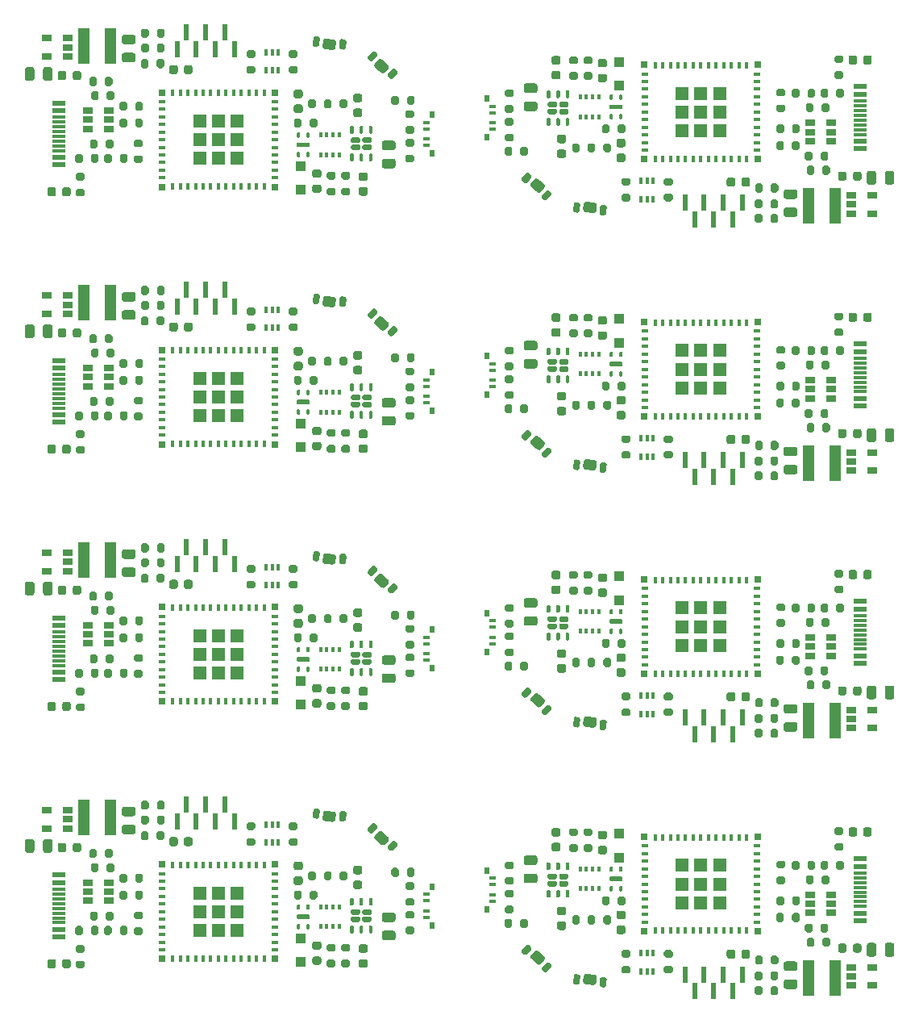
<source format=gtp>
%MOIN*%
%OFA0B0*%
%FSLAX45Y45*%
%IPPOS*%
%LPD*%
%ADD10R,0.023622047244094488X0.068897637795275593*%
%ADD11R,0.041732283464566935X0.025590551181102365*%
%ADD12R,0.015748031496062995X0.025590551181102365*%
%ADD13R,0.03937007874015748X0.03937007874015748*%
%ADD14R,0.024803149606299216X0.02598425196850394*%
%ADD15R,0.031496062992125991X0.015748031496062995*%
%ADD16R,0.047244094488188976X0.1456692913385827*%
%ADD17R,0.013779527559055118X0.01968503937007874*%
%ADD18R,0.057086614173228349X0.057086614173228349*%
%ADD19R,0.027559055118110236X0.027559055118110236*%
%ADD20R,0.015748031496062995X0.031496062992125991*%
%ADD21R,0.057086614173228349X0.011811023622047244*%
%ADD22R,0.057086614173228349X0.023622047244094488*%
%ADD33R,0.023622047244094488X0.068897637795275593*%
%ADD34R,0.041732283464566935X0.025590551181102365*%
%ADD35R,0.015748031496062995X0.025590551181102365*%
%ADD36R,0.03937007874015748X0.03937007874015748*%
%ADD37R,0.024803149606299216X0.02598425196850394*%
%ADD38R,0.031496062992125991X0.015748031496062995*%
%ADD39R,0.047244094488188976X0.1456692913385827*%
%ADD40R,0.013779527559055118X0.01968503937007874*%
%ADD41R,0.057086614173228349X0.057086614173228349*%
%ADD42R,0.027559055118110236X0.027559055118110236*%
%ADD43R,0.015748031496062995X0.031496062992125991*%
%ADD44R,0.057086614173228349X0.011811023622047244*%
%ADD45R,0.057086614173228349X0.023622047244094488*%
%ADD46R,0.023622047244094488X0.068897637795275593*%
%ADD47R,0.041732283464566935X0.025590551181102365*%
%ADD48R,0.015748031496062995X0.025590551181102365*%
%ADD49R,0.03937007874015748X0.03937007874015748*%
%ADD50R,0.024803149606299216X0.02598425196850394*%
%ADD51R,0.031496062992125991X0.015748031496062995*%
%ADD52R,0.047244094488188976X0.1456692913385827*%
%ADD53R,0.013779527559055118X0.01968503937007874*%
%ADD54R,0.057086614173228349X0.057086614173228349*%
%ADD55R,0.027559055118110236X0.027559055118110236*%
%ADD56R,0.015748031496062995X0.031496062992125991*%
%ADD57R,0.057086614173228349X0.011811023622047244*%
%ADD58R,0.057086614173228349X0.023622047244094488*%
%ADD59R,0.023622047244094488X0.068897637795275593*%
%ADD60R,0.041732283464566935X0.025590551181102365*%
%ADD61R,0.015748031496062995X0.025590551181102365*%
%ADD62R,0.03937007874015748X0.03937007874015748*%
%ADD63R,0.024803149606299216X0.02598425196850394*%
%ADD64R,0.031496062992125991X0.015748031496062995*%
%ADD65R,0.047244094488188976X0.1456692913385827*%
%ADD66R,0.013779527559055118X0.01968503937007874*%
%ADD67R,0.057086614173228349X0.057086614173228349*%
%ADD68R,0.027559055118110236X0.027559055118110236*%
%ADD69R,0.015748031496062995X0.031496062992125991*%
%ADD70R,0.057086614173228349X0.011811023622047244*%
%ADD71R,0.057086614173228349X0.023622047244094488*%
%ADD72R,0.023622047244094488X0.068897637795275593*%
%ADD73R,0.041732283464566935X0.025590551181102365*%
%ADD74R,0.015748031496062995X0.025590551181102365*%
%ADD75R,0.03937007874015748X0.03937007874015748*%
%ADD76R,0.024803149606299216X0.02598425196850394*%
%ADD77R,0.031496062992125991X0.015748031496062995*%
%ADD78R,0.047244094488188976X0.1456692913385827*%
%ADD79R,0.013779527559055118X0.01968503937007874*%
%ADD80R,0.057086614173228349X0.057086614173228349*%
%ADD81R,0.027559055118110236X0.027559055118110236*%
%ADD82R,0.015748031496062995X0.031496062992125991*%
%ADD83R,0.057086614173228349X0.011811023622047244*%
%ADD84R,0.057086614173228349X0.023622047244094488*%
%ADD85R,0.023622047244094488X0.068897637795275593*%
%ADD86R,0.041732283464566935X0.025590551181102365*%
%ADD87R,0.015748031496062995X0.025590551181102365*%
%ADD88R,0.03937007874015748X0.03937007874015748*%
%ADD89R,0.024803149606299216X0.02598425196850394*%
%ADD90R,0.031496062992125991X0.015748031496062995*%
%ADD91R,0.047244094488188976X0.1456692913385827*%
%ADD92R,0.013779527559055118X0.01968503937007874*%
%ADD93R,0.057086614173228349X0.057086614173228349*%
%ADD94R,0.027559055118110236X0.027559055118110236*%
%ADD95R,0.015748031496062995X0.031496062992125991*%
%ADD96R,0.057086614173228349X0.011811023622047244*%
%ADD97R,0.057086614173228349X0.023622047244094488*%
%ADD98R,0.023622047244094488X0.068897637795275593*%
%ADD99R,0.041732283464566935X0.025590551181102365*%
%ADD100R,0.015748031496062995X0.025590551181102365*%
%ADD101R,0.03937007874015748X0.03937007874015748*%
%ADD102R,0.024803149606299216X0.02598425196850394*%
%ADD103R,0.031496062992125991X0.015748031496062995*%
%ADD104R,0.047244094488188976X0.1456692913385827*%
%ADD105R,0.013779527559055118X0.01968503937007874*%
%ADD106R,0.057086614173228349X0.057086614173228349*%
%ADD107R,0.027559055118110236X0.027559055118110236*%
%ADD108R,0.015748031496062995X0.031496062992125991*%
%ADD109R,0.057086614173228349X0.011811023622047244*%
%ADD110R,0.057086614173228349X0.023622047244094488*%
%ADD111R,0.023622047244094488X0.068897637795275593*%
%ADD112R,0.041732283464566935X0.025590551181102365*%
%ADD113R,0.015748031496062995X0.025590551181102365*%
%ADD114R,0.03937007874015748X0.03937007874015748*%
%ADD115R,0.024803149606299216X0.02598425196850394*%
%ADD116R,0.031496062992125991X0.015748031496062995*%
%ADD117R,0.047244094488188976X0.1456692913385827*%
%ADD118R,0.013779527559055118X0.01968503937007874*%
%ADD119R,0.057086614173228349X0.057086614173228349*%
%ADD120R,0.027559055118110236X0.027559055118110236*%
%ADD121R,0.015748031496062995X0.031496062992125991*%
%ADD122R,0.057086614173228349X0.011811023622047244*%
%ADD123R,0.057086614173228349X0.023622047244094488*%
G01*
G36*
G01*
X000078649Y000074271D02*
X000078649Y000072105D01*
G75*
G02*
X000077861Y000071318I-000000787D01*
G01*
X000076286Y000071318D01*
G75*
G02*
X000075499Y000072105J000000787D01*
G01*
X000075499Y000074271D01*
G75*
G02*
X000076286Y000075058I000000787D01*
G01*
X000077861Y000075058D01*
G75*
G02*
X000078649Y000074271J-000000787D01*
G01*
G37*
G36*
G01*
X000085145Y000074271D02*
X000085145Y000072105D01*
G75*
G02*
X000084357Y000071318I-000000787D01*
G01*
X000082782Y000071318D01*
G75*
G02*
X000081995Y000072105J000000787D01*
G01*
X000081995Y000074271D01*
G75*
G02*
X000082782Y000075058I000000787D01*
G01*
X000084357Y000075058D01*
G75*
G02*
X000085145Y000074271J-000000787D01*
G01*
G37*
G36*
G01*
X000198866Y000104402D02*
X000197445Y000102767D01*
G75*
G02*
X000195918Y000102661I-000000817J000000710D01*
G01*
X000193392Y000104856D01*
G75*
G02*
X000193285Y000106383I000000710J000000817D01*
G01*
X000194706Y000108018D01*
G75*
G02*
X000196233Y000108124I000000817J-000000710D01*
G01*
X000198759Y000105929D01*
G75*
G02*
X000198866Y000104402I-000000710J-000000817D01*
G01*
G37*
G36*
G01*
X000194312Y000109665D02*
X000192375Y000107436D01*
G75*
G02*
X000191403Y000107368I-000000519J000000452D01*
G01*
X000190363Y000108272D01*
G75*
G02*
X000190295Y000109244I000000452J000000519D01*
G01*
X000192232Y000111473D01*
G75*
G02*
X000193204Y000111540I000000519J-000000452D01*
G01*
X000194244Y000110636D01*
G75*
G02*
X000194312Y000109665I-000000452J-000000519D01*
G01*
G37*
G36*
G01*
X000202631Y000102432D02*
X000200694Y000100204D01*
G75*
G02*
X000199722Y000100136I-000000519J000000452D01*
G01*
X000198682Y000101040D01*
G75*
G02*
X000198614Y000102012I000000452J000000519D01*
G01*
X000200552Y000104240D01*
G75*
G02*
X000201524Y000104308I000000519J-000000452D01*
G01*
X000202563Y000103404D01*
G75*
G02*
X000202631Y000102432I-000000452J-000000519D01*
G01*
G37*
D10*
X000111515Y000112401D03*
X000119389Y000112401D03*
X000127263Y000112401D03*
X000135137Y000112401D03*
X000115452Y000119291D03*
X000123326Y000119291D03*
X000131200Y000119291D03*
G36*
G01*
X000099704Y000107480D02*
X000099704Y000105314D01*
G75*
G02*
X000098917Y000104527I-000000787D01*
G01*
X000097342Y000104527D01*
G75*
G02*
X000096555Y000105314J000000787D01*
G01*
X000096555Y000107480D01*
G75*
G02*
X000097342Y000108267I000000787D01*
G01*
X000098917Y000108267D01*
G75*
G02*
X000099704Y000107480J-000000787D01*
G01*
G37*
G36*
G01*
X000106200Y000107480D02*
X000106200Y000105314D01*
G75*
G02*
X000105413Y000104527I-000000787D01*
G01*
X000103838Y000104527D01*
G75*
G02*
X000103051Y000105314J000000787D01*
G01*
X000103051Y000107480D01*
G75*
G02*
X000103838Y000108267I000000787D01*
G01*
X000105413Y000108267D01*
G75*
G02*
X000106200Y000107480J-000000787D01*
G01*
G37*
G36*
G01*
X000189468Y000057972D02*
X000187500Y000057972D01*
G75*
G02*
X000186614Y000058858J000000885D01*
G01*
X000186614Y000060629D01*
G75*
G02*
X000187500Y000061515I000000885D01*
G01*
X000189468Y000061515D01*
G75*
G02*
X000190354Y000060629J-000000885D01*
G01*
X000190354Y000058858D01*
G75*
G02*
X000189468Y000057972I-000000885D01*
G01*
G37*
G36*
G01*
X000189468Y000051870D02*
X000187500Y000051870D01*
G75*
G02*
X000186614Y000052755J000000885D01*
G01*
X000186614Y000054527D01*
G75*
G02*
X000187500Y000055413I000000885D01*
G01*
X000189468Y000055413D01*
G75*
G02*
X000190354Y000054527J-000000885D01*
G01*
X000190354Y000052755D01*
G75*
G02*
X000189468Y000051870I-000000885D01*
G01*
G37*
G36*
G01*
X000208858Y000072145D02*
X000206692Y000072145D01*
G75*
G02*
X000205905Y000072933J000000787D01*
G01*
X000205905Y000074507D01*
G75*
G02*
X000206692Y000075295I000000787D01*
G01*
X000208858Y000075295D01*
G75*
G02*
X000209645Y000074507J-000000787D01*
G01*
X000209645Y000072933D01*
G75*
G02*
X000208858Y000072145I-000000787D01*
G01*
G37*
G36*
G01*
X000208858Y000065649D02*
X000206692Y000065649D01*
G75*
G02*
X000205905Y000066437J000000787D01*
G01*
X000205905Y000068011D01*
G75*
G02*
X000206692Y000068799I000000787D01*
G01*
X000208858Y000068799D01*
G75*
G02*
X000209645Y000068011J-000000787D01*
G01*
X000209645Y000066437D01*
G75*
G02*
X000208858Y000065649I-000000787D01*
G01*
G37*
G36*
G01*
X000180169Y000055188D02*
X000182334Y000055188D01*
G75*
G02*
X000183122Y000054401J-000000787D01*
G01*
X000183122Y000052826D01*
G75*
G02*
X000182334Y000052039I-000000787D01*
G01*
X000180169Y000052039D01*
G75*
G02*
X000179381Y000052826J000000787D01*
G01*
X000179381Y000054401D01*
G75*
G02*
X000180169Y000055188I000000787D01*
G01*
G37*
G36*
G01*
X000180169Y000061685D02*
X000182334Y000061685D01*
G75*
G02*
X000183122Y000060897J-000000787D01*
G01*
X000183122Y000059322D01*
G75*
G02*
X000182334Y000058535I-000000787D01*
G01*
X000180169Y000058535D01*
G75*
G02*
X000179381Y000059322J000000787D01*
G01*
X000179381Y000060897D01*
G75*
G02*
X000180169Y000061685I000000787D01*
G01*
G37*
G36*
G01*
X000160629Y000089566D02*
X000162598Y000089566D01*
G75*
G02*
X000163484Y000088681J-000000885D01*
G01*
X000163484Y000086909D01*
G75*
G02*
X000162598Y000086023I-000000885D01*
G01*
X000160629Y000086023D01*
G75*
G02*
X000159744Y000086909J000000885D01*
G01*
X000159744Y000088681D01*
G75*
G02*
X000160629Y000089566I000000885D01*
G01*
G37*
G36*
G01*
X000160629Y000095669D02*
X000162598Y000095669D01*
G75*
G02*
X000163484Y000094783J-000000885D01*
G01*
X000163484Y000093011D01*
G75*
G02*
X000162598Y000092125I-000000885D01*
G01*
X000160629Y000092125D01*
G75*
G02*
X000159744Y000093011J000000885D01*
G01*
X000159744Y000094783D01*
G75*
G02*
X000160629Y000095669I000000885D01*
G01*
G37*
G36*
G01*
X000094245Y000087755D02*
X000094245Y000089921D01*
G75*
G02*
X000095032Y000090708I000000787D01*
G01*
X000096607Y000090708D01*
G75*
G02*
X000097395Y000089921J-000000787D01*
G01*
X000097395Y000087755D01*
G75*
G02*
X000096607Y000086968I-000000787D01*
G01*
X000095032Y000086968D01*
G75*
G02*
X000094245Y000087755J000000787D01*
G01*
G37*
G36*
G01*
X000087749Y000087755D02*
X000087749Y000089921D01*
G75*
G02*
X000088536Y000090708I000000787D01*
G01*
X000090111Y000090708D01*
G75*
G02*
X000090899Y000089921J-000000787D01*
G01*
X000090899Y000087755D01*
G75*
G02*
X000090111Y000086968I-000000787D01*
G01*
X000088536Y000086968D01*
G75*
G02*
X000087749Y000087755J000000787D01*
G01*
G37*
G36*
G01*
X000206692Y000080610D02*
X000208858Y000080610D01*
G75*
G02*
X000209645Y000079822J-000000787D01*
G01*
X000209645Y000078248D01*
G75*
G02*
X000208858Y000077460I-000000787D01*
G01*
X000206692Y000077460D01*
G75*
G02*
X000205905Y000078248J000000787D01*
G01*
X000205905Y000079822D01*
G75*
G02*
X000206692Y000080610I000000787D01*
G01*
G37*
G36*
G01*
X000206692Y000087106D02*
X000208858Y000087106D01*
G75*
G02*
X000209645Y000086318J-000000787D01*
G01*
X000209645Y000084744D01*
G75*
G02*
X000208858Y000083956I-000000787D01*
G01*
X000206692Y000083956D01*
G75*
G02*
X000205905Y000084744J000000787D01*
G01*
X000205905Y000086318D01*
G75*
G02*
X000206692Y000087106I000000787D01*
G01*
G37*
G36*
G01*
X000094457Y000068532D02*
X000096622Y000068532D01*
G75*
G02*
X000097410Y000067744J-000000787D01*
G01*
X000097410Y000066170D01*
G75*
G02*
X000096622Y000065382I-000000787D01*
G01*
X000094457Y000065382D01*
G75*
G02*
X000093670Y000066170J000000787D01*
G01*
X000093670Y000067744D01*
G75*
G02*
X000094457Y000068532I000000787D01*
G01*
G37*
G36*
G01*
X000094457Y000075028D02*
X000096622Y000075028D01*
G75*
G02*
X000097410Y000074241J-000000787D01*
G01*
X000097410Y000072666D01*
G75*
G02*
X000096622Y000071878I-000000787D01*
G01*
X000094457Y000071878D01*
G75*
G02*
X000093670Y000072666J000000787D01*
G01*
X000093670Y000074241D01*
G75*
G02*
X000094457Y000075028I000000787D01*
G01*
G37*
G36*
G01*
X000082415Y000092115D02*
X000082415Y000094281D01*
G75*
G02*
X000083202Y000095068I000000787D01*
G01*
X000084777Y000095068D01*
G75*
G02*
X000085565Y000094281J-000000787D01*
G01*
X000085565Y000092115D01*
G75*
G02*
X000084777Y000091328I-000000787D01*
G01*
X000083202Y000091328D01*
G75*
G02*
X000082415Y000092115J000000787D01*
G01*
G37*
G36*
G01*
X000075919Y000092115D02*
X000075919Y000094281D01*
G75*
G02*
X000076706Y000095068I000000787D01*
G01*
X000078281Y000095068D01*
G75*
G02*
X000079069Y000094281J-000000787D01*
G01*
X000079069Y000092115D01*
G75*
G02*
X000078281Y000091328I-000000787D01*
G01*
X000076706Y000091328D01*
G75*
G02*
X000075919Y000092115J000000787D01*
G01*
G37*
G36*
G01*
X000143110Y000108759D02*
X000140944Y000108759D01*
G75*
G02*
X000140157Y000109547J000000787D01*
G01*
X000140157Y000111122D01*
G75*
G02*
X000140944Y000111909I000000787D01*
G01*
X000143110Y000111909D01*
G75*
G02*
X000143897Y000111122J-000000787D01*
G01*
X000143897Y000109547D01*
G75*
G02*
X000143110Y000108759I-000000787D01*
G01*
G37*
G36*
G01*
X000143110Y000102263D02*
X000140944Y000102263D01*
G75*
G02*
X000140157Y000103051J000000787D01*
G01*
X000140157Y000104625D01*
G75*
G02*
X000140944Y000105413I000000787D01*
G01*
X000143110Y000105413D01*
G75*
G02*
X000143897Y000104625J-000000787D01*
G01*
X000143897Y000103051D01*
G75*
G02*
X000143110Y000102263I-000000787D01*
G01*
G37*
G36*
G01*
X000166338Y000080807D02*
X000166338Y000082972D01*
G75*
G02*
X000167125Y000083759I000000787D01*
G01*
X000168700Y000083759D01*
G75*
G02*
X000169488Y000082972J-000000787D01*
G01*
X000169488Y000080807D01*
G75*
G02*
X000168700Y000080019I-000000787D01*
G01*
X000167125Y000080019D01*
G75*
G02*
X000166338Y000080807J000000787D01*
G01*
G37*
G36*
G01*
X000159842Y000080807D02*
X000159842Y000082972D01*
G75*
G02*
X000160629Y000083759I000000787D01*
G01*
X000162204Y000083759D01*
G75*
G02*
X000162992Y000082972J-000000787D01*
G01*
X000162992Y000080807D01*
G75*
G02*
X000162204Y000080019I-000000787D01*
G01*
X000160629Y000080019D01*
G75*
G02*
X000159842Y000080807J000000787D01*
G01*
G37*
D11*
X000057771Y000109408D03*
X000057771Y000116888D03*
X000066433Y000116888D03*
X000066433Y000113148D03*
X000066433Y000109408D03*
G36*
G01*
X000200885Y000070669D02*
X000197145Y000070669D01*
G75*
G02*
X000196161Y000071653J000000984D01*
G01*
X000196161Y000073622D01*
G75*
G02*
X000197145Y000074606I000000984D01*
G01*
X000200885Y000074606D01*
G75*
G02*
X000201870Y000073622J-000000984D01*
G01*
X000201870Y000071653D01*
G75*
G02*
X000200885Y000070669I-000000984D01*
G01*
G37*
G36*
G01*
X000200885Y000063188D02*
X000197145Y000063188D01*
G75*
G02*
X000196161Y000064173J000000984D01*
G01*
X000196161Y000066141D01*
G75*
G02*
X000197145Y000067125I000000984D01*
G01*
X000200885Y000067125D01*
G75*
G02*
X000201870Y000066141J-000000984D01*
G01*
X000201870Y000064173D01*
G75*
G02*
X000200885Y000063188I-000000984D01*
G01*
G37*
D12*
X000153444Y000103543D03*
X000148326Y000103543D03*
X000150885Y000111023D03*
X000150885Y000103543D03*
X000148326Y000111023D03*
X000153444Y000111023D03*
D13*
X000162500Y000054232D03*
X000162500Y000064074D03*
G36*
G01*
X000191358Y000073657D02*
X000188720Y000073657D01*
G75*
G02*
X000188129Y000074248J000000590D01*
G01*
X000188129Y000075429D01*
G75*
G02*
X000188720Y000076019I000000590D01*
G01*
X000191358Y000076019D01*
G75*
G02*
X000191948Y000075429J-000000590D01*
G01*
X000191948Y000074248D01*
G75*
G02*
X000191358Y000073657I-000000590D01*
G01*
G37*
G36*
G01*
X000186633Y000073657D02*
X000183996Y000073657D01*
G75*
G02*
X000183405Y000074248J000000590D01*
G01*
X000183405Y000075429D01*
G75*
G02*
X000183996Y000076019I000000590D01*
G01*
X000186633Y000076019D01*
G75*
G02*
X000187224Y000075429J-000000590D01*
G01*
X000187224Y000074248D01*
G75*
G02*
X000186633Y000073657I-000000590D01*
G01*
G37*
G36*
G01*
X000191358Y000070704D02*
X000188720Y000070704D01*
G75*
G02*
X000188129Y000071295J000000590D01*
G01*
X000188129Y000072476D01*
G75*
G02*
X000188720Y000073066I000000590D01*
G01*
X000191358Y000073066D01*
G75*
G02*
X000191948Y000072476J-000000590D01*
G01*
X000191948Y000071295D01*
G75*
G02*
X000191358Y000070704I-000000590D01*
G01*
G37*
G36*
G01*
X000186633Y000070704D02*
X000183996Y000070704D01*
G75*
G02*
X000183405Y000071295J000000590D01*
G01*
X000183405Y000072476D01*
G75*
G02*
X000183996Y000073066I000000590D01*
G01*
X000186633Y000073066D01*
G75*
G02*
X000187224Y000072476J-000000590D01*
G01*
X000187224Y000071295D01*
G75*
G02*
X000186633Y000070704I-000000590D01*
G01*
G37*
G36*
G01*
X000184133Y000077496D02*
X000183346Y000077496D01*
G75*
G02*
X000182952Y000077889J000000393D01*
G01*
X000182952Y000080251D01*
G75*
G02*
X000183346Y000080645I000000393D01*
G01*
X000184133Y000080645D01*
G75*
G02*
X000184527Y000080251J-000000393D01*
G01*
X000184527Y000077889D01*
G75*
G02*
X000184133Y000077496I-000000393D01*
G01*
G37*
G36*
G01*
X000188070Y000077496D02*
X000187283Y000077496D01*
G75*
G02*
X000186889Y000077889J000000393D01*
G01*
X000186889Y000080251D01*
G75*
G02*
X000187283Y000080645I000000393D01*
G01*
X000188070Y000080645D01*
G75*
G02*
X000188464Y000080251J-000000393D01*
G01*
X000188464Y000077889D01*
G75*
G02*
X000188070Y000077496I-000000393D01*
G01*
G37*
G36*
G01*
X000192007Y000077496D02*
X000191220Y000077496D01*
G75*
G02*
X000190826Y000077889J000000393D01*
G01*
X000190826Y000080251D01*
G75*
G02*
X000191220Y000080645I000000393D01*
G01*
X000192007Y000080645D01*
G75*
G02*
X000192401Y000080251J-000000393D01*
G01*
X000192401Y000077889D01*
G75*
G02*
X000192007Y000077496I-000000393D01*
G01*
G37*
G36*
G01*
X000192007Y000066078D02*
X000191220Y000066078D01*
G75*
G02*
X000190826Y000066472J000000393D01*
G01*
X000190826Y000068834D01*
G75*
G02*
X000191220Y000069228I000000393D01*
G01*
X000192007Y000069228D01*
G75*
G02*
X000192401Y000068834J-000000393D01*
G01*
X000192401Y000066472D01*
G75*
G02*
X000192007Y000066078I-000000393D01*
G01*
G37*
G36*
G01*
X000188070Y000066078D02*
X000187283Y000066078D01*
G75*
G02*
X000186889Y000066472J000000393D01*
G01*
X000186889Y000068834D01*
G75*
G02*
X000187283Y000069228I000000393D01*
G01*
X000188070Y000069228D01*
G75*
G02*
X000188464Y000068834J-000000393D01*
G01*
X000188464Y000066472D01*
G75*
G02*
X000188070Y000066078I-000000393D01*
G01*
G37*
G36*
G01*
X000184133Y000066078D02*
X000183346Y000066078D01*
G75*
G02*
X000182952Y000066472J000000393D01*
G01*
X000182952Y000068834D01*
G75*
G02*
X000183346Y000069228I000000393D01*
G01*
X000184133Y000069228D01*
G75*
G02*
X000184527Y000068834J-000000393D01*
G01*
X000184527Y000066472D01*
G75*
G02*
X000184133Y000066078I-000000393D01*
G01*
G37*
D14*
X000216929Y000085314D03*
D15*
X000214625Y000082125D03*
X000214625Y000079448D03*
X000214625Y000075275D03*
X000214625Y000072598D03*
D14*
X000216929Y000069409D03*
G36*
G01*
X000094215Y000080805D02*
X000094215Y000082971D01*
G75*
G02*
X000095002Y000083758I000000787D01*
G01*
X000096577Y000083758D01*
G75*
G02*
X000097365Y000082971J-000000787D01*
G01*
X000097365Y000080805D01*
G75*
G02*
X000096577Y000080018I-000000787D01*
G01*
X000095002Y000080018D01*
G75*
G02*
X000094215Y000080805J000000787D01*
G01*
G37*
G36*
G01*
X000087719Y000080805D02*
X000087719Y000082971D01*
G75*
G02*
X000088506Y000083758I000000787D01*
G01*
X000090081Y000083758D01*
G75*
G02*
X000090869Y000082971J-000000787D01*
G01*
X000090869Y000080805D01*
G75*
G02*
X000090081Y000080018I-000000787D01*
G01*
X000088506Y000080018D01*
G75*
G02*
X000087719Y000080805J000000787D01*
G01*
G37*
G36*
G01*
X000093392Y000114430D02*
X000089652Y000114430D01*
G75*
G02*
X000088668Y000115414J000000984D01*
G01*
X000088668Y000117382D01*
G75*
G02*
X000089652Y000118367I000000984D01*
G01*
X000093392Y000118367D01*
G75*
G02*
X000094376Y000117382J-000000984D01*
G01*
X000094376Y000115414D01*
G75*
G02*
X000093392Y000114430I-000000984D01*
G01*
G37*
G36*
G01*
X000093392Y000106949D02*
X000089652Y000106949D01*
G75*
G02*
X000088668Y000107934J000000984D01*
G01*
X000088668Y000109902D01*
G75*
G02*
X000089652Y000110886I000000984D01*
G01*
X000093392Y000110886D01*
G75*
G02*
X000094376Y000109902J-000000984D01*
G01*
X000094376Y000107934D01*
G75*
G02*
X000093392Y000106949I-000000984D01*
G01*
G37*
G36*
G01*
X000084516Y000068335D02*
X000084516Y000066170D01*
G75*
G02*
X000083729Y000065382I-000000787D01*
G01*
X000082154Y000065382D01*
G75*
G02*
X000081367Y000066170J000000787D01*
G01*
X000081367Y000068335D01*
G75*
G02*
X000082154Y000069122I000000787D01*
G01*
X000083729Y000069122D01*
G75*
G02*
X000084516Y000068335J-000000787D01*
G01*
G37*
G36*
G01*
X000091012Y000068335D02*
X000091012Y000066170D01*
G75*
G02*
X000090225Y000065382I-000000787D01*
G01*
X000088650Y000065382D01*
G75*
G02*
X000087863Y000066170J000000787D01*
G01*
X000087863Y000068335D01*
G75*
G02*
X000088650Y000069122I000000787D01*
G01*
X000090225Y000069122D01*
G75*
G02*
X000091012Y000068335J-000000787D01*
G01*
G37*
G36*
G01*
X000103149Y000117913D02*
X000103149Y000120078D01*
G75*
G02*
X000103937Y000120866I000000787D01*
G01*
X000105511Y000120866D01*
G75*
G02*
X000106299Y000120078J-000000787D01*
G01*
X000106299Y000117913D01*
G75*
G02*
X000105511Y000117125I-000000787D01*
G01*
X000103937Y000117125D01*
G75*
G02*
X000103149Y000117913J000000787D01*
G01*
G37*
G36*
G01*
X000096653Y000117913D02*
X000096653Y000120078D01*
G75*
G02*
X000097440Y000120866I000000787D01*
G01*
X000099015Y000120866D01*
G75*
G02*
X000099803Y000120078J-000000787D01*
G01*
X000099803Y000117913D01*
G75*
G02*
X000099015Y000117125I-000000787D01*
G01*
X000097440Y000117125D01*
G75*
G02*
X000096653Y000117913J000000787D01*
G01*
G37*
G36*
G01*
X000187196Y000090437D02*
X000185228Y000090437D01*
G75*
G02*
X000184342Y000091323J000000885D01*
G01*
X000184342Y000093095D01*
G75*
G02*
X000185228Y000093981I000000885D01*
G01*
X000187196Y000093981D01*
G75*
G02*
X000188082Y000093095J-000000885D01*
G01*
X000188082Y000091323D01*
G75*
G02*
X000187196Y000090437I-000000885D01*
G01*
G37*
G36*
G01*
X000187196Y000084335D02*
X000185228Y000084335D01*
G75*
G02*
X000184342Y000085221J000000885D01*
G01*
X000184342Y000086993D01*
G75*
G02*
X000185228Y000087878I000000885D01*
G01*
X000187196Y000087878D01*
G75*
G02*
X000188082Y000086993J-000000885D01*
G01*
X000188082Y000085221D01*
G75*
G02*
X000187196Y000084335I-000000885D01*
G01*
G37*
G36*
G01*
X000174169Y000055188D02*
X000176334Y000055188D01*
G75*
G02*
X000177122Y000054401J-000000787D01*
G01*
X000177122Y000052826D01*
G75*
G02*
X000176334Y000052039I-000000787D01*
G01*
X000174169Y000052039D01*
G75*
G02*
X000173381Y000052826J000000787D01*
G01*
X000173381Y000054401D01*
G75*
G02*
X000174169Y000055188I000000787D01*
G01*
G37*
G36*
G01*
X000174169Y000061685D02*
X000176334Y000061685D01*
G75*
G02*
X000177122Y000060897J-000000787D01*
G01*
X000177122Y000059322D01*
G75*
G02*
X000176334Y000058535I-000000787D01*
G01*
X000174169Y000058535D01*
G75*
G02*
X000173381Y000059322J000000787D01*
G01*
X000173381Y000060897D01*
G75*
G02*
X000174169Y000061685I000000787D01*
G01*
G37*
G36*
G01*
X000206594Y000090157D02*
X000206594Y000092322D01*
G75*
G02*
X000207381Y000093110I000000787D01*
G01*
X000208956Y000093110D01*
G75*
G02*
X000209744Y000092322J-000000787D01*
G01*
X000209744Y000090157D01*
G75*
G02*
X000208956Y000089370I-000000787D01*
G01*
X000207381Y000089370D01*
G75*
G02*
X000206594Y000090157J000000787D01*
G01*
G37*
G36*
G01*
X000200098Y000090157D02*
X000200098Y000092322D01*
G75*
G02*
X000200885Y000093110I000000787D01*
G01*
X000202460Y000093110D01*
G75*
G02*
X000203248Y000092322J-000000787D01*
G01*
X000203248Y000090157D01*
G75*
G02*
X000202460Y000089370I-000000787D01*
G01*
X000200885Y000089370D01*
G75*
G02*
X000200098Y000090157J000000787D01*
G01*
G37*
G36*
G01*
X000052530Y000104028D02*
X000052530Y000100288D01*
G75*
G02*
X000051546Y000099304I-000000984D01*
G01*
X000049577Y000099304D01*
G75*
G02*
X000048593Y000100288J000000984D01*
G01*
X000048593Y000104028D01*
G75*
G02*
X000049577Y000105012I000000984D01*
G01*
X000051546Y000105012D01*
G75*
G02*
X000052530Y000104028J-000000984D01*
G01*
G37*
G36*
G01*
X000060010Y000104028D02*
X000060010Y000100288D01*
G75*
G02*
X000059026Y000099304I-000000984D01*
G01*
X000057058Y000099304D01*
G75*
G02*
X000056073Y000100288J000000984D01*
G01*
X000056073Y000104028D01*
G75*
G02*
X000057058Y000105012I000000984D01*
G01*
X000059026Y000105012D01*
G75*
G02*
X000060010Y000104028J-000000984D01*
G01*
G37*
G36*
G01*
X000099803Y000113976D02*
X000099803Y000111811D01*
G75*
G02*
X000099015Y000111023I-000000787D01*
G01*
X000097440Y000111023D01*
G75*
G02*
X000096653Y000111811J000000787D01*
G01*
X000096653Y000113976D01*
G75*
G02*
X000097440Y000114763I000000787D01*
G01*
X000099015Y000114763D01*
G75*
G02*
X000099803Y000113976J-000000787D01*
G01*
G37*
G36*
G01*
X000106299Y000113976D02*
X000106299Y000111811D01*
G75*
G02*
X000105511Y000111023I-000000787D01*
G01*
X000103937Y000111023D01*
G75*
G02*
X000103149Y000111811J000000787D01*
G01*
X000103149Y000113976D01*
G75*
G02*
X000103937Y000114763I000000787D01*
G01*
X000105511Y000114763D01*
G75*
G02*
X000106299Y000113976J-000000787D01*
G01*
G37*
D16*
X000084122Y000113862D03*
X000073098Y000113862D03*
G36*
G01*
X000114370Y000102952D02*
X000114370Y000104921D01*
G75*
G02*
X000115255Y000105807I000000885D01*
G01*
X000117027Y000105807D01*
G75*
G02*
X000117913Y000104921J-000000885D01*
G01*
X000117913Y000102952D01*
G75*
G02*
X000117027Y000102066I-000000885D01*
G01*
X000115255Y000102066D01*
G75*
G02*
X000114370Y000102952J000000885D01*
G01*
G37*
G36*
G01*
X000108267Y000102952D02*
X000108267Y000104921D01*
G75*
G02*
X000109153Y000105807I000000885D01*
G01*
X000110925Y000105807D01*
G75*
G02*
X000111811Y000104921J-000000885D01*
G01*
X000111811Y000102952D01*
G75*
G02*
X000110925Y000102066I-000000885D01*
G01*
X000109153Y000102066D01*
G75*
G02*
X000108267Y000102952J000000885D01*
G01*
G37*
G36*
G01*
X000158464Y000105413D02*
X000160629Y000105413D01*
G75*
G02*
X000161417Y000104625J-000000787D01*
G01*
X000161417Y000103051D01*
G75*
G02*
X000160629Y000102263I-000000787D01*
G01*
X000158464Y000102263D01*
G75*
G02*
X000157677Y000103051J000000787D01*
G01*
X000157677Y000104625D01*
G75*
G02*
X000158464Y000105413I000000787D01*
G01*
G37*
G36*
G01*
X000158464Y000111909D02*
X000160629Y000111909D01*
G75*
G02*
X000161417Y000111122J-000000787D01*
G01*
X000161417Y000109547D01*
G75*
G02*
X000160629Y000108759I-000000787D01*
G01*
X000158464Y000108759D01*
G75*
G02*
X000157677Y000109547J000000787D01*
G01*
X000157677Y000111122D01*
G75*
G02*
X000158464Y000111909I000000787D01*
G01*
G37*
D17*
X000170838Y000076897D03*
X000173397Y000076897D03*
X000175956Y000076897D03*
X000178515Y000076897D03*
X000178515Y000068826D03*
X000175956Y000068826D03*
X000173397Y000068826D03*
X000170838Y000068826D03*
G36*
G01*
X000170300Y000059251D02*
X000168282Y000059251D01*
G75*
G02*
X000167421Y000060113J000000861D01*
G01*
X000167421Y000061835D01*
G75*
G02*
X000168282Y000062696I000000861D01*
G01*
X000170300Y000062696D01*
G75*
G02*
X000171161Y000061835J-000000861D01*
G01*
X000171161Y000060113D01*
G75*
G02*
X000170300Y000059251I-000000861D01*
G01*
G37*
G36*
G01*
X000170300Y000053051D02*
X000168282Y000053051D01*
G75*
G02*
X000167421Y000053912J000000861D01*
G01*
X000167421Y000055634D01*
G75*
G02*
X000168282Y000056496I000000861D01*
G01*
X000170300Y000056496D01*
G75*
G02*
X000171161Y000055634J-000000861D01*
G01*
X000171161Y000053912D01*
G75*
G02*
X000170300Y000053051I-000000861D01*
G01*
G37*
D11*
X000074751Y000083228D03*
X000074751Y000079488D03*
X000074751Y000086968D03*
X000083413Y000086968D03*
X000083413Y000083228D03*
X000083413Y000079488D03*
G36*
G01*
X000161413Y000073846D02*
X000165940Y000073846D01*
G75*
G02*
X000166433Y000073354J-000000492D01*
G01*
X000166433Y000072370D01*
G75*
G02*
X000165940Y000071877I-000000492D01*
G01*
X000161413Y000071877D01*
G75*
G02*
X000160921Y000072370J000000492D01*
G01*
X000160921Y000073354D01*
G75*
G02*
X000161413Y000073846I000000492D01*
G01*
G37*
G36*
G01*
X000165990Y000067744D02*
X000165301Y000067744D01*
G75*
G02*
X000164956Y000068088J000000344D01*
G01*
X000164956Y000069564D01*
G75*
G02*
X000165301Y000069909I000000344D01*
G01*
X000165990Y000069909D01*
G75*
G02*
X000166334Y000069564J-000000344D01*
G01*
X000166334Y000068088D01*
G75*
G02*
X000165990Y000067744I-000000344D01*
G01*
G37*
G36*
G01*
X000162053Y000067744D02*
X000161364Y000067744D01*
G75*
G02*
X000161019Y000068088J000000344D01*
G01*
X000161019Y000069564D01*
G75*
G02*
X000161364Y000069909I000000344D01*
G01*
X000162053Y000069909D01*
G75*
G02*
X000162397Y000069564J-000000344D01*
G01*
X000162397Y000068088D01*
G75*
G02*
X000162053Y000067744I-000000344D01*
G01*
G37*
G36*
G01*
X000161364Y000077980D02*
X000162053Y000077980D01*
G75*
G02*
X000162397Y000077635J-000000344D01*
G01*
X000162397Y000076159D01*
G75*
G02*
X000162053Y000075814I-000000344D01*
G01*
X000161364Y000075814D01*
G75*
G02*
X000161019Y000076159J000000344D01*
G01*
X000161019Y000077635D01*
G75*
G02*
X000161364Y000077980I000000344D01*
G01*
G37*
G36*
G01*
X000165301Y000077980D02*
X000165990Y000077980D01*
G75*
G02*
X000166334Y000077635J-000000344D01*
G01*
X000166334Y000076159D01*
G75*
G02*
X000165990Y000075814I-000000344D01*
G01*
X000165301Y000075814D01*
G75*
G02*
X000164956Y000076159J000000344D01*
G01*
X000164956Y000077635D01*
G75*
G02*
X000165301Y000077980I000000344D01*
G01*
G37*
G36*
G01*
X000177302Y000115182D02*
X000177076Y000113028D01*
G75*
G02*
X000175886Y000112065I-000001076J000000113D01*
G01*
X000172558Y000112415D01*
G75*
G02*
X000171594Y000113605I000000113J000001076D01*
G01*
X000171821Y000115758D01*
G75*
G02*
X000173011Y000116722I000001076J-000000113D01*
G01*
X000176339Y000116372D01*
G75*
G02*
X000177302Y000115182I-000000113J-000001076D01*
G01*
G37*
G36*
G01*
X000170553Y000116881D02*
X000170245Y000113944D01*
G75*
G02*
X000169487Y000113331I-000000685J000000072D01*
G01*
X000168117Y000113475D01*
G75*
G02*
X000167504Y000114232I000000072J000000685D01*
G01*
X000167812Y000117169D01*
G75*
G02*
X000168570Y000117782I000000685J-000000072D01*
G01*
X000169940Y000117638D01*
G75*
G02*
X000170553Y000116881I-000000072J-000000685D01*
G01*
G37*
G36*
G01*
X000181516Y000115729D02*
X000181208Y000112792D01*
G75*
G02*
X000180451Y000112179I-000000685J000000072D01*
G01*
X000179080Y000112323D01*
G75*
G02*
X000178467Y000113080I000000072J000000685D01*
G01*
X000178776Y000116017D01*
G75*
G02*
X000179533Y000116630I000000685J-000000072D01*
G01*
X000180903Y000116486D01*
G75*
G02*
X000181516Y000115729I-000000072J-000000685D01*
G01*
G37*
D18*
X000128610Y000067216D03*
X000120834Y000067216D03*
X000120834Y000074992D03*
X000120834Y000082767D03*
X000128610Y000082767D03*
X000136385Y000082767D03*
X000136385Y000074992D03*
X000136385Y000067216D03*
D19*
X000152035Y000055503D03*
X000152035Y000094480D03*
X000105185Y000094480D03*
X000105185Y000055503D03*
D18*
X000128610Y000074992D03*
D20*
X000147507Y000055700D03*
X000144358Y000055700D03*
X000141208Y000055700D03*
X000138059Y000055700D03*
X000134909Y000055700D03*
X000131759Y000055700D03*
X000128610Y000055700D03*
X000125460Y000055700D03*
X000122311Y000055700D03*
X000119161Y000055700D03*
X000116011Y000055700D03*
X000112862Y000055700D03*
X000109712Y000055700D03*
D15*
X000105381Y000059244D03*
X000105381Y000062393D03*
X000105381Y000065543D03*
X000105381Y000068692D03*
X000105381Y000071842D03*
X000105381Y000074992D03*
X000105381Y000078141D03*
X000105381Y000081291D03*
X000105381Y000084440D03*
X000105381Y000087590D03*
X000105381Y000090740D03*
D20*
X000109712Y000094283D03*
X000112862Y000094283D03*
X000116011Y000094283D03*
X000119161Y000094283D03*
X000122311Y000094283D03*
X000125460Y000094283D03*
X000128610Y000094283D03*
X000131759Y000094283D03*
X000134909Y000094283D03*
X000138059Y000094283D03*
X000141208Y000094283D03*
X000144358Y000094283D03*
X000147507Y000094283D03*
D15*
X000151838Y000090740D03*
X000151838Y000087590D03*
X000151838Y000084440D03*
X000151838Y000081291D03*
X000151838Y000078141D03*
X000151838Y000074992D03*
X000151838Y000071842D03*
X000151838Y000068692D03*
X000151838Y000065543D03*
X000151838Y000062393D03*
X000151838Y000059244D03*
G36*
G01*
X000057899Y000052494D02*
X000057899Y000054462D01*
G75*
G02*
X000058785Y000055348I000000885D01*
G01*
X000060557Y000055348D01*
G75*
G02*
X000061442Y000054462J-000000885D01*
G01*
X000061442Y000052494D01*
G75*
G02*
X000060557Y000051608I-000000885D01*
G01*
X000058785Y000051608D01*
G75*
G02*
X000057899Y000052494J000000885D01*
G01*
G37*
G36*
G01*
X000064001Y000052494D02*
X000064001Y000054462D01*
G75*
G02*
X000064887Y000055348I000000885D01*
G01*
X000066659Y000055348D01*
G75*
G02*
X000067545Y000054462J-000000885D01*
G01*
X000067545Y000052494D01*
G75*
G02*
X000066659Y000051608I-000000885D01*
G01*
X000064887Y000051608D01*
G75*
G02*
X000064001Y000052494J000000885D01*
G01*
G37*
D21*
X000062787Y000078322D03*
X000062787Y000070448D03*
X000062787Y000072417D03*
X000062787Y000074385D03*
X000062787Y000076354D03*
X000062787Y000080291D03*
X000062787Y000082259D03*
X000062787Y000084228D03*
D22*
X000062787Y000064543D03*
X000062787Y000067692D03*
X000062787Y000086984D03*
X000062787Y000090133D03*
X000062787Y000090133D03*
X000062787Y000086984D03*
X000062787Y000067692D03*
X000062787Y000064543D03*
G36*
G01*
X000072585Y000058081D02*
X000070419Y000058081D01*
G75*
G02*
X000069632Y000058869J000000787D01*
G01*
X000069632Y000060443D01*
G75*
G02*
X000070419Y000061231I000000787D01*
G01*
X000072585Y000061231D01*
G75*
G02*
X000073372Y000060443J-000000787D01*
G01*
X000073372Y000058869D01*
G75*
G02*
X000072585Y000058081I-000000787D01*
G01*
G37*
G36*
G01*
X000072585Y000051585D02*
X000070419Y000051585D01*
G75*
G02*
X000069632Y000052372J000000787D01*
G01*
X000069632Y000053947D01*
G75*
G02*
X000070419Y000054735I000000787D01*
G01*
X000072585Y000054735D01*
G75*
G02*
X000073372Y000053947J-000000787D01*
G01*
X000073372Y000052372D01*
G75*
G02*
X000072585Y000051585I-000000787D01*
G01*
G37*
G36*
G01*
X000079055Y000068321D02*
X000079055Y000066155D01*
G75*
G02*
X000078267Y000065368I-000000787D01*
G01*
X000076692Y000065368D01*
G75*
G02*
X000075905Y000066155J000000787D01*
G01*
X000075905Y000068321D01*
G75*
G02*
X000076692Y000069108I000000787D01*
G01*
X000078267Y000069108D01*
G75*
G02*
X000079055Y000068321J-000000787D01*
G01*
G37*
G36*
G01*
X000072559Y000068321D02*
X000072559Y000066155D01*
G75*
G02*
X000071771Y000065368I-000000787D01*
G01*
X000070196Y000065368D01*
G75*
G02*
X000069409Y000066155J000000787D01*
G01*
X000069409Y000068321D01*
G75*
G02*
X000070196Y000069108I000000787D01*
G01*
X000071771Y000069108D01*
G75*
G02*
X000072559Y000068321J-000000787D01*
G01*
G37*
G36*
G01*
X000075189Y000097975D02*
X000075189Y000100141D01*
G75*
G02*
X000075976Y000100928I000000787D01*
G01*
X000077551Y000100928D01*
G75*
G02*
X000078339Y000100141J-000000787D01*
G01*
X000078339Y000097975D01*
G75*
G02*
X000077551Y000097188I-000000787D01*
G01*
X000075976Y000097188D01*
G75*
G02*
X000075189Y000097975J000000787D01*
G01*
G37*
G36*
G01*
X000081685Y000097975D02*
X000081685Y000100141D01*
G75*
G02*
X000082472Y000100928I000000787D01*
G01*
X000084047Y000100928D01*
G75*
G02*
X000084835Y000100141J-000000787D01*
G01*
X000084835Y000097975D01*
G75*
G02*
X000084047Y000097188I-000000787D01*
G01*
X000082472Y000097188D01*
G75*
G02*
X000081685Y000097975J000000787D01*
G01*
G37*
G36*
G01*
X000062189Y000100479D02*
X000062189Y000102497D01*
G75*
G02*
X000063050Y000103358I000000861D01*
G01*
X000064773Y000103358D01*
G75*
G02*
X000065634Y000102497J-000000861D01*
G01*
X000065634Y000100479D01*
G75*
G02*
X000064773Y000099618I-000000861D01*
G01*
X000063050Y000099618D01*
G75*
G02*
X000062189Y000100479J000000861D01*
G01*
G37*
G36*
G01*
X000068390Y000100479D02*
X000068390Y000102497D01*
G75*
G02*
X000069251Y000103358I000000861D01*
G01*
X000070973Y000103358D01*
G75*
G02*
X000071835Y000102497J-000000861D01*
G01*
X000071835Y000100479D01*
G75*
G02*
X000070973Y000099618I-000000861D01*
G01*
X000069251Y000099618D01*
G75*
G02*
X000068390Y000100479J000000861D01*
G01*
G37*
G36*
G01*
X000181885Y000090871D02*
X000181885Y000088705D01*
G75*
G02*
X000181097Y000087918I-000000787D01*
G01*
X000179522Y000087918D01*
G75*
G02*
X000178735Y000088705J000000787D01*
G01*
X000178735Y000090871D01*
G75*
G02*
X000179522Y000091658I000000787D01*
G01*
X000181097Y000091658D01*
G75*
G02*
X000181885Y000090871J-000000787D01*
G01*
G37*
G36*
G01*
X000175389Y000090871D02*
X000175389Y000088705D01*
G75*
G02*
X000174601Y000087918I-000000787D01*
G01*
X000173026Y000087918D01*
G75*
G02*
X000172239Y000088705J000000787D01*
G01*
X000172239Y000090871D01*
G75*
G02*
X000173026Y000091658I000000787D01*
G01*
X000174601Y000091658D01*
G75*
G02*
X000175389Y000090871J-000000787D01*
G01*
G37*
G36*
G01*
X000168893Y000090871D02*
X000168893Y000088705D01*
G75*
G02*
X000168105Y000087918I-000000787D01*
G01*
X000166530Y000087918D01*
G75*
G02*
X000165743Y000088705J000000787D01*
G01*
X000165743Y000090871D01*
G75*
G02*
X000166530Y000091658I000000787D01*
G01*
X000168105Y000091658D01*
G75*
G02*
X000168893Y000090871J-000000787D01*
G01*
G37*
G04 next file*
G04 #@! TF.GenerationSoftware,KiCad,Pcbnew,(5.1.10)-1*
G04 #@! TF.CreationDate,2021-07-19T19:08:22-05:00*
G04 #@! TF.ProjectId,temp sensor,74656d70-2073-4656-9e73-6f722e6b6963,0.2*
G04 #@! TF.SameCoordinates,Original*
G04 #@! TF.FileFunction,Paste,Top*
G04 #@! TF.FilePolarity,Positive*
G04 Gerber Fmt 4.5, Leading zero omitted, Abs format (unit mm)*
G04 Created by KiCad (PCBNEW (5.1.10)-1) date 2021-07-19 19:08:22*
G01*
G04 APERTURE LIST*
G04 APERTURE END LIST*
G04 #@! TO.C,R10*
G36*
G01*
X000378043Y000087146D02*
X000378043Y000089311D01*
G75*
G02*
X000378831Y000090098I000000787D01*
G01*
X000380405Y000090098D01*
G75*
G02*
X000381193Y000089311J-000000787D01*
G01*
X000381193Y000087146D01*
G75*
G02*
X000380405Y000086358I-000000787D01*
G01*
X000378831Y000086358D01*
G75*
G02*
X000378043Y000087146J000000787D01*
G01*
G37*
G36*
G01*
X000371547Y000087146D02*
X000371547Y000089311D01*
G75*
G02*
X000372335Y000090098I000000787D01*
G01*
X000373909Y000090098D01*
G75*
G02*
X000374697Y000089311J-000000787D01*
G01*
X000374697Y000087146D01*
G75*
G02*
X000373909Y000086358I-000000787D01*
G01*
X000372335Y000086358D01*
G75*
G02*
X000371547Y000087146J000000787D01*
G01*
G37*
G04 #@! TD*
G04 #@! TO.C,SW1*
G36*
G01*
X000257826Y000057015D02*
X000259247Y000058649D01*
G75*
G02*
X000260774Y000058756I000000817J-000000710D01*
G01*
X000263300Y000056560D01*
G75*
G02*
X000263406Y000055033I-000000710J-000000817D01*
G01*
X000261986Y000053399D01*
G75*
G02*
X000260458Y000053292I-000000817J000000710D01*
G01*
X000257933Y000055487D01*
G75*
G02*
X000257826Y000057015I000000710J000000817D01*
G01*
G37*
G36*
G01*
X000262380Y000051752D02*
X000264317Y000053980D01*
G75*
G02*
X000265289Y000054048I000000519J-000000452D01*
G01*
X000266329Y000053144D01*
G75*
G02*
X000266397Y000052172I-000000452J-000000519D01*
G01*
X000264460Y000049944D01*
G75*
G02*
X000263488Y000049876I-000000519J000000452D01*
G01*
X000262448Y000050780D01*
G75*
G02*
X000262380Y000051752I000000452J000000519D01*
G01*
G37*
G36*
G01*
X000254060Y000058984D02*
X000255998Y000061212D01*
G75*
G02*
X000256970Y000061280I000000519J-000000452D01*
G01*
X000258010Y000060376D01*
G75*
G02*
X000258078Y000059404I-000000452J-000000519D01*
G01*
X000256140Y000057176D01*
G75*
G02*
X000255168Y000057108I-000000519J000000452D01*
G01*
X000254128Y000058012D01*
G75*
G02*
X000254060Y000058984I000000452J000000519D01*
G01*
G37*
G04 #@! TD*
D33*
G04 #@! TO.C,J3*
X000345177Y000049015D03*
X000337303Y000049015D03*
X000329429Y000049015D03*
X000321555Y000049015D03*
X000341240Y000042125D03*
X000333366Y000042125D03*
X000325492Y000042125D03*
G04 #@! TD*
G04 #@! TO.C,R6*
G36*
G01*
X000356988Y000053937D02*
X000356988Y000056102D01*
G75*
G02*
X000357775Y000056889I000000787D01*
G01*
X000359350Y000056889D01*
G75*
G02*
X000360137Y000056102J-000000787D01*
G01*
X000360137Y000053937D01*
G75*
G02*
X000359350Y000053149I-000000787D01*
G01*
X000357775Y000053149D01*
G75*
G02*
X000356988Y000053937J000000787D01*
G01*
G37*
G36*
G01*
X000350492Y000053937D02*
X000350492Y000056102D01*
G75*
G02*
X000351279Y000056889I000000787D01*
G01*
X000352854Y000056889D01*
G75*
G02*
X000353641Y000056102J-000000787D01*
G01*
X000353641Y000053937D01*
G75*
G02*
X000352854Y000053149I-000000787D01*
G01*
X000351279Y000053149D01*
G75*
G02*
X000350492Y000053937J000000787D01*
G01*
G37*
G04 #@! TD*
G04 #@! TO.C,C5*
G36*
G01*
X000267224Y000103444D02*
X000269192Y000103444D01*
G75*
G02*
X000270078Y000102559J-000000885D01*
G01*
X000270078Y000100787D01*
G75*
G02*
X000269192Y000099901I-000000885D01*
G01*
X000267224Y000099901D01*
G75*
G02*
X000266338Y000100787J000000885D01*
G01*
X000266338Y000102559D01*
G75*
G02*
X000267224Y000103444I000000885D01*
G01*
G37*
G36*
G01*
X000267224Y000109547D02*
X000269192Y000109547D01*
G75*
G02*
X000270078Y000108661J-000000885D01*
G01*
X000270078Y000106889D01*
G75*
G02*
X000269192Y000106003I-000000885D01*
G01*
X000267224Y000106003D01*
G75*
G02*
X000266338Y000106889J000000885D01*
G01*
X000266338Y000108661D01*
G75*
G02*
X000267224Y000109547I000000885D01*
G01*
G37*
G04 #@! TD*
G04 #@! TO.C,R15*
G36*
G01*
X000247834Y000089271D02*
X000250000Y000089271D01*
G75*
G02*
X000250787Y000088484J-000000787D01*
G01*
X000250787Y000086909D01*
G75*
G02*
X000250000Y000086122I-000000787D01*
G01*
X000247834Y000086122D01*
G75*
G02*
X000247047Y000086909J000000787D01*
G01*
X000247047Y000088484D01*
G75*
G02*
X000247834Y000089271I000000787D01*
G01*
G37*
G36*
G01*
X000247834Y000095767D02*
X000250000Y000095767D01*
G75*
G02*
X000250787Y000094980J-000000787D01*
G01*
X000250787Y000093405D01*
G75*
G02*
X000250000Y000092618I-000000787D01*
G01*
X000247834Y000092618D01*
G75*
G02*
X000247047Y000093405J000000787D01*
G01*
X000247047Y000094980D01*
G75*
G02*
X000247834Y000095767I000000787D01*
G01*
G37*
G04 #@! TD*
G04 #@! TO.C,R16*
G36*
G01*
X000276523Y000106228D02*
X000274358Y000106228D01*
G75*
G02*
X000273570Y000107015J000000787D01*
G01*
X000273570Y000108590D01*
G75*
G02*
X000274358Y000109377I000000787D01*
G01*
X000276523Y000109377D01*
G75*
G02*
X000277311Y000108590J-000000787D01*
G01*
X000277311Y000107015D01*
G75*
G02*
X000276523Y000106228I-000000787D01*
G01*
G37*
G36*
G01*
X000276523Y000099732D02*
X000274358Y000099732D01*
G75*
G02*
X000273570Y000100519J000000787D01*
G01*
X000273570Y000102094D01*
G75*
G02*
X000274358Y000102881I000000787D01*
G01*
X000276523Y000102881D01*
G75*
G02*
X000277311Y000102094J-000000787D01*
G01*
X000277311Y000100519D01*
G75*
G02*
X000276523Y000099732I-000000787D01*
G01*
G37*
G04 #@! TD*
G04 #@! TO.C,C4*
G36*
G01*
X000296062Y000071850D02*
X000294094Y000071850D01*
G75*
G02*
X000293208Y000072736J000000885D01*
G01*
X000293208Y000074507D01*
G75*
G02*
X000294094Y000075393I000000885D01*
G01*
X000296062Y000075393D01*
G75*
G02*
X000296948Y000074507J-000000885D01*
G01*
X000296948Y000072736D01*
G75*
G02*
X000296062Y000071850I-000000885D01*
G01*
G37*
G36*
G01*
X000296062Y000065748D02*
X000294094Y000065748D01*
G75*
G02*
X000293208Y000066633J000000885D01*
G01*
X000293208Y000068405D01*
G75*
G02*
X000294094Y000069291I000000885D01*
G01*
X000296062Y000069291D01*
G75*
G02*
X000296948Y000068405J-000000885D01*
G01*
X000296948Y000066633D01*
G75*
G02*
X000296062Y000065748I-000000885D01*
G01*
G37*
G04 #@! TD*
G04 #@! TO.C,R13*
G36*
G01*
X000362447Y000073661D02*
X000362447Y000071496D01*
G75*
G02*
X000361659Y000070708I-000000787D01*
G01*
X000360085Y000070708D01*
G75*
G02*
X000359297Y000071496J000000787D01*
G01*
X000359297Y000073661D01*
G75*
G02*
X000360085Y000074448I000000787D01*
G01*
X000361659Y000074448D01*
G75*
G02*
X000362447Y000073661J-000000787D01*
G01*
G37*
G36*
G01*
X000368943Y000073661D02*
X000368943Y000071496D01*
G75*
G02*
X000368155Y000070708I-000000787D01*
G01*
X000366581Y000070708D01*
G75*
G02*
X000365793Y000071496J000000787D01*
G01*
X000365793Y000073661D01*
G75*
G02*
X000366581Y000074448I000000787D01*
G01*
X000368155Y000074448D01*
G75*
G02*
X000368943Y000073661J-000000787D01*
G01*
G37*
G04 #@! TD*
G04 #@! TO.C,R3*
G36*
G01*
X000250000Y000080807D02*
X000247834Y000080807D01*
G75*
G02*
X000247047Y000081594J000000787D01*
G01*
X000247047Y000083169D01*
G75*
G02*
X000247834Y000083956I000000787D01*
G01*
X000250000Y000083956D01*
G75*
G02*
X000250787Y000083169J-000000787D01*
G01*
X000250787Y000081594D01*
G75*
G02*
X000250000Y000080807I-000000787D01*
G01*
G37*
G36*
G01*
X000250000Y000074311D02*
X000247834Y000074311D01*
G75*
G02*
X000247047Y000075098J000000787D01*
G01*
X000247047Y000076673D01*
G75*
G02*
X000247834Y000077460I000000787D01*
G01*
X000250000Y000077460D01*
G75*
G02*
X000250787Y000076673J-000000787D01*
G01*
X000250787Y000075098D01*
G75*
G02*
X000250000Y000074311I-000000787D01*
G01*
G37*
G04 #@! TD*
G04 #@! TO.C,R2*
G36*
G01*
X000362235Y000092884D02*
X000360069Y000092884D01*
G75*
G02*
X000359282Y000093672J000000787D01*
G01*
X000359282Y000095247D01*
G75*
G02*
X000360069Y000096034I000000787D01*
G01*
X000362235Y000096034D01*
G75*
G02*
X000363022Y000095247J-000000787D01*
G01*
X000363022Y000093672D01*
G75*
G02*
X000362235Y000092884I-000000787D01*
G01*
G37*
G36*
G01*
X000362235Y000086388D02*
X000360069Y000086388D01*
G75*
G02*
X000359282Y000087176J000000787D01*
G01*
X000359282Y000088751D01*
G75*
G02*
X000360069Y000089538I000000787D01*
G01*
X000362235Y000089538D01*
G75*
G02*
X000363022Y000088751J-000000787D01*
G01*
X000363022Y000087176D01*
G75*
G02*
X000362235Y000086388I-000000787D01*
G01*
G37*
G04 #@! TD*
G04 #@! TO.C,R11*
G36*
G01*
X000374277Y000069301D02*
X000374277Y000067136D01*
G75*
G02*
X000373489Y000066348I-000000787D01*
G01*
X000371915Y000066348D01*
G75*
G02*
X000371127Y000067136J000000787D01*
G01*
X000371127Y000069301D01*
G75*
G02*
X000371915Y000070088I000000787D01*
G01*
X000373489Y000070088D01*
G75*
G02*
X000374277Y000069301J-000000787D01*
G01*
G37*
G36*
G01*
X000380773Y000069301D02*
X000380773Y000067136D01*
G75*
G02*
X000379985Y000066348I-000000787D01*
G01*
X000378411Y000066348D01*
G75*
G02*
X000377623Y000067136J000000787D01*
G01*
X000377623Y000069301D01*
G75*
G02*
X000378411Y000070088I000000787D01*
G01*
X000379985Y000070088D01*
G75*
G02*
X000380773Y000069301J-000000787D01*
G01*
G37*
G04 #@! TD*
G04 #@! TO.C,R4*
G36*
G01*
X000313582Y000052657D02*
X000315747Y000052657D01*
G75*
G02*
X000316535Y000051870J-000000787D01*
G01*
X000316535Y000050295D01*
G75*
G02*
X000315747Y000049507I-000000787D01*
G01*
X000313582Y000049507D01*
G75*
G02*
X000312795Y000050295J000000787D01*
G01*
X000312795Y000051870D01*
G75*
G02*
X000313582Y000052657I000000787D01*
G01*
G37*
G36*
G01*
X000313582Y000059153D02*
X000315747Y000059153D01*
G75*
G02*
X000316535Y000058366J-000000787D01*
G01*
X000316535Y000056791D01*
G75*
G02*
X000315747Y000056003I-000000787D01*
G01*
X000313582Y000056003D01*
G75*
G02*
X000312795Y000056791J000000787D01*
G01*
X000312795Y000058366D01*
G75*
G02*
X000313582Y000059153I000000787D01*
G01*
G37*
G04 #@! TD*
G04 #@! TO.C,R7*
G36*
G01*
X000290354Y000080610D02*
X000290354Y000078444D01*
G75*
G02*
X000289566Y000077657I-000000787D01*
G01*
X000287992Y000077657D01*
G75*
G02*
X000287204Y000078444J000000787D01*
G01*
X000287204Y000080610D01*
G75*
G02*
X000287992Y000081397I000000787D01*
G01*
X000289566Y000081397D01*
G75*
G02*
X000290354Y000080610J-000000787D01*
G01*
G37*
G36*
G01*
X000296850Y000080610D02*
X000296850Y000078444D01*
G75*
G02*
X000296062Y000077657I-000000787D01*
G01*
X000294488Y000077657D01*
G75*
G02*
X000293700Y000078444J000000787D01*
G01*
X000293700Y000080610D01*
G75*
G02*
X000294488Y000081397I000000787D01*
G01*
X000296062Y000081397D01*
G75*
G02*
X000296850Y000080610J-000000787D01*
G01*
G37*
G04 #@! TD*
D34*
G04 #@! TO.C,U2*
X000398921Y000052009D03*
X000398921Y000044528D03*
X000390259Y000044528D03*
X000390259Y000048268D03*
X000390259Y000052009D03*
G04 #@! TD*
G04 #@! TO.C,C3*
G36*
G01*
X000255807Y000090747D02*
X000259547Y000090747D01*
G75*
G02*
X000260531Y000089763J-000000984D01*
G01*
X000260531Y000087795D01*
G75*
G02*
X000259547Y000086810I-000000984D01*
G01*
X000255807Y000086810D01*
G75*
G02*
X000254822Y000087795J000000984D01*
G01*
X000254822Y000089763D01*
G75*
G02*
X000255807Y000090747I000000984D01*
G01*
G37*
G36*
G01*
X000255807Y000098228D02*
X000259547Y000098228D01*
G75*
G02*
X000260531Y000097244J-000000984D01*
G01*
X000260531Y000095275D01*
G75*
G02*
X000259547Y000094291I-000000984D01*
G01*
X000255807Y000094291D01*
G75*
G02*
X000254822Y000095275J000000984D01*
G01*
X000254822Y000097244D01*
G75*
G02*
X000255807Y000098228I000000984D01*
G01*
G37*
G04 #@! TD*
D35*
G04 #@! TO.C,Q1*
X000303248Y000057874D03*
X000308366Y000057874D03*
X000305807Y000050393D03*
X000305807Y000057874D03*
X000308366Y000050393D03*
X000303248Y000050393D03*
G04 #@! TD*
D36*
G04 #@! TO.C,D1*
X000294192Y000107185D03*
X000294192Y000097342D03*
G04 #@! TD*
G04 #@! TO.C,U4*
G36*
G01*
X000265334Y000087759D02*
X000267972Y000087759D01*
G75*
G02*
X000268562Y000087169J-000000590D01*
G01*
X000268562Y000085988D01*
G75*
G02*
X000267972Y000085397I-000000590D01*
G01*
X000265334Y000085397D01*
G75*
G02*
X000264744Y000085988J000000590D01*
G01*
X000264744Y000087169D01*
G75*
G02*
X000265334Y000087759I000000590D01*
G01*
G37*
G36*
G01*
X000270059Y000087759D02*
X000272696Y000087759D01*
G75*
G02*
X000273287Y000087169J-000000590D01*
G01*
X000273287Y000085988D01*
G75*
G02*
X000272696Y000085397I-000000590D01*
G01*
X000270059Y000085397D01*
G75*
G02*
X000269468Y000085988J000000590D01*
G01*
X000269468Y000087169D01*
G75*
G02*
X000270059Y000087759I000000590D01*
G01*
G37*
G36*
G01*
X000265334Y000090712D02*
X000267972Y000090712D01*
G75*
G02*
X000268562Y000090122J-000000590D01*
G01*
X000268562Y000088940D01*
G75*
G02*
X000267972Y000088350I-000000590D01*
G01*
X000265334Y000088350D01*
G75*
G02*
X000264744Y000088940J000000590D01*
G01*
X000264744Y000090122D01*
G75*
G02*
X000265334Y000090712I000000590D01*
G01*
G37*
G36*
G01*
X000270059Y000090712D02*
X000272696Y000090712D01*
G75*
G02*
X000273287Y000090122J-000000590D01*
G01*
X000273287Y000088940D01*
G75*
G02*
X000272696Y000088350I-000000590D01*
G01*
X000270059Y000088350D01*
G75*
G02*
X000269468Y000088940J000000590D01*
G01*
X000269468Y000090122D01*
G75*
G02*
X000270059Y000090712I000000590D01*
G01*
G37*
G36*
G01*
X000272559Y000083921D02*
X000273346Y000083921D01*
G75*
G02*
X000273740Y000083527J-000000393D01*
G01*
X000273740Y000081165D01*
G75*
G02*
X000273346Y000080771I-000000393D01*
G01*
X000272559Y000080771D01*
G75*
G02*
X000272165Y000081165J000000393D01*
G01*
X000272165Y000083527D01*
G75*
G02*
X000272559Y000083921I000000393D01*
G01*
G37*
G36*
G01*
X000268622Y000083921D02*
X000269409Y000083921D01*
G75*
G02*
X000269803Y000083527J-000000393D01*
G01*
X000269803Y000081165D01*
G75*
G02*
X000269409Y000080771I-000000393D01*
G01*
X000268622Y000080771D01*
G75*
G02*
X000268228Y000081165J000000393D01*
G01*
X000268228Y000083527D01*
G75*
G02*
X000268622Y000083921I000000393D01*
G01*
G37*
G36*
G01*
X000264685Y000083921D02*
X000265472Y000083921D01*
G75*
G02*
X000265866Y000083527J-000000393D01*
G01*
X000265866Y000081165D01*
G75*
G02*
X000265472Y000080771I-000000393D01*
G01*
X000264685Y000080771D01*
G75*
G02*
X000264291Y000081165J000000393D01*
G01*
X000264291Y000083527D01*
G75*
G02*
X000264685Y000083921I000000393D01*
G01*
G37*
G36*
G01*
X000264685Y000095338D02*
X000265472Y000095338D01*
G75*
G02*
X000265866Y000094944J-000000393D01*
G01*
X000265866Y000092582D01*
G75*
G02*
X000265472Y000092188I-000000393D01*
G01*
X000264685Y000092188D01*
G75*
G02*
X000264291Y000092582J000000393D01*
G01*
X000264291Y000094944D01*
G75*
G02*
X000264685Y000095338I000000393D01*
G01*
G37*
G36*
G01*
X000268622Y000095338D02*
X000269409Y000095338D01*
G75*
G02*
X000269803Y000094944J-000000393D01*
G01*
X000269803Y000092582D01*
G75*
G02*
X000269409Y000092188I-000000393D01*
G01*
X000268622Y000092188D01*
G75*
G02*
X000268228Y000092582J000000393D01*
G01*
X000268228Y000094944D01*
G75*
G02*
X000268622Y000095338I000000393D01*
G01*
G37*
G36*
G01*
X000272559Y000095338D02*
X000273346Y000095338D01*
G75*
G02*
X000273740Y000094944J-000000393D01*
G01*
X000273740Y000092582D01*
G75*
G02*
X000273346Y000092188I-000000393D01*
G01*
X000272559Y000092188D01*
G75*
G02*
X000272165Y000092582J000000393D01*
G01*
X000272165Y000094944D01*
G75*
G02*
X000272559Y000095338I000000393D01*
G01*
G37*
G04 #@! TD*
D37*
G04 #@! TO.C,D2*
X000239763Y000076102D03*
D38*
X000242066Y000079291D03*
X000242066Y000081968D03*
X000242066Y000086141D03*
X000242066Y000088818D03*
D37*
X000239763Y000092007D03*
G04 #@! TD*
G04 #@! TO.C,R12*
G36*
G01*
X000362477Y000080611D02*
X000362477Y000078446D01*
G75*
G02*
X000361689Y000077658I-000000787D01*
G01*
X000360115Y000077658D01*
G75*
G02*
X000359327Y000078446J000000787D01*
G01*
X000359327Y000080611D01*
G75*
G02*
X000360115Y000081398I000000787D01*
G01*
X000361689Y000081398D01*
G75*
G02*
X000362477Y000080611J-000000787D01*
G01*
G37*
G36*
G01*
X000368973Y000080611D02*
X000368973Y000078446D01*
G75*
G02*
X000368185Y000077658I-000000787D01*
G01*
X000366611Y000077658D01*
G75*
G02*
X000365823Y000078446J000000787D01*
G01*
X000365823Y000080611D01*
G75*
G02*
X000366611Y000081398I000000787D01*
G01*
X000368185Y000081398D01*
G75*
G02*
X000368973Y000080611J-000000787D01*
G01*
G37*
G04 #@! TD*
G04 #@! TO.C,C9*
G36*
G01*
X000363300Y000046987D02*
X000367040Y000046987D01*
G75*
G02*
X000368024Y000046002J-000000984D01*
G01*
X000368024Y000044034D01*
G75*
G02*
X000367040Y000043050I-000000984D01*
G01*
X000363300Y000043050D01*
G75*
G02*
X000362316Y000044034J000000984D01*
G01*
X000362316Y000046002D01*
G75*
G02*
X000363300Y000046987I000000984D01*
G01*
G37*
G36*
G01*
X000363300Y000054467D02*
X000367040Y000054467D01*
G75*
G02*
X000368024Y000053483J-000000984D01*
G01*
X000368024Y000051514D01*
G75*
G02*
X000367040Y000050530I-000000984D01*
G01*
X000363300Y000050530D01*
G75*
G02*
X000362316Y000051514J000000984D01*
G01*
X000362316Y000053483D01*
G75*
G02*
X000363300Y000054467I000000984D01*
G01*
G37*
G04 #@! TD*
G04 #@! TO.C,R1*
G36*
G01*
X000372176Y000093081D02*
X000372176Y000095247D01*
G75*
G02*
X000372963Y000096034I000000787D01*
G01*
X000374538Y000096034D01*
G75*
G02*
X000375325Y000095247J-000000787D01*
G01*
X000375325Y000093081D01*
G75*
G02*
X000374538Y000092294I-000000787D01*
G01*
X000372963Y000092294D01*
G75*
G02*
X000372176Y000093081J000000787D01*
G01*
G37*
G36*
G01*
X000365680Y000093081D02*
X000365680Y000095247D01*
G75*
G02*
X000366467Y000096034I000000787D01*
G01*
X000368042Y000096034D01*
G75*
G02*
X000368829Y000095247J-000000787D01*
G01*
X000368829Y000093081D01*
G75*
G02*
X000368042Y000092294I-000000787D01*
G01*
X000366467Y000092294D01*
G75*
G02*
X000365680Y000093081J000000787D01*
G01*
G37*
G04 #@! TD*
G04 #@! TO.C,R9*
G36*
G01*
X000353543Y000043503D02*
X000353543Y000041338D01*
G75*
G02*
X000352755Y000040551I-000000787D01*
G01*
X000351181Y000040551D01*
G75*
G02*
X000350393Y000041338J000000787D01*
G01*
X000350393Y000043503D01*
G75*
G02*
X000351181Y000044291I000000787D01*
G01*
X000352755Y000044291D01*
G75*
G02*
X000353543Y000043503J-000000787D01*
G01*
G37*
G36*
G01*
X000360039Y000043503D02*
X000360039Y000041338D01*
G75*
G02*
X000359251Y000040551I-000000787D01*
G01*
X000357677Y000040551D01*
G75*
G02*
X000356889Y000041338J000000787D01*
G01*
X000356889Y000043503D01*
G75*
G02*
X000357677Y000044291I000000787D01*
G01*
X000359251Y000044291D01*
G75*
G02*
X000360039Y000043503J-000000787D01*
G01*
G37*
G04 #@! TD*
G04 #@! TO.C,C1*
G36*
G01*
X000269496Y000070979D02*
X000271464Y000070979D01*
G75*
G02*
X000272350Y000070093J-000000885D01*
G01*
X000272350Y000068321D01*
G75*
G02*
X000271464Y000067436I-000000885D01*
G01*
X000269496Y000067436D01*
G75*
G02*
X000268610Y000068321J000000885D01*
G01*
X000268610Y000070093D01*
G75*
G02*
X000269496Y000070979I000000885D01*
G01*
G37*
G36*
G01*
X000269496Y000077081D02*
X000271464Y000077081D01*
G75*
G02*
X000272350Y000076195J-000000885D01*
G01*
X000272350Y000074424D01*
G75*
G02*
X000271464Y000073538I-000000885D01*
G01*
X000269496Y000073538D01*
G75*
G02*
X000268610Y000074424J000000885D01*
G01*
X000268610Y000076195D01*
G75*
G02*
X000269496Y000077081I000000885D01*
G01*
G37*
G04 #@! TD*
G04 #@! TO.C,R17*
G36*
G01*
X000282523Y000106228D02*
X000280358Y000106228D01*
G75*
G02*
X000279570Y000107015J000000787D01*
G01*
X000279570Y000108590D01*
G75*
G02*
X000280358Y000109377I000000787D01*
G01*
X000282523Y000109377D01*
G75*
G02*
X000283311Y000108590J-000000787D01*
G01*
X000283311Y000107015D01*
G75*
G02*
X000282523Y000106228I-000000787D01*
G01*
G37*
G36*
G01*
X000282523Y000099732D02*
X000280358Y000099732D01*
G75*
G02*
X000279570Y000100519J000000787D01*
G01*
X000279570Y000102094D01*
G75*
G02*
X000280358Y000102881I000000787D01*
G01*
X000282523Y000102881D01*
G75*
G02*
X000283311Y000102094J-000000787D01*
G01*
X000283311Y000100519D01*
G75*
G02*
X000282523Y000099732I-000000787D01*
G01*
G37*
G04 #@! TD*
G04 #@! TO.C,R14*
G36*
G01*
X000250098Y000071259D02*
X000250098Y000069094D01*
G75*
G02*
X000249311Y000068307I-000000787D01*
G01*
X000247736Y000068307D01*
G75*
G02*
X000246948Y000069094J000000787D01*
G01*
X000246948Y000071259D01*
G75*
G02*
X000247736Y000072047I000000787D01*
G01*
X000249311Y000072047D01*
G75*
G02*
X000250098Y000071259J-000000787D01*
G01*
G37*
G36*
G01*
X000256594Y000071259D02*
X000256594Y000069094D01*
G75*
G02*
X000255807Y000068307I-000000787D01*
G01*
X000254232Y000068307D01*
G75*
G02*
X000253444Y000069094J000000787D01*
G01*
X000253444Y000071259D01*
G75*
G02*
X000254232Y000072047I000000787D01*
G01*
X000255807Y000072047D01*
G75*
G02*
X000256594Y000071259J-000000787D01*
G01*
G37*
G04 #@! TD*
G04 #@! TO.C,C8*
G36*
G01*
X000404162Y000057388D02*
X000404162Y000061128D01*
G75*
G02*
X000405146Y000062113I000000984D01*
G01*
X000407114Y000062113D01*
G75*
G02*
X000408099Y000061128J-000000984D01*
G01*
X000408099Y000057388D01*
G75*
G02*
X000407114Y000056404I-000000984D01*
G01*
X000405146Y000056404D01*
G75*
G02*
X000404162Y000057388J000000984D01*
G01*
G37*
G36*
G01*
X000396681Y000057388D02*
X000396681Y000061128D01*
G75*
G02*
X000397666Y000062113I000000984D01*
G01*
X000399634Y000062113D01*
G75*
G02*
X000400618Y000061128J-000000984D01*
G01*
X000400618Y000057388D01*
G75*
G02*
X000399634Y000056404I-000000984D01*
G01*
X000397666Y000056404D01*
G75*
G02*
X000396681Y000057388J000000984D01*
G01*
G37*
G04 #@! TD*
G04 #@! TO.C,R8*
G36*
G01*
X000356889Y000047440D02*
X000356889Y000049606D01*
G75*
G02*
X000357677Y000050393I000000787D01*
G01*
X000359251Y000050393D01*
G75*
G02*
X000360039Y000049606J-000000787D01*
G01*
X000360039Y000047440D01*
G75*
G02*
X000359251Y000046653I-000000787D01*
G01*
X000357677Y000046653D01*
G75*
G02*
X000356889Y000047440J000000787D01*
G01*
G37*
G36*
G01*
X000350393Y000047440D02*
X000350393Y000049606D01*
G75*
G02*
X000351181Y000050393I000000787D01*
G01*
X000352755Y000050393D01*
G75*
G02*
X000353543Y000049606J-000000787D01*
G01*
X000353543Y000047440D01*
G75*
G02*
X000352755Y000046653I-000000787D01*
G01*
X000351181Y000046653D01*
G75*
G02*
X000350393Y000047440J000000787D01*
G01*
G37*
G04 #@! TD*
D39*
G04 #@! TO.C,L2*
X000372570Y000047555D03*
X000383594Y000047555D03*
G04 #@! TD*
G04 #@! TO.C,C2*
G36*
G01*
X000342322Y000058464D02*
X000342322Y000056496D01*
G75*
G02*
X000341437Y000055610I-000000885D01*
G01*
X000339665Y000055610D01*
G75*
G02*
X000338779Y000056496J000000885D01*
G01*
X000338779Y000058464D01*
G75*
G02*
X000339665Y000059350I000000885D01*
G01*
X000341437Y000059350D01*
G75*
G02*
X000342322Y000058464J-000000885D01*
G01*
G37*
G36*
G01*
X000348425Y000058464D02*
X000348425Y000056496D01*
G75*
G02*
X000347539Y000055610I-000000885D01*
G01*
X000345767Y000055610D01*
G75*
G02*
X000344881Y000056496J000000885D01*
G01*
X000344881Y000058464D01*
G75*
G02*
X000345767Y000059350I000000885D01*
G01*
X000347539Y000059350D01*
G75*
G02*
X000348425Y000058464J-000000885D01*
G01*
G37*
G04 #@! TD*
G04 #@! TO.C,R5*
G36*
G01*
X000298228Y000056003D02*
X000296062Y000056003D01*
G75*
G02*
X000295275Y000056791J000000787D01*
G01*
X000295275Y000058366D01*
G75*
G02*
X000296062Y000059153I000000787D01*
G01*
X000298228Y000059153D01*
G75*
G02*
X000299015Y000058366J-000000787D01*
G01*
X000299015Y000056791D01*
G75*
G02*
X000298228Y000056003I-000000787D01*
G01*
G37*
G36*
G01*
X000298228Y000049507D02*
X000296062Y000049507D01*
G75*
G02*
X000295275Y000050295J000000787D01*
G01*
X000295275Y000051870D01*
G75*
G02*
X000296062Y000052657I000000787D01*
G01*
X000298228Y000052657D01*
G75*
G02*
X000299015Y000051870J-000000787D01*
G01*
X000299015Y000050295D01*
G75*
G02*
X000298228Y000049507I-000000787D01*
G01*
G37*
G04 #@! TD*
D40*
G04 #@! TO.C,U3*
X000285854Y000084519D03*
X000283295Y000084519D03*
X000280736Y000084519D03*
X000278177Y000084519D03*
X000278177Y000092590D03*
X000280736Y000092590D03*
X000283295Y000092590D03*
X000285854Y000092590D03*
G04 #@! TD*
G04 #@! TO.C,L1*
G36*
G01*
X000286392Y000102165D02*
X000288410Y000102165D01*
G75*
G02*
X000289271Y000101304J-000000861D01*
G01*
X000289271Y000099581D01*
G75*
G02*
X000288410Y000098720I-000000861D01*
G01*
X000286392Y000098720D01*
G75*
G02*
X000285531Y000099581J000000861D01*
G01*
X000285531Y000101304D01*
G75*
G02*
X000286392Y000102165I000000861D01*
G01*
G37*
G36*
G01*
X000286392Y000108366D02*
X000288410Y000108366D01*
G75*
G02*
X000289271Y000107504J-000000861D01*
G01*
X000289271Y000105782D01*
G75*
G02*
X000288410Y000104921I-000000861D01*
G01*
X000286392Y000104921D01*
G75*
G02*
X000285531Y000105782J000000861D01*
G01*
X000285531Y000107504D01*
G75*
G02*
X000286392Y000108366I000000861D01*
G01*
G37*
G04 #@! TD*
D34*
G04 #@! TO.C,U5*
X000381941Y000078188D03*
X000381941Y000081929D03*
X000381941Y000074448D03*
X000373279Y000074448D03*
X000373279Y000078188D03*
X000373279Y000081929D03*
G04 #@! TD*
G04 #@! TO.C,U1*
G36*
G01*
X000295279Y000087570D02*
X000290751Y000087570D01*
G75*
G02*
X000290259Y000088062J000000492D01*
G01*
X000290259Y000089047D01*
G75*
G02*
X000290751Y000089539I000000492D01*
G01*
X000295279Y000089539D01*
G75*
G02*
X000295771Y000089047J-000000492D01*
G01*
X000295771Y000088062D01*
G75*
G02*
X000295279Y000087570I-000000492D01*
G01*
G37*
G36*
G01*
X000290702Y000093673D02*
X000291391Y000093673D01*
G75*
G02*
X000291736Y000093328J-000000344D01*
G01*
X000291736Y000091852D01*
G75*
G02*
X000291391Y000091507I-000000344D01*
G01*
X000290702Y000091507D01*
G75*
G02*
X000290358Y000091852J000000344D01*
G01*
X000290358Y000093328D01*
G75*
G02*
X000290702Y000093673I000000344D01*
G01*
G37*
G36*
G01*
X000294639Y000093673D02*
X000295328Y000093673D01*
G75*
G02*
X000295673Y000093328J-000000344D01*
G01*
X000295673Y000091852D01*
G75*
G02*
X000295328Y000091507I-000000344D01*
G01*
X000294639Y000091507D01*
G75*
G02*
X000294295Y000091852J000000344D01*
G01*
X000294295Y000093328D01*
G75*
G02*
X000294639Y000093673I000000344D01*
G01*
G37*
G36*
G01*
X000295328Y000083437D02*
X000294639Y000083437D01*
G75*
G02*
X000294295Y000083781J000000344D01*
G01*
X000294295Y000085257D01*
G75*
G02*
X000294639Y000085602I000000344D01*
G01*
X000295328Y000085602D01*
G75*
G02*
X000295673Y000085257J-000000344D01*
G01*
X000295673Y000083781D01*
G75*
G02*
X000295328Y000083437I-000000344D01*
G01*
G37*
G36*
G01*
X000291391Y000083437D02*
X000290702Y000083437D01*
G75*
G02*
X000290358Y000083781J000000344D01*
G01*
X000290358Y000085257D01*
G75*
G02*
X000290702Y000085602I000000344D01*
G01*
X000291391Y000085602D01*
G75*
G02*
X000291736Y000085257J-000000344D01*
G01*
X000291736Y000083781D01*
G75*
G02*
X000291391Y000083437I-000000344D01*
G01*
G37*
G04 #@! TD*
G04 #@! TO.C,SW2*
G36*
G01*
X000279390Y000046234D02*
X000279616Y000048388D01*
G75*
G02*
X000280806Y000049351I000001076J-000000113D01*
G01*
X000284134Y000049002D01*
G75*
G02*
X000285097Y000047812I-000000113J-000001076D01*
G01*
X000284871Y000045658D01*
G75*
G02*
X000283681Y000044695I-000001076J000000113D01*
G01*
X000280353Y000045044D01*
G75*
G02*
X000279390Y000046234I000000113J000001076D01*
G01*
G37*
G36*
G01*
X000286139Y000044535D02*
X000286447Y000047472D01*
G75*
G02*
X000287205Y000048085I000000685J-000000072D01*
G01*
X000288575Y000047941D01*
G75*
G02*
X000289188Y000047184I-000000072J-000000685D01*
G01*
X000288879Y000044247D01*
G75*
G02*
X000288122Y000043634I-000000685J000000072D01*
G01*
X000286752Y000043778D01*
G75*
G02*
X000286139Y000044535I000000072J000000685D01*
G01*
G37*
G36*
G01*
X000275175Y000045688D02*
X000275484Y000048624D01*
G75*
G02*
X000276241Y000049237I000000685J-000000072D01*
G01*
X000277612Y000049093D01*
G75*
G02*
X000278225Y000048336I-000000072J-000000685D01*
G01*
X000277916Y000045400D01*
G75*
G02*
X000277159Y000044786I-000000685J000000072D01*
G01*
X000275789Y000044930D01*
G75*
G02*
X000275175Y000045688I000000072J000000685D01*
G01*
G37*
G04 #@! TD*
D41*
G04 #@! TO.C,IC1*
X000328082Y000094200D03*
X000335858Y000094200D03*
X000335858Y000086425D03*
X000335858Y000078649D03*
X000328082Y000078649D03*
X000320307Y000078649D03*
X000320307Y000086425D03*
X000320307Y000094200D03*
D42*
X000304657Y000105913D03*
X000304657Y000066936D03*
X000351507Y000066936D03*
X000351507Y000105913D03*
D41*
X000328082Y000086425D03*
D43*
X000309185Y000105716D03*
X000312334Y000105716D03*
X000315484Y000105716D03*
X000318633Y000105716D03*
X000321783Y000105716D03*
X000324933Y000105716D03*
X000328082Y000105716D03*
X000331232Y000105716D03*
X000334381Y000105716D03*
X000337531Y000105716D03*
X000340681Y000105716D03*
X000343830Y000105716D03*
X000346980Y000105716D03*
D38*
X000351311Y000102173D03*
X000351311Y000099023D03*
X000351311Y000095874D03*
X000351311Y000092724D03*
X000351311Y000089574D03*
X000351311Y000086425D03*
X000351311Y000083275D03*
X000351311Y000080125D03*
X000351311Y000076976D03*
X000351311Y000073826D03*
X000351311Y000070677D03*
D43*
X000346980Y000067133D03*
X000343830Y000067133D03*
X000340681Y000067133D03*
X000337531Y000067133D03*
X000334381Y000067133D03*
X000331232Y000067133D03*
X000328082Y000067133D03*
X000324933Y000067133D03*
X000321783Y000067133D03*
X000318633Y000067133D03*
X000315484Y000067133D03*
X000312334Y000067133D03*
X000309185Y000067133D03*
D38*
X000304854Y000070677D03*
X000304854Y000073826D03*
X000304854Y000076976D03*
X000304854Y000080125D03*
X000304854Y000083275D03*
X000304854Y000086425D03*
X000304854Y000089574D03*
X000304854Y000092724D03*
X000304854Y000095874D03*
X000304854Y000099023D03*
X000304854Y000102173D03*
G04 #@! TD*
G04 #@! TO.C,C6*
G36*
G01*
X000398793Y000108923D02*
X000398793Y000106954D01*
G75*
G02*
X000397907Y000106068I-000000885D01*
G01*
X000396135Y000106068D01*
G75*
G02*
X000395250Y000106954J000000885D01*
G01*
X000395250Y000108923D01*
G75*
G02*
X000396135Y000109808I000000885D01*
G01*
X000397907Y000109808D01*
G75*
G02*
X000398793Y000108923J-000000885D01*
G01*
G37*
G36*
G01*
X000392690Y000108923D02*
X000392690Y000106954D01*
G75*
G02*
X000391805Y000106068I-000000885D01*
G01*
X000390033Y000106068D01*
G75*
G02*
X000389147Y000106954J000000885D01*
G01*
X000389147Y000108923D01*
G75*
G02*
X000390033Y000109808I000000885D01*
G01*
X000391805Y000109808D01*
G75*
G02*
X000392690Y000108923J-000000885D01*
G01*
G37*
G04 #@! TD*
D44*
G04 #@! TO.C,J1*
X000393905Y000083094D03*
X000393905Y000090968D03*
X000393905Y000089000D03*
X000393905Y000087031D03*
X000393905Y000085063D03*
X000393905Y000081126D03*
X000393905Y000079157D03*
X000393905Y000077189D03*
D45*
X000393905Y000096874D03*
X000393905Y000093724D03*
X000393905Y000074433D03*
X000393905Y000071283D03*
X000393905Y000071283D03*
X000393905Y000074433D03*
X000393905Y000093724D03*
X000393905Y000096874D03*
G04 #@! TD*
G04 #@! TO.C,R18*
G36*
G01*
X000384107Y000103335D02*
X000386273Y000103335D01*
G75*
G02*
X000387060Y000102548J-000000787D01*
G01*
X000387060Y000100973D01*
G75*
G02*
X000386273Y000100186I-000000787D01*
G01*
X000384107Y000100186D01*
G75*
G02*
X000383320Y000100973J000000787D01*
G01*
X000383320Y000102548D01*
G75*
G02*
X000384107Y000103335I000000787D01*
G01*
G37*
G36*
G01*
X000384107Y000109831D02*
X000386273Y000109831D01*
G75*
G02*
X000387060Y000109044J-000000787D01*
G01*
X000387060Y000107469D01*
G75*
G02*
X000386273Y000106682I-000000787D01*
G01*
X000384107Y000106682D01*
G75*
G02*
X000383320Y000107469J000000787D01*
G01*
X000383320Y000109044D01*
G75*
G02*
X000384107Y000109831I000000787D01*
G01*
G37*
G04 #@! TD*
G04 #@! TO.C,R19*
G36*
G01*
X000377637Y000093096D02*
X000377637Y000095261D01*
G75*
G02*
X000378425Y000096048I000000787D01*
G01*
X000379999Y000096048D01*
G75*
G02*
X000380787Y000095261J-000000787D01*
G01*
X000380787Y000093096D01*
G75*
G02*
X000379999Y000092308I-000000787D01*
G01*
X000378425Y000092308D01*
G75*
G02*
X000377637Y000093096J000000787D01*
G01*
G37*
G36*
G01*
X000384133Y000093096D02*
X000384133Y000095261D01*
G75*
G02*
X000384921Y000096048I000000787D01*
G01*
X000386495Y000096048D01*
G75*
G02*
X000387283Y000095261J-000000787D01*
G01*
X000387283Y000093096D01*
G75*
G02*
X000386495Y000092308I-000000787D01*
G01*
X000384921Y000092308D01*
G75*
G02*
X000384133Y000093096J000000787D01*
G01*
G37*
G04 #@! TD*
G04 #@! TO.C,R20*
G36*
G01*
X000381503Y000063441D02*
X000381503Y000061276D01*
G75*
G02*
X000380715Y000060488I-000000787D01*
G01*
X000379141Y000060488D01*
G75*
G02*
X000378353Y000061276J000000787D01*
G01*
X000378353Y000063441D01*
G75*
G02*
X000379141Y000064228I000000787D01*
G01*
X000380715Y000064228D01*
G75*
G02*
X000381503Y000063441J-000000787D01*
G01*
G37*
G36*
G01*
X000375007Y000063441D02*
X000375007Y000061276D01*
G75*
G02*
X000374219Y000060488I-000000787D01*
G01*
X000372645Y000060488D01*
G75*
G02*
X000371857Y000061276J000000787D01*
G01*
X000371857Y000063441D01*
G75*
G02*
X000372645Y000064228I000000787D01*
G01*
X000374219Y000064228D01*
G75*
G02*
X000375007Y000063441J-000000787D01*
G01*
G37*
G04 #@! TD*
G04 #@! TO.C,F1*
G36*
G01*
X000394503Y000060937D02*
X000394503Y000058920D01*
G75*
G02*
X000393642Y000058058I-000000861D01*
G01*
X000391919Y000058058D01*
G75*
G02*
X000391058Y000058920J000000861D01*
G01*
X000391058Y000060937D01*
G75*
G02*
X000391919Y000061798I000000861D01*
G01*
X000393642Y000061798D01*
G75*
G02*
X000394503Y000060937J-000000861D01*
G01*
G37*
G36*
G01*
X000388302Y000060937D02*
X000388302Y000058920D01*
G75*
G02*
X000387441Y000058058I-000000861D01*
G01*
X000385718Y000058058D01*
G75*
G02*
X000384857Y000058920J000000861D01*
G01*
X000384857Y000060937D01*
G75*
G02*
X000385718Y000061798I000000861D01*
G01*
X000387441Y000061798D01*
G75*
G02*
X000388302Y000060937J-000000861D01*
G01*
G37*
G04 #@! TD*
G04 #@! TO.C,JP1*
G36*
G01*
X000274807Y000070546D02*
X000274807Y000072711D01*
G75*
G02*
X000275595Y000073498I000000787D01*
G01*
X000277169Y000073498D01*
G75*
G02*
X000277957Y000072711J-000000787D01*
G01*
X000277957Y000070546D01*
G75*
G02*
X000277169Y000069758I-000000787D01*
G01*
X000275595Y000069758D01*
G75*
G02*
X000274807Y000070546J000000787D01*
G01*
G37*
G36*
G01*
X000281303Y000070546D02*
X000281303Y000072711D01*
G75*
G02*
X000282091Y000073498I000000787D01*
G01*
X000283665Y000073498D01*
G75*
G02*
X000284453Y000072711J-000000787D01*
G01*
X000284453Y000070546D01*
G75*
G02*
X000283665Y000069758I-000000787D01*
G01*
X000282091Y000069758D01*
G75*
G02*
X000281303Y000070546J000000787D01*
G01*
G37*
G36*
G01*
X000287799Y000070546D02*
X000287799Y000072711D01*
G75*
G02*
X000288587Y000073498I000000787D01*
G01*
X000290162Y000073498D01*
G75*
G02*
X000290949Y000072711J-000000787D01*
G01*
X000290949Y000070546D01*
G75*
G02*
X000290162Y000069758I-000000787D01*
G01*
X000288587Y000069758D01*
G75*
G02*
X000287799Y000070546J000000787D01*
G01*
G37*
G04 #@! TD*
G04 next file*
G04 #@! TF.GenerationSoftware,KiCad,Pcbnew,(5.1.10)-1*
G04 #@! TF.CreationDate,2021-07-19T19:08:22-05:00*
G04 #@! TF.ProjectId,temp sensor,74656d70-2073-4656-9e73-6f722e6b6963,0.2*
G04 #@! TF.SameCoordinates,Original*
G04 #@! TF.FileFunction,Paste,Top*
G04 #@! TF.FilePolarity,Positive*
G04 Gerber Fmt 4.5, Leading zero omitted, Abs format (unit mm)*
G04 Created by KiCad (PCBNEW (5.1.10)-1) date 2021-07-19 19:08:22*
G01*
G04 APERTURE LIST*
G04 APERTURE END LIST*
G04 #@! TO.C,R10*
G36*
G01*
X000078649Y000180570D02*
X000078649Y000178404D01*
G75*
G02*
X000077861Y000177617I-000000787D01*
G01*
X000076286Y000177617D01*
G75*
G02*
X000075499Y000178404J000000787D01*
G01*
X000075499Y000180570D01*
G75*
G02*
X000076286Y000181357I000000787D01*
G01*
X000077861Y000181357D01*
G75*
G02*
X000078649Y000180570J-000000787D01*
G01*
G37*
G36*
G01*
X000085145Y000180570D02*
X000085145Y000178404D01*
G75*
G02*
X000084357Y000177617I-000000787D01*
G01*
X000082782Y000177617D01*
G75*
G02*
X000081995Y000178404J000000787D01*
G01*
X000081995Y000180570D01*
G75*
G02*
X000082782Y000181357I000000787D01*
G01*
X000084357Y000181357D01*
G75*
G02*
X000085145Y000180570J-000000787D01*
G01*
G37*
G04 #@! TD*
G04 #@! TO.C,SW1*
G36*
G01*
X000198866Y000210701D02*
X000197445Y000209067D01*
G75*
G02*
X000195918Y000208960I-000000817J000000710D01*
G01*
X000193392Y000211155D01*
G75*
G02*
X000193285Y000212683I000000710J000000817D01*
G01*
X000194706Y000214317D01*
G75*
G02*
X000196233Y000214424I000000817J-000000710D01*
G01*
X000198759Y000212228D01*
G75*
G02*
X000198866Y000210701I-000000710J-000000817D01*
G01*
G37*
G36*
G01*
X000194312Y000215964D02*
X000192375Y000213735D01*
G75*
G02*
X000191403Y000213667I-000000519J000000452D01*
G01*
X000190363Y000214571D01*
G75*
G02*
X000190295Y000215543I000000452J000000519D01*
G01*
X000192232Y000217772D01*
G75*
G02*
X000193204Y000217840I000000519J-000000452D01*
G01*
X000194244Y000216936D01*
G75*
G02*
X000194312Y000215964I-000000452J-000000519D01*
G01*
G37*
G36*
G01*
X000202631Y000208732D02*
X000200694Y000206503D01*
G75*
G02*
X000199722Y000206435I-000000519J000000452D01*
G01*
X000198682Y000207339D01*
G75*
G02*
X000198614Y000208311I000000452J000000519D01*
G01*
X000200552Y000210540D01*
G75*
G02*
X000201524Y000210608I000000519J-000000452D01*
G01*
X000202563Y000209704D01*
G75*
G02*
X000202631Y000208732I-000000452J-000000519D01*
G01*
G37*
G04 #@! TD*
D46*
G04 #@! TO.C,J3*
X000111515Y000218700D03*
X000119389Y000218700D03*
X000127263Y000218700D03*
X000135137Y000218700D03*
X000115452Y000225590D03*
X000123326Y000225590D03*
X000131200Y000225590D03*
G04 #@! TD*
G04 #@! TO.C,R6*
G36*
G01*
X000099704Y000213779D02*
X000099704Y000211614D01*
G75*
G02*
X000098917Y000210826I-000000787D01*
G01*
X000097342Y000210826D01*
G75*
G02*
X000096555Y000211614J000000787D01*
G01*
X000096555Y000213779D01*
G75*
G02*
X000097342Y000214566I000000787D01*
G01*
X000098917Y000214566D01*
G75*
G02*
X000099704Y000213779J-000000787D01*
G01*
G37*
G36*
G01*
X000106200Y000213779D02*
X000106200Y000211614D01*
G75*
G02*
X000105413Y000210826I-000000787D01*
G01*
X000103838Y000210826D01*
G75*
G02*
X000103051Y000211614J000000787D01*
G01*
X000103051Y000213779D01*
G75*
G02*
X000103838Y000214566I000000787D01*
G01*
X000105413Y000214566D01*
G75*
G02*
X000106200Y000213779J-000000787D01*
G01*
G37*
G04 #@! TD*
G04 #@! TO.C,C5*
G36*
G01*
X000189468Y000164271D02*
X000187500Y000164271D01*
G75*
G02*
X000186614Y000165157J000000885D01*
G01*
X000186614Y000166929D01*
G75*
G02*
X000187500Y000167814I000000885D01*
G01*
X000189468Y000167814D01*
G75*
G02*
X000190354Y000166929J-000000885D01*
G01*
X000190354Y000165157D01*
G75*
G02*
X000189468Y000164271I-000000885D01*
G01*
G37*
G36*
G01*
X000189468Y000158169D02*
X000187500Y000158169D01*
G75*
G02*
X000186614Y000159055J000000885D01*
G01*
X000186614Y000160826D01*
G75*
G02*
X000187500Y000161712I000000885D01*
G01*
X000189468Y000161712D01*
G75*
G02*
X000190354Y000160826J-000000885D01*
G01*
X000190354Y000159055D01*
G75*
G02*
X000189468Y000158169I-000000885D01*
G01*
G37*
G04 #@! TD*
G04 #@! TO.C,R15*
G36*
G01*
X000208858Y000178444D02*
X000206692Y000178444D01*
G75*
G02*
X000205905Y000179232J000000787D01*
G01*
X000205905Y000180807D01*
G75*
G02*
X000206692Y000181594I000000787D01*
G01*
X000208858Y000181594D01*
G75*
G02*
X000209645Y000180807J-000000787D01*
G01*
X000209645Y000179232D01*
G75*
G02*
X000208858Y000178444I-000000787D01*
G01*
G37*
G36*
G01*
X000208858Y000171948D02*
X000206692Y000171948D01*
G75*
G02*
X000205905Y000172736J000000787D01*
G01*
X000205905Y000174311D01*
G75*
G02*
X000206692Y000175098I000000787D01*
G01*
X000208858Y000175098D01*
G75*
G02*
X000209645Y000174311J-000000787D01*
G01*
X000209645Y000172736D01*
G75*
G02*
X000208858Y000171948I-000000787D01*
G01*
G37*
G04 #@! TD*
G04 #@! TO.C,R16*
G36*
G01*
X000180169Y000161488D02*
X000182334Y000161488D01*
G75*
G02*
X000183122Y000160700J-000000787D01*
G01*
X000183122Y000159125D01*
G75*
G02*
X000182334Y000158338I-000000787D01*
G01*
X000180169Y000158338D01*
G75*
G02*
X000179381Y000159125J000000787D01*
G01*
X000179381Y000160700D01*
G75*
G02*
X000180169Y000161488I000000787D01*
G01*
G37*
G36*
G01*
X000180169Y000167984D02*
X000182334Y000167984D01*
G75*
G02*
X000183122Y000167196J-000000787D01*
G01*
X000183122Y000165622D01*
G75*
G02*
X000182334Y000164834I-000000787D01*
G01*
X000180169Y000164834D01*
G75*
G02*
X000179381Y000165622J000000787D01*
G01*
X000179381Y000167196D01*
G75*
G02*
X000180169Y000167984I000000787D01*
G01*
G37*
G04 #@! TD*
G04 #@! TO.C,C4*
G36*
G01*
X000160629Y000195866D02*
X000162598Y000195866D01*
G75*
G02*
X000163484Y000194980J-000000885D01*
G01*
X000163484Y000193208D01*
G75*
G02*
X000162598Y000192322I-000000885D01*
G01*
X000160629Y000192322D01*
G75*
G02*
X000159744Y000193208J000000885D01*
G01*
X000159744Y000194980D01*
G75*
G02*
X000160629Y000195866I000000885D01*
G01*
G37*
G36*
G01*
X000160629Y000201968D02*
X000162598Y000201968D01*
G75*
G02*
X000163484Y000201082J-000000885D01*
G01*
X000163484Y000199311D01*
G75*
G02*
X000162598Y000198425I-000000885D01*
G01*
X000160629Y000198425D01*
G75*
G02*
X000159744Y000199311J000000885D01*
G01*
X000159744Y000201082D01*
G75*
G02*
X000160629Y000201968I000000885D01*
G01*
G37*
G04 #@! TD*
G04 #@! TO.C,R13*
G36*
G01*
X000094245Y000194054D02*
X000094245Y000196220D01*
G75*
G02*
X000095032Y000197007I000000787D01*
G01*
X000096607Y000197007D01*
G75*
G02*
X000097395Y000196220J-000000787D01*
G01*
X000097395Y000194054D01*
G75*
G02*
X000096607Y000193267I-000000787D01*
G01*
X000095032Y000193267D01*
G75*
G02*
X000094245Y000194054J000000787D01*
G01*
G37*
G36*
G01*
X000087749Y000194054D02*
X000087749Y000196220D01*
G75*
G02*
X000088536Y000197007I000000787D01*
G01*
X000090111Y000197007D01*
G75*
G02*
X000090899Y000196220J-000000787D01*
G01*
X000090899Y000194054D01*
G75*
G02*
X000090111Y000193267I-000000787D01*
G01*
X000088536Y000193267D01*
G75*
G02*
X000087749Y000194054J000000787D01*
G01*
G37*
G04 #@! TD*
G04 #@! TO.C,R3*
G36*
G01*
X000206692Y000186909D02*
X000208858Y000186909D01*
G75*
G02*
X000209645Y000186122J-000000787D01*
G01*
X000209645Y000184547D01*
G75*
G02*
X000208858Y000183759I-000000787D01*
G01*
X000206692Y000183759D01*
G75*
G02*
X000205905Y000184547J000000787D01*
G01*
X000205905Y000186122D01*
G75*
G02*
X000206692Y000186909I000000787D01*
G01*
G37*
G36*
G01*
X000206692Y000193405D02*
X000208858Y000193405D01*
G75*
G02*
X000209645Y000192618J-000000787D01*
G01*
X000209645Y000191043D01*
G75*
G02*
X000208858Y000190255I-000000787D01*
G01*
X000206692Y000190255D01*
G75*
G02*
X000205905Y000191043J000000787D01*
G01*
X000205905Y000192618D01*
G75*
G02*
X000206692Y000193405I000000787D01*
G01*
G37*
G04 #@! TD*
G04 #@! TO.C,R2*
G36*
G01*
X000094457Y000174831D02*
X000096622Y000174831D01*
G75*
G02*
X000097410Y000174044J-000000787D01*
G01*
X000097410Y000172469D01*
G75*
G02*
X000096622Y000171681I-000000787D01*
G01*
X000094457Y000171681D01*
G75*
G02*
X000093670Y000172469J000000787D01*
G01*
X000093670Y000174044D01*
G75*
G02*
X000094457Y000174831I000000787D01*
G01*
G37*
G36*
G01*
X000094457Y000181327D02*
X000096622Y000181327D01*
G75*
G02*
X000097410Y000180540J-000000787D01*
G01*
X000097410Y000178965D01*
G75*
G02*
X000096622Y000178178I-000000787D01*
G01*
X000094457Y000178178D01*
G75*
G02*
X000093670Y000178965J000000787D01*
G01*
X000093670Y000180540D01*
G75*
G02*
X000094457Y000181327I000000787D01*
G01*
G37*
G04 #@! TD*
G04 #@! TO.C,R11*
G36*
G01*
X000082415Y000198414D02*
X000082415Y000200580D01*
G75*
G02*
X000083202Y000201367I000000787D01*
G01*
X000084777Y000201367D01*
G75*
G02*
X000085565Y000200580J-000000787D01*
G01*
X000085565Y000198414D01*
G75*
G02*
X000084777Y000197627I-000000787D01*
G01*
X000083202Y000197627D01*
G75*
G02*
X000082415Y000198414J000000787D01*
G01*
G37*
G36*
G01*
X000075919Y000198414D02*
X000075919Y000200580D01*
G75*
G02*
X000076706Y000201367I000000787D01*
G01*
X000078281Y000201367D01*
G75*
G02*
X000079069Y000200580J-000000787D01*
G01*
X000079069Y000198414D01*
G75*
G02*
X000078281Y000197627I-000000787D01*
G01*
X000076706Y000197627D01*
G75*
G02*
X000075919Y000198414J000000787D01*
G01*
G37*
G04 #@! TD*
G04 #@! TO.C,R4*
G36*
G01*
X000143110Y000215059D02*
X000140944Y000215059D01*
G75*
G02*
X000140157Y000215846J000000787D01*
G01*
X000140157Y000217421D01*
G75*
G02*
X000140944Y000218208I000000787D01*
G01*
X000143110Y000218208D01*
G75*
G02*
X000143897Y000217421J-000000787D01*
G01*
X000143897Y000215846D01*
G75*
G02*
X000143110Y000215059I-000000787D01*
G01*
G37*
G36*
G01*
X000143110Y000208562D02*
X000140944Y000208562D01*
G75*
G02*
X000140157Y000209350J000000787D01*
G01*
X000140157Y000210925D01*
G75*
G02*
X000140944Y000211712I000000787D01*
G01*
X000143110Y000211712D01*
G75*
G02*
X000143897Y000210925J-000000787D01*
G01*
X000143897Y000209350D01*
G75*
G02*
X000143110Y000208562I-000000787D01*
G01*
G37*
G04 #@! TD*
G04 #@! TO.C,R7*
G36*
G01*
X000166338Y000187106D02*
X000166338Y000189271D01*
G75*
G02*
X000167125Y000190059I000000787D01*
G01*
X000168700Y000190059D01*
G75*
G02*
X000169488Y000189271J-000000787D01*
G01*
X000169488Y000187106D01*
G75*
G02*
X000168700Y000186318I-000000787D01*
G01*
X000167125Y000186318D01*
G75*
G02*
X000166338Y000187106J000000787D01*
G01*
G37*
G36*
G01*
X000159842Y000187106D02*
X000159842Y000189271D01*
G75*
G02*
X000160629Y000190059I000000787D01*
G01*
X000162204Y000190059D01*
G75*
G02*
X000162992Y000189271J-000000787D01*
G01*
X000162992Y000187106D01*
G75*
G02*
X000162204Y000186318I-000000787D01*
G01*
X000160629Y000186318D01*
G75*
G02*
X000159842Y000187106J000000787D01*
G01*
G37*
G04 #@! TD*
D47*
G04 #@! TO.C,U2*
X000057771Y000215707D03*
X000057771Y000223187D03*
X000066433Y000223187D03*
X000066433Y000219447D03*
X000066433Y000215707D03*
G04 #@! TD*
G04 #@! TO.C,C3*
G36*
G01*
X000200885Y000176968D02*
X000197145Y000176968D01*
G75*
G02*
X000196161Y000177952J000000984D01*
G01*
X000196161Y000179921D01*
G75*
G02*
X000197145Y000180905I000000984D01*
G01*
X000200885Y000180905D01*
G75*
G02*
X000201870Y000179921J-000000984D01*
G01*
X000201870Y000177952D01*
G75*
G02*
X000200885Y000176968I-000000984D01*
G01*
G37*
G36*
G01*
X000200885Y000169488D02*
X000197145Y000169488D01*
G75*
G02*
X000196161Y000170472J000000984D01*
G01*
X000196161Y000172440D01*
G75*
G02*
X000197145Y000173425I000000984D01*
G01*
X000200885Y000173425D01*
G75*
G02*
X000201870Y000172440J-000000984D01*
G01*
X000201870Y000170472D01*
G75*
G02*
X000200885Y000169488I-000000984D01*
G01*
G37*
G04 #@! TD*
D48*
G04 #@! TO.C,Q1*
X000153444Y000209842D03*
X000148326Y000209842D03*
X000150885Y000217322D03*
X000150885Y000209842D03*
X000148326Y000217322D03*
X000153444Y000217322D03*
G04 #@! TD*
D49*
G04 #@! TO.C,D1*
X000162500Y000160531D03*
X000162500Y000170374D03*
G04 #@! TD*
G04 #@! TO.C,U4*
G36*
G01*
X000191358Y000179956D02*
X000188720Y000179956D01*
G75*
G02*
X000188129Y000180547J000000590D01*
G01*
X000188129Y000181728D01*
G75*
G02*
X000188720Y000182318I000000590D01*
G01*
X000191358Y000182318D01*
G75*
G02*
X000191948Y000181728J-000000590D01*
G01*
X000191948Y000180547D01*
G75*
G02*
X000191358Y000179956I-000000590D01*
G01*
G37*
G36*
G01*
X000186633Y000179956D02*
X000183996Y000179956D01*
G75*
G02*
X000183405Y000180547J000000590D01*
G01*
X000183405Y000181728D01*
G75*
G02*
X000183996Y000182318I000000590D01*
G01*
X000186633Y000182318D01*
G75*
G02*
X000187224Y000181728J-000000590D01*
G01*
X000187224Y000180547D01*
G75*
G02*
X000186633Y000179956I-000000590D01*
G01*
G37*
G36*
G01*
X000191358Y000177003D02*
X000188720Y000177003D01*
G75*
G02*
X000188129Y000177594J000000590D01*
G01*
X000188129Y000178775D01*
G75*
G02*
X000188720Y000179366I000000590D01*
G01*
X000191358Y000179366D01*
G75*
G02*
X000191948Y000178775J-000000590D01*
G01*
X000191948Y000177594D01*
G75*
G02*
X000191358Y000177003I-000000590D01*
G01*
G37*
G36*
G01*
X000186633Y000177003D02*
X000183996Y000177003D01*
G75*
G02*
X000183405Y000177594J000000590D01*
G01*
X000183405Y000178775D01*
G75*
G02*
X000183996Y000179366I000000590D01*
G01*
X000186633Y000179366D01*
G75*
G02*
X000187224Y000178775J-000000590D01*
G01*
X000187224Y000177594D01*
G75*
G02*
X000186633Y000177003I-000000590D01*
G01*
G37*
G36*
G01*
X000184133Y000183795D02*
X000183346Y000183795D01*
G75*
G02*
X000182952Y000184188J000000393D01*
G01*
X000182952Y000186551D01*
G75*
G02*
X000183346Y000186944I000000393D01*
G01*
X000184133Y000186944D01*
G75*
G02*
X000184527Y000186551J-000000393D01*
G01*
X000184527Y000184188D01*
G75*
G02*
X000184133Y000183795I-000000393D01*
G01*
G37*
G36*
G01*
X000188070Y000183795D02*
X000187283Y000183795D01*
G75*
G02*
X000186889Y000184188J000000393D01*
G01*
X000186889Y000186551D01*
G75*
G02*
X000187283Y000186944I000000393D01*
G01*
X000188070Y000186944D01*
G75*
G02*
X000188464Y000186551J-000000393D01*
G01*
X000188464Y000184188D01*
G75*
G02*
X000188070Y000183795I-000000393D01*
G01*
G37*
G36*
G01*
X000192007Y000183795D02*
X000191220Y000183795D01*
G75*
G02*
X000190826Y000184188J000000393D01*
G01*
X000190826Y000186551D01*
G75*
G02*
X000191220Y000186944I000000393D01*
G01*
X000192007Y000186944D01*
G75*
G02*
X000192401Y000186551J-000000393D01*
G01*
X000192401Y000184188D01*
G75*
G02*
X000192007Y000183795I-000000393D01*
G01*
G37*
G36*
G01*
X000192007Y000172377D02*
X000191220Y000172377D01*
G75*
G02*
X000190826Y000172771J000000393D01*
G01*
X000190826Y000175133D01*
G75*
G02*
X000191220Y000175527I000000393D01*
G01*
X000192007Y000175527D01*
G75*
G02*
X000192401Y000175133J-000000393D01*
G01*
X000192401Y000172771D01*
G75*
G02*
X000192007Y000172377I-000000393D01*
G01*
G37*
G36*
G01*
X000188070Y000172377D02*
X000187283Y000172377D01*
G75*
G02*
X000186889Y000172771J000000393D01*
G01*
X000186889Y000175133D01*
G75*
G02*
X000187283Y000175527I000000393D01*
G01*
X000188070Y000175527D01*
G75*
G02*
X000188464Y000175133J-000000393D01*
G01*
X000188464Y000172771D01*
G75*
G02*
X000188070Y000172377I-000000393D01*
G01*
G37*
G36*
G01*
X000184133Y000172377D02*
X000183346Y000172377D01*
G75*
G02*
X000182952Y000172771J000000393D01*
G01*
X000182952Y000175133D01*
G75*
G02*
X000183346Y000175527I000000393D01*
G01*
X000184133Y000175527D01*
G75*
G02*
X000184527Y000175133J-000000393D01*
G01*
X000184527Y000172771D01*
G75*
G02*
X000184133Y000172377I-000000393D01*
G01*
G37*
G04 #@! TD*
D50*
G04 #@! TO.C,D2*
X000216929Y000191614D03*
D51*
X000214625Y000188425D03*
X000214625Y000185748D03*
X000214625Y000181574D03*
X000214625Y000178897D03*
D50*
X000216929Y000175708D03*
G04 #@! TD*
G04 #@! TO.C,R12*
G36*
G01*
X000094215Y000187104D02*
X000094215Y000189270D01*
G75*
G02*
X000095002Y000190057I000000787D01*
G01*
X000096577Y000190057D01*
G75*
G02*
X000097365Y000189270J-000000787D01*
G01*
X000097365Y000187104D01*
G75*
G02*
X000096577Y000186317I-000000787D01*
G01*
X000095002Y000186317D01*
G75*
G02*
X000094215Y000187104J000000787D01*
G01*
G37*
G36*
G01*
X000087719Y000187104D02*
X000087719Y000189270D01*
G75*
G02*
X000088506Y000190057I000000787D01*
G01*
X000090081Y000190057D01*
G75*
G02*
X000090869Y000189270J-000000787D01*
G01*
X000090869Y000187104D01*
G75*
G02*
X000090081Y000186317I-000000787D01*
G01*
X000088506Y000186317D01*
G75*
G02*
X000087719Y000187104J000000787D01*
G01*
G37*
G04 #@! TD*
G04 #@! TO.C,C9*
G36*
G01*
X000093392Y000220729D02*
X000089652Y000220729D01*
G75*
G02*
X000088668Y000221713J000000984D01*
G01*
X000088668Y000223682D01*
G75*
G02*
X000089652Y000224666I000000984D01*
G01*
X000093392Y000224666D01*
G75*
G02*
X000094376Y000223682J-000000984D01*
G01*
X000094376Y000221713D01*
G75*
G02*
X000093392Y000220729I-000000984D01*
G01*
G37*
G36*
G01*
X000093392Y000213248D02*
X000089652Y000213248D01*
G75*
G02*
X000088668Y000214233J000000984D01*
G01*
X000088668Y000216201D01*
G75*
G02*
X000089652Y000217185I000000984D01*
G01*
X000093392Y000217185D01*
G75*
G02*
X000094376Y000216201J-000000984D01*
G01*
X000094376Y000214233D01*
G75*
G02*
X000093392Y000213248I-000000984D01*
G01*
G37*
G04 #@! TD*
G04 #@! TO.C,R1*
G36*
G01*
X000084516Y000174634D02*
X000084516Y000172469D01*
G75*
G02*
X000083729Y000171681I-000000787D01*
G01*
X000082154Y000171681D01*
G75*
G02*
X000081367Y000172469J000000787D01*
G01*
X000081367Y000174634D01*
G75*
G02*
X000082154Y000175422I000000787D01*
G01*
X000083729Y000175422D01*
G75*
G02*
X000084516Y000174634J-000000787D01*
G01*
G37*
G36*
G01*
X000091012Y000174634D02*
X000091012Y000172469D01*
G75*
G02*
X000090225Y000171681I-000000787D01*
G01*
X000088650Y000171681D01*
G75*
G02*
X000087863Y000172469J000000787D01*
G01*
X000087863Y000174634D01*
G75*
G02*
X000088650Y000175422I000000787D01*
G01*
X000090225Y000175422D01*
G75*
G02*
X000091012Y000174634J-000000787D01*
G01*
G37*
G04 #@! TD*
G04 #@! TO.C,R9*
G36*
G01*
X000103149Y000224212D02*
X000103149Y000226377D01*
G75*
G02*
X000103937Y000227165I000000787D01*
G01*
X000105511Y000227165D01*
G75*
G02*
X000106299Y000226377J-000000787D01*
G01*
X000106299Y000224212D01*
G75*
G02*
X000105511Y000223425I-000000787D01*
G01*
X000103937Y000223425D01*
G75*
G02*
X000103149Y000224212J000000787D01*
G01*
G37*
G36*
G01*
X000096653Y000224212D02*
X000096653Y000226377D01*
G75*
G02*
X000097440Y000227165I000000787D01*
G01*
X000099015Y000227165D01*
G75*
G02*
X000099803Y000226377J-000000787D01*
G01*
X000099803Y000224212D01*
G75*
G02*
X000099015Y000223425I-000000787D01*
G01*
X000097440Y000223425D01*
G75*
G02*
X000096653Y000224212J000000787D01*
G01*
G37*
G04 #@! TD*
G04 #@! TO.C,C1*
G36*
G01*
X000187196Y000196737D02*
X000185228Y000196737D01*
G75*
G02*
X000184342Y000197622J000000885D01*
G01*
X000184342Y000199394D01*
G75*
G02*
X000185228Y000200280I000000885D01*
G01*
X000187196Y000200280D01*
G75*
G02*
X000188082Y000199394J-000000885D01*
G01*
X000188082Y000197622D01*
G75*
G02*
X000187196Y000196737I-000000885D01*
G01*
G37*
G36*
G01*
X000187196Y000190634D02*
X000185228Y000190634D01*
G75*
G02*
X000184342Y000191520J000000885D01*
G01*
X000184342Y000193292D01*
G75*
G02*
X000185228Y000194178I000000885D01*
G01*
X000187196Y000194178D01*
G75*
G02*
X000188082Y000193292J-000000885D01*
G01*
X000188082Y000191520D01*
G75*
G02*
X000187196Y000190634I-000000885D01*
G01*
G37*
G04 #@! TD*
G04 #@! TO.C,R17*
G36*
G01*
X000174169Y000161488D02*
X000176334Y000161488D01*
G75*
G02*
X000177122Y000160700J-000000787D01*
G01*
X000177122Y000159125D01*
G75*
G02*
X000176334Y000158338I-000000787D01*
G01*
X000174169Y000158338D01*
G75*
G02*
X000173381Y000159125J000000787D01*
G01*
X000173381Y000160700D01*
G75*
G02*
X000174169Y000161488I000000787D01*
G01*
G37*
G36*
G01*
X000174169Y000167984D02*
X000176334Y000167984D01*
G75*
G02*
X000177122Y000167196J-000000787D01*
G01*
X000177122Y000165622D01*
G75*
G02*
X000176334Y000164834I-000000787D01*
G01*
X000174169Y000164834D01*
G75*
G02*
X000173381Y000165622J000000787D01*
G01*
X000173381Y000167196D01*
G75*
G02*
X000174169Y000167984I000000787D01*
G01*
G37*
G04 #@! TD*
G04 #@! TO.C,R14*
G36*
G01*
X000206594Y000196456D02*
X000206594Y000198622D01*
G75*
G02*
X000207381Y000199409I000000787D01*
G01*
X000208956Y000199409D01*
G75*
G02*
X000209744Y000198622J-000000787D01*
G01*
X000209744Y000196456D01*
G75*
G02*
X000208956Y000195669I-000000787D01*
G01*
X000207381Y000195669D01*
G75*
G02*
X000206594Y000196456J000000787D01*
G01*
G37*
G36*
G01*
X000200098Y000196456D02*
X000200098Y000198622D01*
G75*
G02*
X000200885Y000199409I000000787D01*
G01*
X000202460Y000199409D01*
G75*
G02*
X000203248Y000198622J-000000787D01*
G01*
X000203248Y000196456D01*
G75*
G02*
X000202460Y000195669I-000000787D01*
G01*
X000200885Y000195669D01*
G75*
G02*
X000200098Y000196456J000000787D01*
G01*
G37*
G04 #@! TD*
G04 #@! TO.C,C8*
G36*
G01*
X000052530Y000210327D02*
X000052530Y000206587D01*
G75*
G02*
X000051546Y000205603I-000000984D01*
G01*
X000049577Y000205603D01*
G75*
G02*
X000048593Y000206587J000000984D01*
G01*
X000048593Y000210327D01*
G75*
G02*
X000049577Y000211311I000000984D01*
G01*
X000051546Y000211311D01*
G75*
G02*
X000052530Y000210327J-000000984D01*
G01*
G37*
G36*
G01*
X000060010Y000210327D02*
X000060010Y000206587D01*
G75*
G02*
X000059026Y000205603I-000000984D01*
G01*
X000057058Y000205603D01*
G75*
G02*
X000056073Y000206587J000000984D01*
G01*
X000056073Y000210327D01*
G75*
G02*
X000057058Y000211311I000000984D01*
G01*
X000059026Y000211311D01*
G75*
G02*
X000060010Y000210327J-000000984D01*
G01*
G37*
G04 #@! TD*
G04 #@! TO.C,R8*
G36*
G01*
X000099803Y000220275D02*
X000099803Y000218110D01*
G75*
G02*
X000099015Y000217322I-000000787D01*
G01*
X000097440Y000217322D01*
G75*
G02*
X000096653Y000218110J000000787D01*
G01*
X000096653Y000220275D01*
G75*
G02*
X000097440Y000221062I000000787D01*
G01*
X000099015Y000221062D01*
G75*
G02*
X000099803Y000220275J-000000787D01*
G01*
G37*
G36*
G01*
X000106299Y000220275D02*
X000106299Y000218110D01*
G75*
G02*
X000105511Y000217322I-000000787D01*
G01*
X000103937Y000217322D01*
G75*
G02*
X000103149Y000218110J000000787D01*
G01*
X000103149Y000220275D01*
G75*
G02*
X000103937Y000221062I000000787D01*
G01*
X000105511Y000221062D01*
G75*
G02*
X000106299Y000220275J-000000787D01*
G01*
G37*
G04 #@! TD*
D52*
G04 #@! TO.C,L2*
X000084122Y000220161D03*
X000073098Y000220161D03*
G04 #@! TD*
G04 #@! TO.C,C2*
G36*
G01*
X000114370Y000209251D02*
X000114370Y000211220D01*
G75*
G02*
X000115255Y000212106I000000885D01*
G01*
X000117027Y000212106D01*
G75*
G02*
X000117913Y000211220J-000000885D01*
G01*
X000117913Y000209251D01*
G75*
G02*
X000117027Y000208366I-000000885D01*
G01*
X000115255Y000208366D01*
G75*
G02*
X000114370Y000209251J000000885D01*
G01*
G37*
G36*
G01*
X000108267Y000209251D02*
X000108267Y000211220D01*
G75*
G02*
X000109153Y000212106I000000885D01*
G01*
X000110925Y000212106D01*
G75*
G02*
X000111811Y000211220J-000000885D01*
G01*
X000111811Y000209251D01*
G75*
G02*
X000110925Y000208366I-000000885D01*
G01*
X000109153Y000208366D01*
G75*
G02*
X000108267Y000209251J000000885D01*
G01*
G37*
G04 #@! TD*
G04 #@! TO.C,R5*
G36*
G01*
X000158464Y000211712D02*
X000160629Y000211712D01*
G75*
G02*
X000161417Y000210925J-000000787D01*
G01*
X000161417Y000209350D01*
G75*
G02*
X000160629Y000208562I-000000787D01*
G01*
X000158464Y000208562D01*
G75*
G02*
X000157677Y000209350J000000787D01*
G01*
X000157677Y000210925D01*
G75*
G02*
X000158464Y000211712I000000787D01*
G01*
G37*
G36*
G01*
X000158464Y000218208D02*
X000160629Y000218208D01*
G75*
G02*
X000161417Y000217421J-000000787D01*
G01*
X000161417Y000215846D01*
G75*
G02*
X000160629Y000215059I-000000787D01*
G01*
X000158464Y000215059D01*
G75*
G02*
X000157677Y000215846J000000787D01*
G01*
X000157677Y000217421D01*
G75*
G02*
X000158464Y000218208I000000787D01*
G01*
G37*
G04 #@! TD*
D53*
G04 #@! TO.C,U3*
X000170838Y000183196D03*
X000173397Y000183196D03*
X000175956Y000183196D03*
X000178515Y000183196D03*
X000178515Y000175125D03*
X000175956Y000175125D03*
X000173397Y000175125D03*
X000170838Y000175125D03*
G04 #@! TD*
G04 #@! TO.C,L1*
G36*
G01*
X000170300Y000165551D02*
X000168282Y000165551D01*
G75*
G02*
X000167421Y000166412J000000861D01*
G01*
X000167421Y000168134D01*
G75*
G02*
X000168282Y000168996I000000861D01*
G01*
X000170300Y000168996D01*
G75*
G02*
X000171161Y000168134J-000000861D01*
G01*
X000171161Y000166412D01*
G75*
G02*
X000170300Y000165551I-000000861D01*
G01*
G37*
G36*
G01*
X000170300Y000159350D02*
X000168282Y000159350D01*
G75*
G02*
X000167421Y000160211J000000861D01*
G01*
X000167421Y000161934D01*
G75*
G02*
X000168282Y000162795I000000861D01*
G01*
X000170300Y000162795D01*
G75*
G02*
X000171161Y000161934J-000000861D01*
G01*
X000171161Y000160211D01*
G75*
G02*
X000170300Y000159350I-000000861D01*
G01*
G37*
G04 #@! TD*
D47*
G04 #@! TO.C,U5*
X000074751Y000189527D03*
X000074751Y000185787D03*
X000074751Y000193267D03*
X000083413Y000193267D03*
X000083413Y000189527D03*
X000083413Y000185787D03*
G04 #@! TD*
G04 #@! TO.C,U1*
G36*
G01*
X000161413Y000180145D02*
X000165940Y000180145D01*
G75*
G02*
X000166433Y000179653J-000000492D01*
G01*
X000166433Y000178669D01*
G75*
G02*
X000165940Y000178177I-000000492D01*
G01*
X000161413Y000178177D01*
G75*
G02*
X000160921Y000178669J000000492D01*
G01*
X000160921Y000179653D01*
G75*
G02*
X000161413Y000180145I000000492D01*
G01*
G37*
G36*
G01*
X000165990Y000174043D02*
X000165301Y000174043D01*
G75*
G02*
X000164956Y000174387J000000344D01*
G01*
X000164956Y000175864D01*
G75*
G02*
X000165301Y000176208I000000344D01*
G01*
X000165990Y000176208D01*
G75*
G02*
X000166334Y000175864J-000000344D01*
G01*
X000166334Y000174387D01*
G75*
G02*
X000165990Y000174043I-000000344D01*
G01*
G37*
G36*
G01*
X000162053Y000174043D02*
X000161364Y000174043D01*
G75*
G02*
X000161019Y000174387J000000344D01*
G01*
X000161019Y000175864D01*
G75*
G02*
X000161364Y000176208I000000344D01*
G01*
X000162053Y000176208D01*
G75*
G02*
X000162397Y000175864J-000000344D01*
G01*
X000162397Y000174387D01*
G75*
G02*
X000162053Y000174043I-000000344D01*
G01*
G37*
G36*
G01*
X000161364Y000184279D02*
X000162053Y000184279D01*
G75*
G02*
X000162397Y000183935J-000000344D01*
G01*
X000162397Y000182458D01*
G75*
G02*
X000162053Y000182114I-000000344D01*
G01*
X000161364Y000182114D01*
G75*
G02*
X000161019Y000182458J000000344D01*
G01*
X000161019Y000183935D01*
G75*
G02*
X000161364Y000184279I000000344D01*
G01*
G37*
G36*
G01*
X000165301Y000184279D02*
X000165990Y000184279D01*
G75*
G02*
X000166334Y000183935J-000000344D01*
G01*
X000166334Y000182458D01*
G75*
G02*
X000165990Y000182114I-000000344D01*
G01*
X000165301Y000182114D01*
G75*
G02*
X000164956Y000182458J000000344D01*
G01*
X000164956Y000183935D01*
G75*
G02*
X000165301Y000184279I000000344D01*
G01*
G37*
G04 #@! TD*
G04 #@! TO.C,SW2*
G36*
G01*
X000177302Y000221481D02*
X000177076Y000219328D01*
G75*
G02*
X000175886Y000218364I-000001076J000000113D01*
G01*
X000172558Y000218714D01*
G75*
G02*
X000171594Y000219904I000000113J000001076D01*
G01*
X000171821Y000222057D01*
G75*
G02*
X000173011Y000223021I000001076J-000000113D01*
G01*
X000176339Y000222671D01*
G75*
G02*
X000177302Y000221481I-000000113J-000001076D01*
G01*
G37*
G36*
G01*
X000170553Y000223180D02*
X000170245Y000220244D01*
G75*
G02*
X000169487Y000219630I-000000685J000000072D01*
G01*
X000168117Y000219775D01*
G75*
G02*
X000167504Y000220532I000000072J000000685D01*
G01*
X000167812Y000223468D01*
G75*
G02*
X000168570Y000224081I000000685J-000000072D01*
G01*
X000169940Y000223937D01*
G75*
G02*
X000170553Y000223180I-000000072J-000000685D01*
G01*
G37*
G36*
G01*
X000181516Y000222028D02*
X000181208Y000219091D01*
G75*
G02*
X000180451Y000218478I-000000685J000000072D01*
G01*
X000179080Y000218622D01*
G75*
G02*
X000178467Y000219379I000000072J000000685D01*
G01*
X000178776Y000222316D01*
G75*
G02*
X000179533Y000222929I000000685J-000000072D01*
G01*
X000180903Y000222785D01*
G75*
G02*
X000181516Y000222028I-000000072J-000000685D01*
G01*
G37*
G04 #@! TD*
D54*
G04 #@! TO.C,IC1*
X000128610Y000173515D03*
X000120834Y000173515D03*
X000120834Y000181291D03*
X000120834Y000189066D03*
X000128610Y000189066D03*
X000136385Y000189066D03*
X000136385Y000181291D03*
X000136385Y000173515D03*
D55*
X000152035Y000161803D03*
X000152035Y000200779D03*
X000105185Y000200779D03*
X000105185Y000161803D03*
D54*
X000128610Y000181291D03*
D56*
X000147507Y000162000D03*
X000144358Y000162000D03*
X000141208Y000162000D03*
X000138059Y000162000D03*
X000134909Y000162000D03*
X000131759Y000162000D03*
X000128610Y000162000D03*
X000125460Y000162000D03*
X000122311Y000162000D03*
X000119161Y000162000D03*
X000116011Y000162000D03*
X000112862Y000162000D03*
X000109712Y000162000D03*
D51*
X000105381Y000165543D03*
X000105381Y000168692D03*
X000105381Y000171842D03*
X000105381Y000174992D03*
X000105381Y000178141D03*
X000105381Y000181291D03*
X000105381Y000184440D03*
X000105381Y000187590D03*
X000105381Y000190740D03*
X000105381Y000193889D03*
X000105381Y000197039D03*
D56*
X000109712Y000200582D03*
X000112862Y000200582D03*
X000116011Y000200582D03*
X000119161Y000200582D03*
X000122311Y000200582D03*
X000125460Y000200582D03*
X000128610Y000200582D03*
X000131759Y000200582D03*
X000134909Y000200582D03*
X000138059Y000200582D03*
X000141208Y000200582D03*
X000144358Y000200582D03*
X000147507Y000200582D03*
D51*
X000151838Y000197039D03*
X000151838Y000193889D03*
X000151838Y000190740D03*
X000151838Y000187590D03*
X000151838Y000184440D03*
X000151838Y000181291D03*
X000151838Y000178141D03*
X000151838Y000174992D03*
X000151838Y000171842D03*
X000151838Y000168692D03*
X000151838Y000165543D03*
G04 #@! TD*
G04 #@! TO.C,C6*
G36*
G01*
X000057899Y000158793D02*
X000057899Y000160761D01*
G75*
G02*
X000058785Y000161647I000000885D01*
G01*
X000060557Y000161647D01*
G75*
G02*
X000061442Y000160761J-000000885D01*
G01*
X000061442Y000158793D01*
G75*
G02*
X000060557Y000157907I-000000885D01*
G01*
X000058785Y000157907D01*
G75*
G02*
X000057899Y000158793J000000885D01*
G01*
G37*
G36*
G01*
X000064001Y000158793D02*
X000064001Y000160761D01*
G75*
G02*
X000064887Y000161647I000000885D01*
G01*
X000066659Y000161647D01*
G75*
G02*
X000067545Y000160761J-000000885D01*
G01*
X000067545Y000158793D01*
G75*
G02*
X000066659Y000157907I-000000885D01*
G01*
X000064887Y000157907D01*
G75*
G02*
X000064001Y000158793J000000885D01*
G01*
G37*
G04 #@! TD*
D57*
G04 #@! TO.C,J1*
X000062787Y000184621D03*
X000062787Y000176747D03*
X000062787Y000178716D03*
X000062787Y000180684D03*
X000062787Y000182653D03*
X000062787Y000186590D03*
X000062787Y000188558D03*
X000062787Y000190527D03*
D58*
X000062787Y000170842D03*
X000062787Y000173991D03*
X000062787Y000193283D03*
X000062787Y000196432D03*
X000062787Y000196432D03*
X000062787Y000193283D03*
X000062787Y000173991D03*
X000062787Y000170842D03*
G04 #@! TD*
G04 #@! TO.C,R18*
G36*
G01*
X000072585Y000164380D02*
X000070419Y000164380D01*
G75*
G02*
X000069632Y000165168J000000787D01*
G01*
X000069632Y000166743D01*
G75*
G02*
X000070419Y000167530I000000787D01*
G01*
X000072585Y000167530D01*
G75*
G02*
X000073372Y000166743J-000000787D01*
G01*
X000073372Y000165168D01*
G75*
G02*
X000072585Y000164380I-000000787D01*
G01*
G37*
G36*
G01*
X000072585Y000157884D02*
X000070419Y000157884D01*
G75*
G02*
X000069632Y000158672J000000787D01*
G01*
X000069632Y000160247D01*
G75*
G02*
X000070419Y000161034I000000787D01*
G01*
X000072585Y000161034D01*
G75*
G02*
X000073372Y000160247J-000000787D01*
G01*
X000073372Y000158672D01*
G75*
G02*
X000072585Y000157884I-000000787D01*
G01*
G37*
G04 #@! TD*
G04 #@! TO.C,R19*
G36*
G01*
X000079055Y000174620D02*
X000079055Y000172454D01*
G75*
G02*
X000078267Y000171667I-000000787D01*
G01*
X000076692Y000171667D01*
G75*
G02*
X000075905Y000172454J000000787D01*
G01*
X000075905Y000174620D01*
G75*
G02*
X000076692Y000175407I000000787D01*
G01*
X000078267Y000175407D01*
G75*
G02*
X000079055Y000174620J-000000787D01*
G01*
G37*
G36*
G01*
X000072559Y000174620D02*
X000072559Y000172454D01*
G75*
G02*
X000071771Y000171667I-000000787D01*
G01*
X000070196Y000171667D01*
G75*
G02*
X000069409Y000172454J000000787D01*
G01*
X000069409Y000174620D01*
G75*
G02*
X000070196Y000175407I000000787D01*
G01*
X000071771Y000175407D01*
G75*
G02*
X000072559Y000174620J-000000787D01*
G01*
G37*
G04 #@! TD*
G04 #@! TO.C,R20*
G36*
G01*
X000075189Y000204274D02*
X000075189Y000206440D01*
G75*
G02*
X000075976Y000207227I000000787D01*
G01*
X000077551Y000207227D01*
G75*
G02*
X000078339Y000206440J-000000787D01*
G01*
X000078339Y000204274D01*
G75*
G02*
X000077551Y000203487I-000000787D01*
G01*
X000075976Y000203487D01*
G75*
G02*
X000075189Y000204274J000000787D01*
G01*
G37*
G36*
G01*
X000081685Y000204274D02*
X000081685Y000206440D01*
G75*
G02*
X000082472Y000207227I000000787D01*
G01*
X000084047Y000207227D01*
G75*
G02*
X000084835Y000206440J-000000787D01*
G01*
X000084835Y000204274D01*
G75*
G02*
X000084047Y000203487I-000000787D01*
G01*
X000082472Y000203487D01*
G75*
G02*
X000081685Y000204274J000000787D01*
G01*
G37*
G04 #@! TD*
G04 #@! TO.C,F1*
G36*
G01*
X000062189Y000206778D02*
X000062189Y000208796D01*
G75*
G02*
X000063050Y000209657I000000861D01*
G01*
X000064773Y000209657D01*
G75*
G02*
X000065634Y000208796J-000000861D01*
G01*
X000065634Y000206778D01*
G75*
G02*
X000064773Y000205917I-000000861D01*
G01*
X000063050Y000205917D01*
G75*
G02*
X000062189Y000206778J000000861D01*
G01*
G37*
G36*
G01*
X000068390Y000206778D02*
X000068390Y000208796D01*
G75*
G02*
X000069251Y000209657I000000861D01*
G01*
X000070973Y000209657D01*
G75*
G02*
X000071835Y000208796J-000000861D01*
G01*
X000071835Y000206778D01*
G75*
G02*
X000070973Y000205917I-000000861D01*
G01*
X000069251Y000205917D01*
G75*
G02*
X000068390Y000206778J000000861D01*
G01*
G37*
G04 #@! TD*
G04 #@! TO.C,JP1*
G36*
G01*
X000181885Y000197170D02*
X000181885Y000195004D01*
G75*
G02*
X000181097Y000194217I-000000787D01*
G01*
X000179522Y000194217D01*
G75*
G02*
X000178735Y000195004J000000787D01*
G01*
X000178735Y000197170D01*
G75*
G02*
X000179522Y000197957I000000787D01*
G01*
X000181097Y000197957D01*
G75*
G02*
X000181885Y000197170J-000000787D01*
G01*
G37*
G36*
G01*
X000175389Y000197170D02*
X000175389Y000195004D01*
G75*
G02*
X000174601Y000194217I-000000787D01*
G01*
X000173026Y000194217D01*
G75*
G02*
X000172239Y000195004J000000787D01*
G01*
X000172239Y000197170D01*
G75*
G02*
X000173026Y000197957I000000787D01*
G01*
X000174601Y000197957D01*
G75*
G02*
X000175389Y000197170J-000000787D01*
G01*
G37*
G36*
G01*
X000168893Y000197170D02*
X000168893Y000195004D01*
G75*
G02*
X000168105Y000194217I-000000787D01*
G01*
X000166530Y000194217D01*
G75*
G02*
X000165743Y000195004J000000787D01*
G01*
X000165743Y000197170D01*
G75*
G02*
X000166530Y000197957I000000787D01*
G01*
X000168105Y000197957D01*
G75*
G02*
X000168893Y000197170J-000000787D01*
G01*
G37*
G04 #@! TD*
G04 next file*
G04 #@! TF.GenerationSoftware,KiCad,Pcbnew,(5.1.10)-1*
G04 #@! TF.CreationDate,2021-07-19T19:08:22-05:00*
G04 #@! TF.ProjectId,temp sensor,74656d70-2073-4656-9e73-6f722e6b6963,0.2*
G04 #@! TF.SameCoordinates,Original*
G04 #@! TF.FileFunction,Paste,Top*
G04 #@! TF.FilePolarity,Positive*
G04 Gerber Fmt 4.5, Leading zero omitted, Abs format (unit mm)*
G04 Created by KiCad (PCBNEW (5.1.10)-1) date 2021-07-19 19:08:22*
G01*
G04 APERTURE LIST*
G04 APERTURE END LIST*
G04 #@! TO.C,R10*
G36*
G01*
X000378043Y000193445D02*
X000378043Y000195610D01*
G75*
G02*
X000378831Y000196398I000000787D01*
G01*
X000380405Y000196398D01*
G75*
G02*
X000381193Y000195610J-000000787D01*
G01*
X000381193Y000193445D01*
G75*
G02*
X000380405Y000192658I-000000787D01*
G01*
X000378831Y000192658D01*
G75*
G02*
X000378043Y000193445J000000787D01*
G01*
G37*
G36*
G01*
X000371547Y000193445D02*
X000371547Y000195610D01*
G75*
G02*
X000372335Y000196398I000000787D01*
G01*
X000373909Y000196398D01*
G75*
G02*
X000374697Y000195610J-000000787D01*
G01*
X000374697Y000193445D01*
G75*
G02*
X000373909Y000192658I-000000787D01*
G01*
X000372335Y000192658D01*
G75*
G02*
X000371547Y000193445J000000787D01*
G01*
G37*
G04 #@! TD*
G04 #@! TO.C,SW1*
G36*
G01*
X000257826Y000163314D02*
X000259247Y000164948D01*
G75*
G02*
X000260774Y000165055I000000817J-000000710D01*
G01*
X000263300Y000162860D01*
G75*
G02*
X000263406Y000161332I-000000710J-000000817D01*
G01*
X000261986Y000159698D01*
G75*
G02*
X000260458Y000159591I-000000817J000000710D01*
G01*
X000257933Y000161787D01*
G75*
G02*
X000257826Y000163314I000000710J000000817D01*
G01*
G37*
G36*
G01*
X000262380Y000158051D02*
X000264317Y000160280D01*
G75*
G02*
X000265289Y000160347I000000519J-000000452D01*
G01*
X000266329Y000159443D01*
G75*
G02*
X000266397Y000158472I-000000452J-000000519D01*
G01*
X000264460Y000156243D01*
G75*
G02*
X000263488Y000156175I-000000519J000000452D01*
G01*
X000262448Y000157079D01*
G75*
G02*
X000262380Y000158051I000000452J000000519D01*
G01*
G37*
G36*
G01*
X000254060Y000165283D02*
X000255998Y000167512D01*
G75*
G02*
X000256970Y000167580I000000519J-000000452D01*
G01*
X000258010Y000166676D01*
G75*
G02*
X000258078Y000165704I-000000452J-000000519D01*
G01*
X000256140Y000163475D01*
G75*
G02*
X000255168Y000163407I-000000519J000000452D01*
G01*
X000254128Y000164311D01*
G75*
G02*
X000254060Y000165283I000000452J000000519D01*
G01*
G37*
G04 #@! TD*
D59*
G04 #@! TO.C,J3*
X000345177Y000155314D03*
X000337303Y000155314D03*
X000329429Y000155314D03*
X000321555Y000155314D03*
X000341240Y000148425D03*
X000333366Y000148425D03*
X000325492Y000148425D03*
G04 #@! TD*
G04 #@! TO.C,R6*
G36*
G01*
X000356988Y000160236D02*
X000356988Y000162401D01*
G75*
G02*
X000357775Y000163188I000000787D01*
G01*
X000359350Y000163188D01*
G75*
G02*
X000360137Y000162401J-000000787D01*
G01*
X000360137Y000160236D01*
G75*
G02*
X000359350Y000159448I-000000787D01*
G01*
X000357775Y000159448D01*
G75*
G02*
X000356988Y000160236J000000787D01*
G01*
G37*
G36*
G01*
X000350492Y000160236D02*
X000350492Y000162401D01*
G75*
G02*
X000351279Y000163188I000000787D01*
G01*
X000352854Y000163188D01*
G75*
G02*
X000353641Y000162401J-000000787D01*
G01*
X000353641Y000160236D01*
G75*
G02*
X000352854Y000159448I-000000787D01*
G01*
X000351279Y000159448D01*
G75*
G02*
X000350492Y000160236J000000787D01*
G01*
G37*
G04 #@! TD*
G04 #@! TO.C,C5*
G36*
G01*
X000267224Y000209744D02*
X000269192Y000209744D01*
G75*
G02*
X000270078Y000208858J-000000885D01*
G01*
X000270078Y000207086D01*
G75*
G02*
X000269192Y000206200I-000000885D01*
G01*
X000267224Y000206200D01*
G75*
G02*
X000266338Y000207086J000000885D01*
G01*
X000266338Y000208858D01*
G75*
G02*
X000267224Y000209744I000000885D01*
G01*
G37*
G36*
G01*
X000267224Y000215846D02*
X000269192Y000215846D01*
G75*
G02*
X000270078Y000214960J-000000885D01*
G01*
X000270078Y000213188D01*
G75*
G02*
X000269192Y000212303I-000000885D01*
G01*
X000267224Y000212303D01*
G75*
G02*
X000266338Y000213188J000000885D01*
G01*
X000266338Y000214960D01*
G75*
G02*
X000267224Y000215846I000000885D01*
G01*
G37*
G04 #@! TD*
G04 #@! TO.C,R15*
G36*
G01*
X000247834Y000195570D02*
X000250000Y000195570D01*
G75*
G02*
X000250787Y000194783J-000000787D01*
G01*
X000250787Y000193208D01*
G75*
G02*
X000250000Y000192421I-000000787D01*
G01*
X000247834Y000192421D01*
G75*
G02*
X000247047Y000193208J000000787D01*
G01*
X000247047Y000194783D01*
G75*
G02*
X000247834Y000195570I000000787D01*
G01*
G37*
G36*
G01*
X000247834Y000202066D02*
X000250000Y000202066D01*
G75*
G02*
X000250787Y000201279J-000000787D01*
G01*
X000250787Y000199704D01*
G75*
G02*
X000250000Y000198917I-000000787D01*
G01*
X000247834Y000198917D01*
G75*
G02*
X000247047Y000199704J000000787D01*
G01*
X000247047Y000201279D01*
G75*
G02*
X000247834Y000202066I000000787D01*
G01*
G37*
G04 #@! TD*
G04 #@! TO.C,R16*
G36*
G01*
X000276523Y000212527D02*
X000274358Y000212527D01*
G75*
G02*
X000273570Y000213314J000000787D01*
G01*
X000273570Y000214889D01*
G75*
G02*
X000274358Y000215677I000000787D01*
G01*
X000276523Y000215677D01*
G75*
G02*
X000277311Y000214889J-000000787D01*
G01*
X000277311Y000213314D01*
G75*
G02*
X000276523Y000212527I-000000787D01*
G01*
G37*
G36*
G01*
X000276523Y000206031D02*
X000274358Y000206031D01*
G75*
G02*
X000273570Y000206818J000000787D01*
G01*
X000273570Y000208393D01*
G75*
G02*
X000274358Y000209181I000000787D01*
G01*
X000276523Y000209181D01*
G75*
G02*
X000277311Y000208393J-000000787D01*
G01*
X000277311Y000206818D01*
G75*
G02*
X000276523Y000206031I-000000787D01*
G01*
G37*
G04 #@! TD*
G04 #@! TO.C,C4*
G36*
G01*
X000296062Y000178149D02*
X000294094Y000178149D01*
G75*
G02*
X000293208Y000179035J000000885D01*
G01*
X000293208Y000180807D01*
G75*
G02*
X000294094Y000181692I000000885D01*
G01*
X000296062Y000181692D01*
G75*
G02*
X000296948Y000180807J-000000885D01*
G01*
X000296948Y000179035D01*
G75*
G02*
X000296062Y000178149I-000000885D01*
G01*
G37*
G36*
G01*
X000296062Y000172047D02*
X000294094Y000172047D01*
G75*
G02*
X000293208Y000172933J000000885D01*
G01*
X000293208Y000174704D01*
G75*
G02*
X000294094Y000175590I000000885D01*
G01*
X000296062Y000175590D01*
G75*
G02*
X000296948Y000174704J-000000885D01*
G01*
X000296948Y000172933D01*
G75*
G02*
X000296062Y000172047I-000000885D01*
G01*
G37*
G04 #@! TD*
G04 #@! TO.C,R13*
G36*
G01*
X000362447Y000179960D02*
X000362447Y000177795D01*
G75*
G02*
X000361659Y000177008I-000000787D01*
G01*
X000360085Y000177008D01*
G75*
G02*
X000359297Y000177795J000000787D01*
G01*
X000359297Y000179960D01*
G75*
G02*
X000360085Y000180748I000000787D01*
G01*
X000361659Y000180748D01*
G75*
G02*
X000362447Y000179960J-000000787D01*
G01*
G37*
G36*
G01*
X000368943Y000179960D02*
X000368943Y000177795D01*
G75*
G02*
X000368155Y000177008I-000000787D01*
G01*
X000366581Y000177008D01*
G75*
G02*
X000365793Y000177795J000000787D01*
G01*
X000365793Y000179960D01*
G75*
G02*
X000366581Y000180748I000000787D01*
G01*
X000368155Y000180748D01*
G75*
G02*
X000368943Y000179960J-000000787D01*
G01*
G37*
G04 #@! TD*
G04 #@! TO.C,R3*
G36*
G01*
X000250000Y000187106D02*
X000247834Y000187106D01*
G75*
G02*
X000247047Y000187893J000000787D01*
G01*
X000247047Y000189468D01*
G75*
G02*
X000247834Y000190255I000000787D01*
G01*
X000250000Y000190255D01*
G75*
G02*
X000250787Y000189468J-000000787D01*
G01*
X000250787Y000187893D01*
G75*
G02*
X000250000Y000187106I-000000787D01*
G01*
G37*
G36*
G01*
X000250000Y000180610D02*
X000247834Y000180610D01*
G75*
G02*
X000247047Y000181397J000000787D01*
G01*
X000247047Y000182972D01*
G75*
G02*
X000247834Y000183759I000000787D01*
G01*
X000250000Y000183759D01*
G75*
G02*
X000250787Y000182972J-000000787D01*
G01*
X000250787Y000181397D01*
G75*
G02*
X000250000Y000180610I-000000787D01*
G01*
G37*
G04 #@! TD*
G04 #@! TO.C,R2*
G36*
G01*
X000362235Y000199184D02*
X000360069Y000199184D01*
G75*
G02*
X000359282Y000199971J000000787D01*
G01*
X000359282Y000201546D01*
G75*
G02*
X000360069Y000202333I000000787D01*
G01*
X000362235Y000202333D01*
G75*
G02*
X000363022Y000201546J-000000787D01*
G01*
X000363022Y000199971D01*
G75*
G02*
X000362235Y000199184I-000000787D01*
G01*
G37*
G36*
G01*
X000362235Y000192688D02*
X000360069Y000192688D01*
G75*
G02*
X000359282Y000193475J000000787D01*
G01*
X000359282Y000195050D01*
G75*
G02*
X000360069Y000195837I000000787D01*
G01*
X000362235Y000195837D01*
G75*
G02*
X000363022Y000195050J-000000787D01*
G01*
X000363022Y000193475D01*
G75*
G02*
X000362235Y000192688I-000000787D01*
G01*
G37*
G04 #@! TD*
G04 #@! TO.C,R11*
G36*
G01*
X000374277Y000175600D02*
X000374277Y000173435D01*
G75*
G02*
X000373489Y000172648I-000000787D01*
G01*
X000371915Y000172648D01*
G75*
G02*
X000371127Y000173435J000000787D01*
G01*
X000371127Y000175600D01*
G75*
G02*
X000371915Y000176388I000000787D01*
G01*
X000373489Y000176388D01*
G75*
G02*
X000374277Y000175600J-000000787D01*
G01*
G37*
G36*
G01*
X000380773Y000175600D02*
X000380773Y000173435D01*
G75*
G02*
X000379985Y000172648I-000000787D01*
G01*
X000378411Y000172648D01*
G75*
G02*
X000377623Y000173435J000000787D01*
G01*
X000377623Y000175600D01*
G75*
G02*
X000378411Y000176388I000000787D01*
G01*
X000379985Y000176388D01*
G75*
G02*
X000380773Y000175600J-000000787D01*
G01*
G37*
G04 #@! TD*
G04 #@! TO.C,R4*
G36*
G01*
X000313582Y000158956D02*
X000315747Y000158956D01*
G75*
G02*
X000316535Y000158169J-000000787D01*
G01*
X000316535Y000156594D01*
G75*
G02*
X000315747Y000155807I-000000787D01*
G01*
X000313582Y000155807D01*
G75*
G02*
X000312795Y000156594J000000787D01*
G01*
X000312795Y000158169D01*
G75*
G02*
X000313582Y000158956I000000787D01*
G01*
G37*
G36*
G01*
X000313582Y000165452D02*
X000315747Y000165452D01*
G75*
G02*
X000316535Y000164665J-000000787D01*
G01*
X000316535Y000163090D01*
G75*
G02*
X000315747Y000162303I-000000787D01*
G01*
X000313582Y000162303D01*
G75*
G02*
X000312795Y000163090J000000787D01*
G01*
X000312795Y000164665D01*
G75*
G02*
X000313582Y000165452I000000787D01*
G01*
G37*
G04 #@! TD*
G04 #@! TO.C,R7*
G36*
G01*
X000290354Y000186909D02*
X000290354Y000184744D01*
G75*
G02*
X000289566Y000183956I-000000787D01*
G01*
X000287992Y000183956D01*
G75*
G02*
X000287204Y000184744J000000787D01*
G01*
X000287204Y000186909D01*
G75*
G02*
X000287992Y000187696I000000787D01*
G01*
X000289566Y000187696D01*
G75*
G02*
X000290354Y000186909J-000000787D01*
G01*
G37*
G36*
G01*
X000296850Y000186909D02*
X000296850Y000184744D01*
G75*
G02*
X000296062Y000183956I-000000787D01*
G01*
X000294488Y000183956D01*
G75*
G02*
X000293700Y000184744J000000787D01*
G01*
X000293700Y000186909D01*
G75*
G02*
X000294488Y000187696I000000787D01*
G01*
X000296062Y000187696D01*
G75*
G02*
X000296850Y000186909J-000000787D01*
G01*
G37*
G04 #@! TD*
D60*
G04 #@! TO.C,U2*
X000398921Y000158308D03*
X000398921Y000150827D03*
X000390259Y000150827D03*
X000390259Y000154568D03*
X000390259Y000158308D03*
G04 #@! TD*
G04 #@! TO.C,C3*
G36*
G01*
X000255807Y000197047D02*
X000259547Y000197047D01*
G75*
G02*
X000260531Y000196062J-000000984D01*
G01*
X000260531Y000194094D01*
G75*
G02*
X000259547Y000193110I-000000984D01*
G01*
X000255807Y000193110D01*
G75*
G02*
X000254822Y000194094J000000984D01*
G01*
X000254822Y000196062D01*
G75*
G02*
X000255807Y000197047I000000984D01*
G01*
G37*
G36*
G01*
X000255807Y000204527D02*
X000259547Y000204527D01*
G75*
G02*
X000260531Y000203543J-000000984D01*
G01*
X000260531Y000201574D01*
G75*
G02*
X000259547Y000200590I-000000984D01*
G01*
X000255807Y000200590D01*
G75*
G02*
X000254822Y000201574J000000984D01*
G01*
X000254822Y000203543D01*
G75*
G02*
X000255807Y000204527I000000984D01*
G01*
G37*
G04 #@! TD*
D61*
G04 #@! TO.C,Q1*
X000303248Y000164173D03*
X000308366Y000164173D03*
X000305807Y000156692D03*
X000305807Y000164173D03*
X000308366Y000156692D03*
X000303248Y000156692D03*
G04 #@! TD*
D62*
G04 #@! TO.C,D1*
X000294192Y000213484D03*
X000294192Y000203641D03*
G04 #@! TD*
G04 #@! TO.C,U4*
G36*
G01*
X000265334Y000194059D02*
X000267972Y000194059D01*
G75*
G02*
X000268562Y000193468J-000000590D01*
G01*
X000268562Y000192287D01*
G75*
G02*
X000267972Y000191696I-000000590D01*
G01*
X000265334Y000191696D01*
G75*
G02*
X000264744Y000192287J000000590D01*
G01*
X000264744Y000193468D01*
G75*
G02*
X000265334Y000194059I000000590D01*
G01*
G37*
G36*
G01*
X000270059Y000194059D02*
X000272696Y000194059D01*
G75*
G02*
X000273287Y000193468J-000000590D01*
G01*
X000273287Y000192287D01*
G75*
G02*
X000272696Y000191696I-000000590D01*
G01*
X000270059Y000191696D01*
G75*
G02*
X000269468Y000192287J000000590D01*
G01*
X000269468Y000193468D01*
G75*
G02*
X000270059Y000194059I000000590D01*
G01*
G37*
G36*
G01*
X000265334Y000197011D02*
X000267972Y000197011D01*
G75*
G02*
X000268562Y000196421J-000000590D01*
G01*
X000268562Y000195240D01*
G75*
G02*
X000267972Y000194649I-000000590D01*
G01*
X000265334Y000194649D01*
G75*
G02*
X000264744Y000195240J000000590D01*
G01*
X000264744Y000196421D01*
G75*
G02*
X000265334Y000197011I000000590D01*
G01*
G37*
G36*
G01*
X000270059Y000197011D02*
X000272696Y000197011D01*
G75*
G02*
X000273287Y000196421J-000000590D01*
G01*
X000273287Y000195240D01*
G75*
G02*
X000272696Y000194649I-000000590D01*
G01*
X000270059Y000194649D01*
G75*
G02*
X000269468Y000195240J000000590D01*
G01*
X000269468Y000196421D01*
G75*
G02*
X000270059Y000197011I000000590D01*
G01*
G37*
G36*
G01*
X000272559Y000190220D02*
X000273346Y000190220D01*
G75*
G02*
X000273740Y000189826J-000000393D01*
G01*
X000273740Y000187464D01*
G75*
G02*
X000273346Y000187070I-000000393D01*
G01*
X000272559Y000187070D01*
G75*
G02*
X000272165Y000187464J000000393D01*
G01*
X000272165Y000189826D01*
G75*
G02*
X000272559Y000190220I000000393D01*
G01*
G37*
G36*
G01*
X000268622Y000190220D02*
X000269409Y000190220D01*
G75*
G02*
X000269803Y000189826J-000000393D01*
G01*
X000269803Y000187464D01*
G75*
G02*
X000269409Y000187070I-000000393D01*
G01*
X000268622Y000187070D01*
G75*
G02*
X000268228Y000187464J000000393D01*
G01*
X000268228Y000189826D01*
G75*
G02*
X000268622Y000190220I000000393D01*
G01*
G37*
G36*
G01*
X000264685Y000190220D02*
X000265472Y000190220D01*
G75*
G02*
X000265866Y000189826J-000000393D01*
G01*
X000265866Y000187464D01*
G75*
G02*
X000265472Y000187070I-000000393D01*
G01*
X000264685Y000187070D01*
G75*
G02*
X000264291Y000187464J000000393D01*
G01*
X000264291Y000189826D01*
G75*
G02*
X000264685Y000190220I000000393D01*
G01*
G37*
G36*
G01*
X000264685Y000201637D02*
X000265472Y000201637D01*
G75*
G02*
X000265866Y000201244J-000000393D01*
G01*
X000265866Y000198881D01*
G75*
G02*
X000265472Y000198488I-000000393D01*
G01*
X000264685Y000198488D01*
G75*
G02*
X000264291Y000198881J000000393D01*
G01*
X000264291Y000201244D01*
G75*
G02*
X000264685Y000201637I000000393D01*
G01*
G37*
G36*
G01*
X000268622Y000201637D02*
X000269409Y000201637D01*
G75*
G02*
X000269803Y000201244J-000000393D01*
G01*
X000269803Y000198881D01*
G75*
G02*
X000269409Y000198488I-000000393D01*
G01*
X000268622Y000198488D01*
G75*
G02*
X000268228Y000198881J000000393D01*
G01*
X000268228Y000201244D01*
G75*
G02*
X000268622Y000201637I000000393D01*
G01*
G37*
G36*
G01*
X000272559Y000201637D02*
X000273346Y000201637D01*
G75*
G02*
X000273740Y000201244J-000000393D01*
G01*
X000273740Y000198881D01*
G75*
G02*
X000273346Y000198488I-000000393D01*
G01*
X000272559Y000198488D01*
G75*
G02*
X000272165Y000198881J000000393D01*
G01*
X000272165Y000201244D01*
G75*
G02*
X000272559Y000201637I000000393D01*
G01*
G37*
G04 #@! TD*
D63*
G04 #@! TO.C,D2*
X000239763Y000182401D03*
D64*
X000242066Y000185590D03*
X000242066Y000188267D03*
X000242066Y000192440D03*
X000242066Y000195118D03*
D63*
X000239763Y000198307D03*
G04 #@! TD*
G04 #@! TO.C,R12*
G36*
G01*
X000362477Y000186910D02*
X000362477Y000184745D01*
G75*
G02*
X000361689Y000183958I-000000787D01*
G01*
X000360115Y000183958D01*
G75*
G02*
X000359327Y000184745J000000787D01*
G01*
X000359327Y000186910D01*
G75*
G02*
X000360115Y000187698I000000787D01*
G01*
X000361689Y000187698D01*
G75*
G02*
X000362477Y000186910J-000000787D01*
G01*
G37*
G36*
G01*
X000368973Y000186910D02*
X000368973Y000184745D01*
G75*
G02*
X000368185Y000183958I-000000787D01*
G01*
X000366611Y000183958D01*
G75*
G02*
X000365823Y000184745J000000787D01*
G01*
X000365823Y000186910D01*
G75*
G02*
X000366611Y000187698I000000787D01*
G01*
X000368185Y000187698D01*
G75*
G02*
X000368973Y000186910J-000000787D01*
G01*
G37*
G04 #@! TD*
G04 #@! TO.C,C9*
G36*
G01*
X000363300Y000153286D02*
X000367040Y000153286D01*
G75*
G02*
X000368024Y000152302J-000000984D01*
G01*
X000368024Y000150333D01*
G75*
G02*
X000367040Y000149349I-000000984D01*
G01*
X000363300Y000149349D01*
G75*
G02*
X000362316Y000150333J000000984D01*
G01*
X000362316Y000152302D01*
G75*
G02*
X000363300Y000153286I000000984D01*
G01*
G37*
G36*
G01*
X000363300Y000160766D02*
X000367040Y000160766D01*
G75*
G02*
X000368024Y000159782J-000000984D01*
G01*
X000368024Y000157814D01*
G75*
G02*
X000367040Y000156829I-000000984D01*
G01*
X000363300Y000156829D01*
G75*
G02*
X000362316Y000157814J000000984D01*
G01*
X000362316Y000159782D01*
G75*
G02*
X000363300Y000160766I000000984D01*
G01*
G37*
G04 #@! TD*
G04 #@! TO.C,R1*
G36*
G01*
X000372176Y000199381D02*
X000372176Y000201546D01*
G75*
G02*
X000372963Y000202333I000000787D01*
G01*
X000374538Y000202333D01*
G75*
G02*
X000375325Y000201546J-000000787D01*
G01*
X000375325Y000199381D01*
G75*
G02*
X000374538Y000198593I-000000787D01*
G01*
X000372963Y000198593D01*
G75*
G02*
X000372176Y000199381J000000787D01*
G01*
G37*
G36*
G01*
X000365680Y000199381D02*
X000365680Y000201546D01*
G75*
G02*
X000366467Y000202333I000000787D01*
G01*
X000368042Y000202333D01*
G75*
G02*
X000368829Y000201546J-000000787D01*
G01*
X000368829Y000199381D01*
G75*
G02*
X000368042Y000198593I-000000787D01*
G01*
X000366467Y000198593D01*
G75*
G02*
X000365680Y000199381J000000787D01*
G01*
G37*
G04 #@! TD*
G04 #@! TO.C,R9*
G36*
G01*
X000353543Y000149803D02*
X000353543Y000147637D01*
G75*
G02*
X000352755Y000146850I-000000787D01*
G01*
X000351181Y000146850D01*
G75*
G02*
X000350393Y000147637J000000787D01*
G01*
X000350393Y000149803D01*
G75*
G02*
X000351181Y000150590I000000787D01*
G01*
X000352755Y000150590D01*
G75*
G02*
X000353543Y000149803J-000000787D01*
G01*
G37*
G36*
G01*
X000360039Y000149803D02*
X000360039Y000147637D01*
G75*
G02*
X000359251Y000146850I-000000787D01*
G01*
X000357677Y000146850D01*
G75*
G02*
X000356889Y000147637J000000787D01*
G01*
X000356889Y000149803D01*
G75*
G02*
X000357677Y000150590I000000787D01*
G01*
X000359251Y000150590D01*
G75*
G02*
X000360039Y000149803J-000000787D01*
G01*
G37*
G04 #@! TD*
G04 #@! TO.C,C1*
G36*
G01*
X000269496Y000177278D02*
X000271464Y000177278D01*
G75*
G02*
X000272350Y000176392J-000000885D01*
G01*
X000272350Y000174621D01*
G75*
G02*
X000271464Y000173735I-000000885D01*
G01*
X000269496Y000173735D01*
G75*
G02*
X000268610Y000174621J000000885D01*
G01*
X000268610Y000176392D01*
G75*
G02*
X000269496Y000177278I000000885D01*
G01*
G37*
G36*
G01*
X000269496Y000183380D02*
X000271464Y000183380D01*
G75*
G02*
X000272350Y000182495J-000000885D01*
G01*
X000272350Y000180723D01*
G75*
G02*
X000271464Y000179837I-000000885D01*
G01*
X000269496Y000179837D01*
G75*
G02*
X000268610Y000180723J000000885D01*
G01*
X000268610Y000182495D01*
G75*
G02*
X000269496Y000183380I000000885D01*
G01*
G37*
G04 #@! TD*
G04 #@! TO.C,R17*
G36*
G01*
X000282523Y000212527D02*
X000280358Y000212527D01*
G75*
G02*
X000279570Y000213314J000000787D01*
G01*
X000279570Y000214889D01*
G75*
G02*
X000280358Y000215677I000000787D01*
G01*
X000282523Y000215677D01*
G75*
G02*
X000283311Y000214889J-000000787D01*
G01*
X000283311Y000213314D01*
G75*
G02*
X000282523Y000212527I-000000787D01*
G01*
G37*
G36*
G01*
X000282523Y000206031D02*
X000280358Y000206031D01*
G75*
G02*
X000279570Y000206818J000000787D01*
G01*
X000279570Y000208393D01*
G75*
G02*
X000280358Y000209181I000000787D01*
G01*
X000282523Y000209181D01*
G75*
G02*
X000283311Y000208393J-000000787D01*
G01*
X000283311Y000206818D01*
G75*
G02*
X000282523Y000206031I-000000787D01*
G01*
G37*
G04 #@! TD*
G04 #@! TO.C,R14*
G36*
G01*
X000250098Y000177559D02*
X000250098Y000175393D01*
G75*
G02*
X000249311Y000174606I-000000787D01*
G01*
X000247736Y000174606D01*
G75*
G02*
X000246948Y000175393J000000787D01*
G01*
X000246948Y000177559D01*
G75*
G02*
X000247736Y000178346I000000787D01*
G01*
X000249311Y000178346D01*
G75*
G02*
X000250098Y000177559J-000000787D01*
G01*
G37*
G36*
G01*
X000256594Y000177559D02*
X000256594Y000175393D01*
G75*
G02*
X000255807Y000174606I-000000787D01*
G01*
X000254232Y000174606D01*
G75*
G02*
X000253444Y000175393J000000787D01*
G01*
X000253444Y000177559D01*
G75*
G02*
X000254232Y000178346I000000787D01*
G01*
X000255807Y000178346D01*
G75*
G02*
X000256594Y000177559J-000000787D01*
G01*
G37*
G04 #@! TD*
G04 #@! TO.C,C8*
G36*
G01*
X000404162Y000163687D02*
X000404162Y000167428D01*
G75*
G02*
X000405146Y000168412I000000984D01*
G01*
X000407114Y000168412D01*
G75*
G02*
X000408099Y000167428J-000000984D01*
G01*
X000408099Y000163687D01*
G75*
G02*
X000407114Y000162703I-000000984D01*
G01*
X000405146Y000162703D01*
G75*
G02*
X000404162Y000163687J000000984D01*
G01*
G37*
G36*
G01*
X000396681Y000163687D02*
X000396681Y000167428D01*
G75*
G02*
X000397666Y000168412I000000984D01*
G01*
X000399634Y000168412D01*
G75*
G02*
X000400618Y000167428J-000000984D01*
G01*
X000400618Y000163687D01*
G75*
G02*
X000399634Y000162703I-000000984D01*
G01*
X000397666Y000162703D01*
G75*
G02*
X000396681Y000163687J000000984D01*
G01*
G37*
G04 #@! TD*
G04 #@! TO.C,R8*
G36*
G01*
X000356889Y000153740D02*
X000356889Y000155905D01*
G75*
G02*
X000357677Y000156692I000000787D01*
G01*
X000359251Y000156692D01*
G75*
G02*
X000360039Y000155905J-000000787D01*
G01*
X000360039Y000153740D01*
G75*
G02*
X000359251Y000152952I-000000787D01*
G01*
X000357677Y000152952D01*
G75*
G02*
X000356889Y000153740J000000787D01*
G01*
G37*
G36*
G01*
X000350393Y000153740D02*
X000350393Y000155905D01*
G75*
G02*
X000351181Y000156692I000000787D01*
G01*
X000352755Y000156692D01*
G75*
G02*
X000353543Y000155905J-000000787D01*
G01*
X000353543Y000153740D01*
G75*
G02*
X000352755Y000152952I-000000787D01*
G01*
X000351181Y000152952D01*
G75*
G02*
X000350393Y000153740J000000787D01*
G01*
G37*
G04 #@! TD*
D65*
G04 #@! TO.C,L2*
X000372570Y000153854D03*
X000383594Y000153854D03*
G04 #@! TD*
G04 #@! TO.C,C2*
G36*
G01*
X000342322Y000164763D02*
X000342322Y000162795D01*
G75*
G02*
X000341437Y000161909I-000000885D01*
G01*
X000339665Y000161909D01*
G75*
G02*
X000338779Y000162795J000000885D01*
G01*
X000338779Y000164763D01*
G75*
G02*
X000339665Y000165649I000000885D01*
G01*
X000341437Y000165649D01*
G75*
G02*
X000342322Y000164763J-000000885D01*
G01*
G37*
G36*
G01*
X000348425Y000164763D02*
X000348425Y000162795D01*
G75*
G02*
X000347539Y000161909I-000000885D01*
G01*
X000345767Y000161909D01*
G75*
G02*
X000344881Y000162795J000000885D01*
G01*
X000344881Y000164763D01*
G75*
G02*
X000345767Y000165649I000000885D01*
G01*
X000347539Y000165649D01*
G75*
G02*
X000348425Y000164763J-000000885D01*
G01*
G37*
G04 #@! TD*
G04 #@! TO.C,R5*
G36*
G01*
X000298228Y000162303D02*
X000296062Y000162303D01*
G75*
G02*
X000295275Y000163090J000000787D01*
G01*
X000295275Y000164665D01*
G75*
G02*
X000296062Y000165452I000000787D01*
G01*
X000298228Y000165452D01*
G75*
G02*
X000299015Y000164665J-000000787D01*
G01*
X000299015Y000163090D01*
G75*
G02*
X000298228Y000162303I-000000787D01*
G01*
G37*
G36*
G01*
X000298228Y000155807D02*
X000296062Y000155807D01*
G75*
G02*
X000295275Y000156594J000000787D01*
G01*
X000295275Y000158169D01*
G75*
G02*
X000296062Y000158956I000000787D01*
G01*
X000298228Y000158956D01*
G75*
G02*
X000299015Y000158169J-000000787D01*
G01*
X000299015Y000156594D01*
G75*
G02*
X000298228Y000155807I-000000787D01*
G01*
G37*
G04 #@! TD*
D66*
G04 #@! TO.C,U3*
X000285854Y000190818D03*
X000283295Y000190818D03*
X000280736Y000190818D03*
X000278177Y000190818D03*
X000278177Y000198889D03*
X000280736Y000198889D03*
X000283295Y000198889D03*
X000285854Y000198889D03*
G04 #@! TD*
G04 #@! TO.C,L1*
G36*
G01*
X000286392Y000208464D02*
X000288410Y000208464D01*
G75*
G02*
X000289271Y000207603J-000000861D01*
G01*
X000289271Y000205880D01*
G75*
G02*
X000288410Y000205019I-000000861D01*
G01*
X000286392Y000205019D01*
G75*
G02*
X000285531Y000205880J000000861D01*
G01*
X000285531Y000207603D01*
G75*
G02*
X000286392Y000208464I000000861D01*
G01*
G37*
G36*
G01*
X000286392Y000214665D02*
X000288410Y000214665D01*
G75*
G02*
X000289271Y000213804J-000000861D01*
G01*
X000289271Y000212081D01*
G75*
G02*
X000288410Y000211220I-000000861D01*
G01*
X000286392Y000211220D01*
G75*
G02*
X000285531Y000212081J000000861D01*
G01*
X000285531Y000213804D01*
G75*
G02*
X000286392Y000214665I000000861D01*
G01*
G37*
G04 #@! TD*
D60*
G04 #@! TO.C,U5*
X000381941Y000184488D03*
X000381941Y000188228D03*
X000381941Y000180747D03*
X000373279Y000180747D03*
X000373279Y000184488D03*
X000373279Y000188228D03*
G04 #@! TD*
G04 #@! TO.C,U1*
G36*
G01*
X000295279Y000193870D02*
X000290751Y000193870D01*
G75*
G02*
X000290259Y000194362J000000492D01*
G01*
X000290259Y000195346D01*
G75*
G02*
X000290751Y000195838I000000492D01*
G01*
X000295279Y000195838D01*
G75*
G02*
X000295771Y000195346J-000000492D01*
G01*
X000295771Y000194362D01*
G75*
G02*
X000295279Y000193870I-000000492D01*
G01*
G37*
G36*
G01*
X000290702Y000199972D02*
X000291391Y000199972D01*
G75*
G02*
X000291736Y000199627J-000000344D01*
G01*
X000291736Y000198151D01*
G75*
G02*
X000291391Y000197807I-000000344D01*
G01*
X000290702Y000197807D01*
G75*
G02*
X000290358Y000198151J000000344D01*
G01*
X000290358Y000199627D01*
G75*
G02*
X000290702Y000199972I000000344D01*
G01*
G37*
G36*
G01*
X000294639Y000199972D02*
X000295328Y000199972D01*
G75*
G02*
X000295673Y000199627J-000000344D01*
G01*
X000295673Y000198151D01*
G75*
G02*
X000295328Y000197807I-000000344D01*
G01*
X000294639Y000197807D01*
G75*
G02*
X000294295Y000198151J000000344D01*
G01*
X000294295Y000199627D01*
G75*
G02*
X000294639Y000199972I000000344D01*
G01*
G37*
G36*
G01*
X000295328Y000189736D02*
X000294639Y000189736D01*
G75*
G02*
X000294295Y000190080J000000344D01*
G01*
X000294295Y000191557D01*
G75*
G02*
X000294639Y000191901I000000344D01*
G01*
X000295328Y000191901D01*
G75*
G02*
X000295673Y000191557J-000000344D01*
G01*
X000295673Y000190080D01*
G75*
G02*
X000295328Y000189736I-000000344D01*
G01*
G37*
G36*
G01*
X000291391Y000189736D02*
X000290702Y000189736D01*
G75*
G02*
X000290358Y000190080J000000344D01*
G01*
X000290358Y000191557D01*
G75*
G02*
X000290702Y000191901I000000344D01*
G01*
X000291391Y000191901D01*
G75*
G02*
X000291736Y000191557J-000000344D01*
G01*
X000291736Y000190080D01*
G75*
G02*
X000291391Y000189736I-000000344D01*
G01*
G37*
G04 #@! TD*
G04 #@! TO.C,SW2*
G36*
G01*
X000279390Y000152534D02*
X000279616Y000154687D01*
G75*
G02*
X000280806Y000155651I000001076J-000000113D01*
G01*
X000284134Y000155301D01*
G75*
G02*
X000285097Y000154111I-000000113J-000001076D01*
G01*
X000284871Y000151957D01*
G75*
G02*
X000283681Y000150994I-000001076J000000113D01*
G01*
X000280353Y000151344D01*
G75*
G02*
X000279390Y000152534I000000113J000001076D01*
G01*
G37*
G36*
G01*
X000286139Y000150835D02*
X000286447Y000153771D01*
G75*
G02*
X000287205Y000154384I000000685J-000000072D01*
G01*
X000288575Y000154240D01*
G75*
G02*
X000289188Y000153483I-000000072J-000000685D01*
G01*
X000288879Y000150546D01*
G75*
G02*
X000288122Y000149933I-000000685J000000072D01*
G01*
X000286752Y000150077D01*
G75*
G02*
X000286139Y000150835I000000072J000000685D01*
G01*
G37*
G36*
G01*
X000275175Y000151987D02*
X000275484Y000154923D01*
G75*
G02*
X000276241Y000155537I000000685J-000000072D01*
G01*
X000277612Y000155393D01*
G75*
G02*
X000278225Y000154635I-000000072J-000000685D01*
G01*
X000277916Y000151699D01*
G75*
G02*
X000277159Y000151086I-000000685J000000072D01*
G01*
X000275789Y000151230D01*
G75*
G02*
X000275175Y000151987I000000072J000000685D01*
G01*
G37*
G04 #@! TD*
D67*
G04 #@! TO.C,IC1*
X000328082Y000200500D03*
X000335858Y000200500D03*
X000335858Y000192724D03*
X000335858Y000184948D03*
X000328082Y000184948D03*
X000320307Y000184948D03*
X000320307Y000192724D03*
X000320307Y000200500D03*
D68*
X000304657Y000212212D03*
X000304657Y000173236D03*
X000351507Y000173236D03*
X000351507Y000212212D03*
D67*
X000328082Y000192724D03*
D69*
X000309185Y000212015D03*
X000312334Y000212015D03*
X000315484Y000212015D03*
X000318633Y000212015D03*
X000321783Y000212015D03*
X000324933Y000212015D03*
X000328082Y000212015D03*
X000331232Y000212015D03*
X000334381Y000212015D03*
X000337531Y000212015D03*
X000340681Y000212015D03*
X000343830Y000212015D03*
X000346980Y000212015D03*
D64*
X000351311Y000208472D03*
X000351311Y000205322D03*
X000351311Y000202173D03*
X000351311Y000199023D03*
X000351311Y000195873D03*
X000351311Y000192724D03*
X000351311Y000189574D03*
X000351311Y000186425D03*
X000351311Y000183275D03*
X000351311Y000180125D03*
X000351311Y000176976D03*
D69*
X000346980Y000173433D03*
X000343830Y000173433D03*
X000340681Y000173433D03*
X000337531Y000173433D03*
X000334381Y000173433D03*
X000331232Y000173433D03*
X000328082Y000173433D03*
X000324933Y000173433D03*
X000321783Y000173433D03*
X000318633Y000173433D03*
X000315484Y000173433D03*
X000312334Y000173433D03*
X000309185Y000173433D03*
D64*
X000304854Y000176976D03*
X000304854Y000180125D03*
X000304854Y000183275D03*
X000304854Y000186425D03*
X000304854Y000189574D03*
X000304854Y000192724D03*
X000304854Y000195873D03*
X000304854Y000199023D03*
X000304854Y000202173D03*
X000304854Y000205322D03*
X000304854Y000208472D03*
G04 #@! TD*
G04 #@! TO.C,C6*
G36*
G01*
X000398793Y000215222D02*
X000398793Y000213253D01*
G75*
G02*
X000397907Y000212368I-000000885D01*
G01*
X000396135Y000212368D01*
G75*
G02*
X000395250Y000213253J000000885D01*
G01*
X000395250Y000215222D01*
G75*
G02*
X000396135Y000216108I000000885D01*
G01*
X000397907Y000216108D01*
G75*
G02*
X000398793Y000215222J-000000885D01*
G01*
G37*
G36*
G01*
X000392690Y000215222D02*
X000392690Y000213253D01*
G75*
G02*
X000391805Y000212368I-000000885D01*
G01*
X000390033Y000212368D01*
G75*
G02*
X000389147Y000213253J000000885D01*
G01*
X000389147Y000215222D01*
G75*
G02*
X000390033Y000216108I000000885D01*
G01*
X000391805Y000216108D01*
G75*
G02*
X000392690Y000215222J-000000885D01*
G01*
G37*
G04 #@! TD*
D70*
G04 #@! TO.C,J1*
X000393905Y000189393D03*
X000393905Y000197267D03*
X000393905Y000195299D03*
X000393905Y000193330D03*
X000393905Y000191362D03*
X000393905Y000187425D03*
X000393905Y000185456D03*
X000393905Y000183488D03*
D71*
X000393905Y000203173D03*
X000393905Y000200023D03*
X000393905Y000180732D03*
X000393905Y000177582D03*
X000393905Y000177582D03*
X000393905Y000180732D03*
X000393905Y000200023D03*
X000393905Y000203173D03*
G04 #@! TD*
G04 #@! TO.C,R18*
G36*
G01*
X000384107Y000209634D02*
X000386273Y000209634D01*
G75*
G02*
X000387060Y000208847J-000000787D01*
G01*
X000387060Y000207272D01*
G75*
G02*
X000386273Y000206485I-000000787D01*
G01*
X000384107Y000206485D01*
G75*
G02*
X000383320Y000207272J000000787D01*
G01*
X000383320Y000208847D01*
G75*
G02*
X000384107Y000209634I000000787D01*
G01*
G37*
G36*
G01*
X000384107Y000216130D02*
X000386273Y000216130D01*
G75*
G02*
X000387060Y000215343J-000000787D01*
G01*
X000387060Y000213768D01*
G75*
G02*
X000386273Y000212981I-000000787D01*
G01*
X000384107Y000212981D01*
G75*
G02*
X000383320Y000213768J000000787D01*
G01*
X000383320Y000215343D01*
G75*
G02*
X000384107Y000216130I000000787D01*
G01*
G37*
G04 #@! TD*
G04 #@! TO.C,R19*
G36*
G01*
X000377637Y000199395D02*
X000377637Y000201560D01*
G75*
G02*
X000378425Y000202348I000000787D01*
G01*
X000379999Y000202348D01*
G75*
G02*
X000380787Y000201560J-000000787D01*
G01*
X000380787Y000199395D01*
G75*
G02*
X000379999Y000198608I-000000787D01*
G01*
X000378425Y000198608D01*
G75*
G02*
X000377637Y000199395J000000787D01*
G01*
G37*
G36*
G01*
X000384133Y000199395D02*
X000384133Y000201560D01*
G75*
G02*
X000384921Y000202348I000000787D01*
G01*
X000386495Y000202348D01*
G75*
G02*
X000387283Y000201560J-000000787D01*
G01*
X000387283Y000199395D01*
G75*
G02*
X000386495Y000198608I-000000787D01*
G01*
X000384921Y000198608D01*
G75*
G02*
X000384133Y000199395J000000787D01*
G01*
G37*
G04 #@! TD*
G04 #@! TO.C,R20*
G36*
G01*
X000381503Y000169740D02*
X000381503Y000167575D01*
G75*
G02*
X000380715Y000166788I-000000787D01*
G01*
X000379141Y000166788D01*
G75*
G02*
X000378353Y000167575J000000787D01*
G01*
X000378353Y000169740D01*
G75*
G02*
X000379141Y000170528I000000787D01*
G01*
X000380715Y000170528D01*
G75*
G02*
X000381503Y000169740J-000000787D01*
G01*
G37*
G36*
G01*
X000375007Y000169740D02*
X000375007Y000167575D01*
G75*
G02*
X000374219Y000166788I-000000787D01*
G01*
X000372645Y000166788D01*
G75*
G02*
X000371857Y000167575J000000787D01*
G01*
X000371857Y000169740D01*
G75*
G02*
X000372645Y000170528I000000787D01*
G01*
X000374219Y000170528D01*
G75*
G02*
X000375007Y000169740J-000000787D01*
G01*
G37*
G04 #@! TD*
G04 #@! TO.C,F1*
G36*
G01*
X000394503Y000167236D02*
X000394503Y000165219D01*
G75*
G02*
X000393642Y000164357I-000000861D01*
G01*
X000391919Y000164357D01*
G75*
G02*
X000391058Y000165219J000000861D01*
G01*
X000391058Y000167236D01*
G75*
G02*
X000391919Y000168098I000000861D01*
G01*
X000393642Y000168098D01*
G75*
G02*
X000394503Y000167236J-000000861D01*
G01*
G37*
G36*
G01*
X000388302Y000167236D02*
X000388302Y000165219D01*
G75*
G02*
X000387441Y000164357I-000000861D01*
G01*
X000385718Y000164357D01*
G75*
G02*
X000384857Y000165219J000000861D01*
G01*
X000384857Y000167236D01*
G75*
G02*
X000385718Y000168098I000000861D01*
G01*
X000387441Y000168098D01*
G75*
G02*
X000388302Y000167236J-000000861D01*
G01*
G37*
G04 #@! TD*
G04 #@! TO.C,JP1*
G36*
G01*
X000274807Y000176845D02*
X000274807Y000179010D01*
G75*
G02*
X000275595Y000179798I000000787D01*
G01*
X000277169Y000179798D01*
G75*
G02*
X000277957Y000179010J-000000787D01*
G01*
X000277957Y000176845D01*
G75*
G02*
X000277169Y000176058I-000000787D01*
G01*
X000275595Y000176058D01*
G75*
G02*
X000274807Y000176845J000000787D01*
G01*
G37*
G36*
G01*
X000281303Y000176845D02*
X000281303Y000179010D01*
G75*
G02*
X000282091Y000179798I000000787D01*
G01*
X000283665Y000179798D01*
G75*
G02*
X000284453Y000179010J-000000787D01*
G01*
X000284453Y000176845D01*
G75*
G02*
X000283665Y000176058I-000000787D01*
G01*
X000282091Y000176058D01*
G75*
G02*
X000281303Y000176845J000000787D01*
G01*
G37*
G36*
G01*
X000287799Y000176845D02*
X000287799Y000179010D01*
G75*
G02*
X000288587Y000179798I000000787D01*
G01*
X000290162Y000179798D01*
G75*
G02*
X000290949Y000179010J-000000787D01*
G01*
X000290949Y000176845D01*
G75*
G02*
X000290162Y000176058I-000000787D01*
G01*
X000288587Y000176058D01*
G75*
G02*
X000287799Y000176845J000000787D01*
G01*
G37*
G04 #@! TD*
G04 next file*
G04 #@! TF.GenerationSoftware,KiCad,Pcbnew,(5.1.10)-1*
G04 #@! TF.CreationDate,2021-07-19T19:08:22-05:00*
G04 #@! TF.ProjectId,temp sensor,74656d70-2073-4656-9e73-6f722e6b6963,0.2*
G04 #@! TF.SameCoordinates,Original*
G04 #@! TF.FileFunction,Paste,Top*
G04 #@! TF.FilePolarity,Positive*
G04 Gerber Fmt 4.5, Leading zero omitted, Abs format (unit mm)*
G04 Created by KiCad (PCBNEW (5.1.10)-1) date 2021-07-19 19:08:22*
G01*
G04 APERTURE LIST*
G04 APERTURE END LIST*
G04 #@! TO.C,R10*
G36*
G01*
X000078649Y000286869D02*
X000078649Y000284704D01*
G75*
G02*
X000077861Y000283916I-000000787D01*
G01*
X000076286Y000283916D01*
G75*
G02*
X000075499Y000284704J000000787D01*
G01*
X000075499Y000286869D01*
G75*
G02*
X000076286Y000287656I000000787D01*
G01*
X000077861Y000287656D01*
G75*
G02*
X000078649Y000286869J-000000787D01*
G01*
G37*
G36*
G01*
X000085145Y000286869D02*
X000085145Y000284704D01*
G75*
G02*
X000084357Y000283916I-000000787D01*
G01*
X000082782Y000283916D01*
G75*
G02*
X000081995Y000284704J000000787D01*
G01*
X000081995Y000286869D01*
G75*
G02*
X000082782Y000287656I000000787D01*
G01*
X000084357Y000287656D01*
G75*
G02*
X000085145Y000286869J-000000787D01*
G01*
G37*
G04 #@! TD*
G04 #@! TO.C,SW1*
G36*
G01*
X000198866Y000317000D02*
X000197445Y000315366D01*
G75*
G02*
X000195918Y000315259I-000000817J000000710D01*
G01*
X000193392Y000317454D01*
G75*
G02*
X000193285Y000318982I000000710J000000817D01*
G01*
X000194706Y000320616D01*
G75*
G02*
X000196233Y000320723I000000817J-000000710D01*
G01*
X000198759Y000318527D01*
G75*
G02*
X000198866Y000317000I-000000710J-000000817D01*
G01*
G37*
G36*
G01*
X000194312Y000322263D02*
X000192375Y000320034D01*
G75*
G02*
X000191403Y000319966I-000000519J000000452D01*
G01*
X000190363Y000320870D01*
G75*
G02*
X000190295Y000321842I000000452J000000519D01*
G01*
X000192232Y000324071D01*
G75*
G02*
X000193204Y000324139I000000519J-000000452D01*
G01*
X000194244Y000323235D01*
G75*
G02*
X000194312Y000322263I-000000452J-000000519D01*
G01*
G37*
G36*
G01*
X000202631Y000315031D02*
X000200694Y000312802D01*
G75*
G02*
X000199722Y000312734I-000000519J000000452D01*
G01*
X000198682Y000313638D01*
G75*
G02*
X000198614Y000314610I000000452J000000519D01*
G01*
X000200552Y000316839D01*
G75*
G02*
X000201524Y000316907I000000519J-000000452D01*
G01*
X000202563Y000316003D01*
G75*
G02*
X000202631Y000315031I-000000452J-000000519D01*
G01*
G37*
G04 #@! TD*
D72*
G04 #@! TO.C,J3*
X000111515Y000325000D03*
X000119389Y000325000D03*
X000127263Y000325000D03*
X000135137Y000325000D03*
X000115452Y000331889D03*
X000123326Y000331889D03*
X000131200Y000331889D03*
G04 #@! TD*
G04 #@! TO.C,R6*
G36*
G01*
X000099704Y000320078D02*
X000099704Y000317913D01*
G75*
G02*
X000098917Y000317125I-000000787D01*
G01*
X000097342Y000317125D01*
G75*
G02*
X000096555Y000317913J000000787D01*
G01*
X000096555Y000320078D01*
G75*
G02*
X000097342Y000320866I000000787D01*
G01*
X000098917Y000320866D01*
G75*
G02*
X000099704Y000320078J-000000787D01*
G01*
G37*
G36*
G01*
X000106200Y000320078D02*
X000106200Y000317913D01*
G75*
G02*
X000105413Y000317125I-000000787D01*
G01*
X000103838Y000317125D01*
G75*
G02*
X000103051Y000317913J000000787D01*
G01*
X000103051Y000320078D01*
G75*
G02*
X000103838Y000320866I000000787D01*
G01*
X000105413Y000320866D01*
G75*
G02*
X000106200Y000320078J-000000787D01*
G01*
G37*
G04 #@! TD*
G04 #@! TO.C,C5*
G36*
G01*
X000189468Y000270570D02*
X000187500Y000270570D01*
G75*
G02*
X000186614Y000271456J000000885D01*
G01*
X000186614Y000273228D01*
G75*
G02*
X000187500Y000274114I000000885D01*
G01*
X000189468Y000274114D01*
G75*
G02*
X000190354Y000273228J-000000885D01*
G01*
X000190354Y000271456D01*
G75*
G02*
X000189468Y000270570I-000000885D01*
G01*
G37*
G36*
G01*
X000189468Y000264468D02*
X000187500Y000264468D01*
G75*
G02*
X000186614Y000265354J000000885D01*
G01*
X000186614Y000267125D01*
G75*
G02*
X000187500Y000268011I000000885D01*
G01*
X000189468Y000268011D01*
G75*
G02*
X000190354Y000267125J-000000885D01*
G01*
X000190354Y000265354D01*
G75*
G02*
X000189468Y000264468I-000000885D01*
G01*
G37*
G04 #@! TD*
G04 #@! TO.C,R15*
G36*
G01*
X000208858Y000284744D02*
X000206692Y000284744D01*
G75*
G02*
X000205905Y000285531J000000787D01*
G01*
X000205905Y000287106D01*
G75*
G02*
X000206692Y000287893I000000787D01*
G01*
X000208858Y000287893D01*
G75*
G02*
X000209645Y000287106J-000000787D01*
G01*
X000209645Y000285531D01*
G75*
G02*
X000208858Y000284744I-000000787D01*
G01*
G37*
G36*
G01*
X000208858Y000278248D02*
X000206692Y000278248D01*
G75*
G02*
X000205905Y000279035J000000787D01*
G01*
X000205905Y000280610D01*
G75*
G02*
X000206692Y000281397I000000787D01*
G01*
X000208858Y000281397D01*
G75*
G02*
X000209645Y000280610J-000000787D01*
G01*
X000209645Y000279035D01*
G75*
G02*
X000208858Y000278248I-000000787D01*
G01*
G37*
G04 #@! TD*
G04 #@! TO.C,R16*
G36*
G01*
X000180169Y000267787D02*
X000182334Y000267787D01*
G75*
G02*
X000183122Y000267000J-000000787D01*
G01*
X000183122Y000265425D01*
G75*
G02*
X000182334Y000264637I-000000787D01*
G01*
X000180169Y000264637D01*
G75*
G02*
X000179381Y000265425J000000787D01*
G01*
X000179381Y000267000D01*
G75*
G02*
X000180169Y000267787I000000787D01*
G01*
G37*
G36*
G01*
X000180169Y000274283D02*
X000182334Y000274283D01*
G75*
G02*
X000183122Y000273496J-000000787D01*
G01*
X000183122Y000271921D01*
G75*
G02*
X000182334Y000271133I-000000787D01*
G01*
X000180169Y000271133D01*
G75*
G02*
X000179381Y000271921J000000787D01*
G01*
X000179381Y000273496D01*
G75*
G02*
X000180169Y000274283I000000787D01*
G01*
G37*
G04 #@! TD*
G04 #@! TO.C,C4*
G36*
G01*
X000160629Y000302165D02*
X000162598Y000302165D01*
G75*
G02*
X000163484Y000301279J-000000885D01*
G01*
X000163484Y000299507D01*
G75*
G02*
X000162598Y000298622I-000000885D01*
G01*
X000160629Y000298622D01*
G75*
G02*
X000159744Y000299507J000000885D01*
G01*
X000159744Y000301279D01*
G75*
G02*
X000160629Y000302165I000000885D01*
G01*
G37*
G36*
G01*
X000160629Y000308267D02*
X000162598Y000308267D01*
G75*
G02*
X000163484Y000307381J-000000885D01*
G01*
X000163484Y000305610D01*
G75*
G02*
X000162598Y000304724I-000000885D01*
G01*
X000160629Y000304724D01*
G75*
G02*
X000159744Y000305610J000000885D01*
G01*
X000159744Y000307381D01*
G75*
G02*
X000160629Y000308267I000000885D01*
G01*
G37*
G04 #@! TD*
G04 #@! TO.C,R13*
G36*
G01*
X000094245Y000300354D02*
X000094245Y000302519D01*
G75*
G02*
X000095032Y000303306I000000787D01*
G01*
X000096607Y000303306D01*
G75*
G02*
X000097395Y000302519J-000000787D01*
G01*
X000097395Y000300354D01*
G75*
G02*
X000096607Y000299566I-000000787D01*
G01*
X000095032Y000299566D01*
G75*
G02*
X000094245Y000300354J000000787D01*
G01*
G37*
G36*
G01*
X000087749Y000300354D02*
X000087749Y000302519D01*
G75*
G02*
X000088536Y000303306I000000787D01*
G01*
X000090111Y000303306D01*
G75*
G02*
X000090899Y000302519J-000000787D01*
G01*
X000090899Y000300354D01*
G75*
G02*
X000090111Y000299566I-000000787D01*
G01*
X000088536Y000299566D01*
G75*
G02*
X000087749Y000300354J000000787D01*
G01*
G37*
G04 #@! TD*
G04 #@! TO.C,R3*
G36*
G01*
X000206692Y000293208D02*
X000208858Y000293208D01*
G75*
G02*
X000209645Y000292421J-000000787D01*
G01*
X000209645Y000290846D01*
G75*
G02*
X000208858Y000290059I-000000787D01*
G01*
X000206692Y000290059D01*
G75*
G02*
X000205905Y000290846J000000787D01*
G01*
X000205905Y000292421D01*
G75*
G02*
X000206692Y000293208I000000787D01*
G01*
G37*
G36*
G01*
X000206692Y000299704D02*
X000208858Y000299704D01*
G75*
G02*
X000209645Y000298917J-000000787D01*
G01*
X000209645Y000297342D01*
G75*
G02*
X000208858Y000296555I-000000787D01*
G01*
X000206692Y000296555D01*
G75*
G02*
X000205905Y000297342J000000787D01*
G01*
X000205905Y000298917D01*
G75*
G02*
X000206692Y000299704I000000787D01*
G01*
G37*
G04 #@! TD*
G04 #@! TO.C,R2*
G36*
G01*
X000094457Y000281130D02*
X000096622Y000281130D01*
G75*
G02*
X000097410Y000280343J-000000787D01*
G01*
X000097410Y000278768D01*
G75*
G02*
X000096622Y000277981I-000000787D01*
G01*
X000094457Y000277981D01*
G75*
G02*
X000093670Y000278768J000000787D01*
G01*
X000093670Y000280343D01*
G75*
G02*
X000094457Y000281130I000000787D01*
G01*
G37*
G36*
G01*
X000094457Y000287626D02*
X000096622Y000287626D01*
G75*
G02*
X000097410Y000286839J-000000787D01*
G01*
X000097410Y000285264D01*
G75*
G02*
X000096622Y000284477I-000000787D01*
G01*
X000094457Y000284477D01*
G75*
G02*
X000093670Y000285264J000000787D01*
G01*
X000093670Y000286839D01*
G75*
G02*
X000094457Y000287626I000000787D01*
G01*
G37*
G04 #@! TD*
G04 #@! TO.C,R11*
G36*
G01*
X000082415Y000304714D02*
X000082415Y000306879D01*
G75*
G02*
X000083202Y000307666I000000787D01*
G01*
X000084777Y000307666D01*
G75*
G02*
X000085565Y000306879J-000000787D01*
G01*
X000085565Y000304714D01*
G75*
G02*
X000084777Y000303926I-000000787D01*
G01*
X000083202Y000303926D01*
G75*
G02*
X000082415Y000304714J000000787D01*
G01*
G37*
G36*
G01*
X000075919Y000304714D02*
X000075919Y000306879D01*
G75*
G02*
X000076706Y000307666I000000787D01*
G01*
X000078281Y000307666D01*
G75*
G02*
X000079069Y000306879J-000000787D01*
G01*
X000079069Y000304714D01*
G75*
G02*
X000078281Y000303926I-000000787D01*
G01*
X000076706Y000303926D01*
G75*
G02*
X000075919Y000304714J000000787D01*
G01*
G37*
G04 #@! TD*
G04 #@! TO.C,R4*
G36*
G01*
X000143110Y000321358D02*
X000140944Y000321358D01*
G75*
G02*
X000140157Y000322145J000000787D01*
G01*
X000140157Y000323720D01*
G75*
G02*
X000140944Y000324507I000000787D01*
G01*
X000143110Y000324507D01*
G75*
G02*
X000143897Y000323720J-000000787D01*
G01*
X000143897Y000322145D01*
G75*
G02*
X000143110Y000321358I-000000787D01*
G01*
G37*
G36*
G01*
X000143110Y000314862D02*
X000140944Y000314862D01*
G75*
G02*
X000140157Y000315649J000000787D01*
G01*
X000140157Y000317224D01*
G75*
G02*
X000140944Y000318011I000000787D01*
G01*
X000143110Y000318011D01*
G75*
G02*
X000143897Y000317224J-000000787D01*
G01*
X000143897Y000315649D01*
G75*
G02*
X000143110Y000314862I-000000787D01*
G01*
G37*
G04 #@! TD*
G04 #@! TO.C,R7*
G36*
G01*
X000166338Y000293405D02*
X000166338Y000295570D01*
G75*
G02*
X000167125Y000296358I000000787D01*
G01*
X000168700Y000296358D01*
G75*
G02*
X000169488Y000295570J-000000787D01*
G01*
X000169488Y000293405D01*
G75*
G02*
X000168700Y000292618I-000000787D01*
G01*
X000167125Y000292618D01*
G75*
G02*
X000166338Y000293405J000000787D01*
G01*
G37*
G36*
G01*
X000159842Y000293405D02*
X000159842Y000295570D01*
G75*
G02*
X000160629Y000296358I000000787D01*
G01*
X000162204Y000296358D01*
G75*
G02*
X000162992Y000295570J-000000787D01*
G01*
X000162992Y000293405D01*
G75*
G02*
X000162204Y000292618I-000000787D01*
G01*
X000160629Y000292618D01*
G75*
G02*
X000159842Y000293405J000000787D01*
G01*
G37*
G04 #@! TD*
D73*
G04 #@! TO.C,U2*
X000057771Y000322006D03*
X000057771Y000329487D03*
X000066433Y000329487D03*
X000066433Y000325746D03*
X000066433Y000322006D03*
G04 #@! TD*
G04 #@! TO.C,C3*
G36*
G01*
X000200885Y000283267D02*
X000197145Y000283267D01*
G75*
G02*
X000196161Y000284251J000000984D01*
G01*
X000196161Y000286220D01*
G75*
G02*
X000197145Y000287204I000000984D01*
G01*
X000200885Y000287204D01*
G75*
G02*
X000201870Y000286220J-000000984D01*
G01*
X000201870Y000284251D01*
G75*
G02*
X000200885Y000283267I-000000984D01*
G01*
G37*
G36*
G01*
X000200885Y000275787D02*
X000197145Y000275787D01*
G75*
G02*
X000196161Y000276771J000000984D01*
G01*
X000196161Y000278740D01*
G75*
G02*
X000197145Y000279724I000000984D01*
G01*
X000200885Y000279724D01*
G75*
G02*
X000201870Y000278740J-000000984D01*
G01*
X000201870Y000276771D01*
G75*
G02*
X000200885Y000275787I-000000984D01*
G01*
G37*
G04 #@! TD*
D74*
G04 #@! TO.C,Q1*
X000153444Y000316141D03*
X000148326Y000316141D03*
X000150885Y000323622D03*
X000150885Y000316141D03*
X000148326Y000323622D03*
X000153444Y000323622D03*
G04 #@! TD*
D75*
G04 #@! TO.C,D1*
X000162500Y000266830D03*
X000162500Y000276673D03*
G04 #@! TD*
G04 #@! TO.C,U4*
G36*
G01*
X000191358Y000286255D02*
X000188720Y000286255D01*
G75*
G02*
X000188129Y000286846J000000590D01*
G01*
X000188129Y000288027D01*
G75*
G02*
X000188720Y000288618I000000590D01*
G01*
X000191358Y000288618D01*
G75*
G02*
X000191948Y000288027J-000000590D01*
G01*
X000191948Y000286846D01*
G75*
G02*
X000191358Y000286255I-000000590D01*
G01*
G37*
G36*
G01*
X000186633Y000286255D02*
X000183996Y000286255D01*
G75*
G02*
X000183405Y000286846J000000590D01*
G01*
X000183405Y000288027D01*
G75*
G02*
X000183996Y000288618I000000590D01*
G01*
X000186633Y000288618D01*
G75*
G02*
X000187224Y000288027J-000000590D01*
G01*
X000187224Y000286846D01*
G75*
G02*
X000186633Y000286255I-000000590D01*
G01*
G37*
G36*
G01*
X000191358Y000283303D02*
X000188720Y000283303D01*
G75*
G02*
X000188129Y000283893J000000590D01*
G01*
X000188129Y000285074D01*
G75*
G02*
X000188720Y000285665I000000590D01*
G01*
X000191358Y000285665D01*
G75*
G02*
X000191948Y000285074J-000000590D01*
G01*
X000191948Y000283893D01*
G75*
G02*
X000191358Y000283303I-000000590D01*
G01*
G37*
G36*
G01*
X000186633Y000283303D02*
X000183996Y000283303D01*
G75*
G02*
X000183405Y000283893J000000590D01*
G01*
X000183405Y000285074D01*
G75*
G02*
X000183996Y000285665I000000590D01*
G01*
X000186633Y000285665D01*
G75*
G02*
X000187224Y000285074J-000000590D01*
G01*
X000187224Y000283893D01*
G75*
G02*
X000186633Y000283303I-000000590D01*
G01*
G37*
G36*
G01*
X000184133Y000290094D02*
X000183346Y000290094D01*
G75*
G02*
X000182952Y000290488J000000393D01*
G01*
X000182952Y000292850D01*
G75*
G02*
X000183346Y000293244I000000393D01*
G01*
X000184133Y000293244D01*
G75*
G02*
X000184527Y000292850J-000000393D01*
G01*
X000184527Y000290488D01*
G75*
G02*
X000184133Y000290094I-000000393D01*
G01*
G37*
G36*
G01*
X000188070Y000290094D02*
X000187283Y000290094D01*
G75*
G02*
X000186889Y000290488J000000393D01*
G01*
X000186889Y000292850D01*
G75*
G02*
X000187283Y000293244I000000393D01*
G01*
X000188070Y000293244D01*
G75*
G02*
X000188464Y000292850J-000000393D01*
G01*
X000188464Y000290488D01*
G75*
G02*
X000188070Y000290094I-000000393D01*
G01*
G37*
G36*
G01*
X000192007Y000290094D02*
X000191220Y000290094D01*
G75*
G02*
X000190826Y000290488J000000393D01*
G01*
X000190826Y000292850D01*
G75*
G02*
X000191220Y000293244I000000393D01*
G01*
X000192007Y000293244D01*
G75*
G02*
X000192401Y000292850J-000000393D01*
G01*
X000192401Y000290488D01*
G75*
G02*
X000192007Y000290094I-000000393D01*
G01*
G37*
G36*
G01*
X000192007Y000278677D02*
X000191220Y000278677D01*
G75*
G02*
X000190826Y000279070J000000393D01*
G01*
X000190826Y000281433D01*
G75*
G02*
X000191220Y000281826I000000393D01*
G01*
X000192007Y000281826D01*
G75*
G02*
X000192401Y000281433J-000000393D01*
G01*
X000192401Y000279070D01*
G75*
G02*
X000192007Y000278677I-000000393D01*
G01*
G37*
G36*
G01*
X000188070Y000278677D02*
X000187283Y000278677D01*
G75*
G02*
X000186889Y000279070J000000393D01*
G01*
X000186889Y000281433D01*
G75*
G02*
X000187283Y000281826I000000393D01*
G01*
X000188070Y000281826D01*
G75*
G02*
X000188464Y000281433J-000000393D01*
G01*
X000188464Y000279070D01*
G75*
G02*
X000188070Y000278677I-000000393D01*
G01*
G37*
G36*
G01*
X000184133Y000278677D02*
X000183346Y000278677D01*
G75*
G02*
X000182952Y000279070J000000393D01*
G01*
X000182952Y000281433D01*
G75*
G02*
X000183346Y000281826I000000393D01*
G01*
X000184133Y000281826D01*
G75*
G02*
X000184527Y000281433J-000000393D01*
G01*
X000184527Y000279070D01*
G75*
G02*
X000184133Y000278677I-000000393D01*
G01*
G37*
G04 #@! TD*
D76*
G04 #@! TO.C,D2*
X000216929Y000297913D03*
D77*
X000214625Y000294724D03*
X000214625Y000292047D03*
X000214625Y000287874D03*
X000214625Y000285196D03*
D76*
X000216929Y000282007D03*
G04 #@! TD*
G04 #@! TO.C,R12*
G36*
G01*
X000094215Y000293404D02*
X000094215Y000295569D01*
G75*
G02*
X000095002Y000296356I000000787D01*
G01*
X000096577Y000296356D01*
G75*
G02*
X000097365Y000295569J-000000787D01*
G01*
X000097365Y000293404D01*
G75*
G02*
X000096577Y000292616I-000000787D01*
G01*
X000095002Y000292616D01*
G75*
G02*
X000094215Y000293404J000000787D01*
G01*
G37*
G36*
G01*
X000087719Y000293404D02*
X000087719Y000295569D01*
G75*
G02*
X000088506Y000296356I000000787D01*
G01*
X000090081Y000296356D01*
G75*
G02*
X000090869Y000295569J-000000787D01*
G01*
X000090869Y000293404D01*
G75*
G02*
X000090081Y000292616I-000000787D01*
G01*
X000088506Y000292616D01*
G75*
G02*
X000087719Y000293404J000000787D01*
G01*
G37*
G04 #@! TD*
G04 #@! TO.C,C9*
G36*
G01*
X000093392Y000327028D02*
X000089652Y000327028D01*
G75*
G02*
X000088668Y000328012J000000984D01*
G01*
X000088668Y000329981D01*
G75*
G02*
X000089652Y000330965I000000984D01*
G01*
X000093392Y000330965D01*
G75*
G02*
X000094376Y000329981J-000000984D01*
G01*
X000094376Y000328012D01*
G75*
G02*
X000093392Y000327028I-000000984D01*
G01*
G37*
G36*
G01*
X000093392Y000319548D02*
X000089652Y000319548D01*
G75*
G02*
X000088668Y000320532J000000984D01*
G01*
X000088668Y000322500D01*
G75*
G02*
X000089652Y000323485I000000984D01*
G01*
X000093392Y000323485D01*
G75*
G02*
X000094376Y000322500J-000000984D01*
G01*
X000094376Y000320532D01*
G75*
G02*
X000093392Y000319548I-000000984D01*
G01*
G37*
G04 #@! TD*
G04 #@! TO.C,R1*
G36*
G01*
X000084516Y000280933D02*
X000084516Y000278768D01*
G75*
G02*
X000083729Y000277981I-000000787D01*
G01*
X000082154Y000277981D01*
G75*
G02*
X000081367Y000278768J000000787D01*
G01*
X000081367Y000280933D01*
G75*
G02*
X000082154Y000281721I000000787D01*
G01*
X000083729Y000281721D01*
G75*
G02*
X000084516Y000280933J-000000787D01*
G01*
G37*
G36*
G01*
X000091012Y000280933D02*
X000091012Y000278768D01*
G75*
G02*
X000090225Y000277981I-000000787D01*
G01*
X000088650Y000277981D01*
G75*
G02*
X000087863Y000278768J000000787D01*
G01*
X000087863Y000280933D01*
G75*
G02*
X000088650Y000281721I000000787D01*
G01*
X000090225Y000281721D01*
G75*
G02*
X000091012Y000280933J-000000787D01*
G01*
G37*
G04 #@! TD*
G04 #@! TO.C,R9*
G36*
G01*
X000103149Y000330511D02*
X000103149Y000332677D01*
G75*
G02*
X000103937Y000333464I000000787D01*
G01*
X000105511Y000333464D01*
G75*
G02*
X000106299Y000332677J-000000787D01*
G01*
X000106299Y000330511D01*
G75*
G02*
X000105511Y000329724I-000000787D01*
G01*
X000103937Y000329724D01*
G75*
G02*
X000103149Y000330511J000000787D01*
G01*
G37*
G36*
G01*
X000096653Y000330511D02*
X000096653Y000332677D01*
G75*
G02*
X000097440Y000333464I000000787D01*
G01*
X000099015Y000333464D01*
G75*
G02*
X000099803Y000332677J-000000787D01*
G01*
X000099803Y000330511D01*
G75*
G02*
X000099015Y000329724I-000000787D01*
G01*
X000097440Y000329724D01*
G75*
G02*
X000096653Y000330511J000000787D01*
G01*
G37*
G04 #@! TD*
G04 #@! TO.C,C1*
G36*
G01*
X000187196Y000303036D02*
X000185228Y000303036D01*
G75*
G02*
X000184342Y000303922J000000885D01*
G01*
X000184342Y000305693D01*
G75*
G02*
X000185228Y000306579I000000885D01*
G01*
X000187196Y000306579D01*
G75*
G02*
X000188082Y000305693J-000000885D01*
G01*
X000188082Y000303922D01*
G75*
G02*
X000187196Y000303036I-000000885D01*
G01*
G37*
G36*
G01*
X000187196Y000296934D02*
X000185228Y000296934D01*
G75*
G02*
X000184342Y000297819J000000885D01*
G01*
X000184342Y000299591D01*
G75*
G02*
X000185228Y000300477I000000885D01*
G01*
X000187196Y000300477D01*
G75*
G02*
X000188082Y000299591J-000000885D01*
G01*
X000188082Y000297819D01*
G75*
G02*
X000187196Y000296934I-000000885D01*
G01*
G37*
G04 #@! TD*
G04 #@! TO.C,R17*
G36*
G01*
X000174169Y000267787D02*
X000176334Y000267787D01*
G75*
G02*
X000177122Y000267000J-000000787D01*
G01*
X000177122Y000265425D01*
G75*
G02*
X000176334Y000264637I-000000787D01*
G01*
X000174169Y000264637D01*
G75*
G02*
X000173381Y000265425J000000787D01*
G01*
X000173381Y000267000D01*
G75*
G02*
X000174169Y000267787I000000787D01*
G01*
G37*
G36*
G01*
X000174169Y000274283D02*
X000176334Y000274283D01*
G75*
G02*
X000177122Y000273496J-000000787D01*
G01*
X000177122Y000271921D01*
G75*
G02*
X000176334Y000271133I-000000787D01*
G01*
X000174169Y000271133D01*
G75*
G02*
X000173381Y000271921J000000787D01*
G01*
X000173381Y000273496D01*
G75*
G02*
X000174169Y000274283I000000787D01*
G01*
G37*
G04 #@! TD*
G04 #@! TO.C,R14*
G36*
G01*
X000206594Y000302755D02*
X000206594Y000304921D01*
G75*
G02*
X000207381Y000305708I000000787D01*
G01*
X000208956Y000305708D01*
G75*
G02*
X000209744Y000304921J-000000787D01*
G01*
X000209744Y000302755D01*
G75*
G02*
X000208956Y000301968I-000000787D01*
G01*
X000207381Y000301968D01*
G75*
G02*
X000206594Y000302755J000000787D01*
G01*
G37*
G36*
G01*
X000200098Y000302755D02*
X000200098Y000304921D01*
G75*
G02*
X000200885Y000305708I000000787D01*
G01*
X000202460Y000305708D01*
G75*
G02*
X000203248Y000304921J-000000787D01*
G01*
X000203248Y000302755D01*
G75*
G02*
X000202460Y000301968I-000000787D01*
G01*
X000200885Y000301968D01*
G75*
G02*
X000200098Y000302755J000000787D01*
G01*
G37*
G04 #@! TD*
G04 #@! TO.C,C8*
G36*
G01*
X000052530Y000316626D02*
X000052530Y000312886D01*
G75*
G02*
X000051546Y000311902I-000000984D01*
G01*
X000049577Y000311902D01*
G75*
G02*
X000048593Y000312886J000000984D01*
G01*
X000048593Y000316626D01*
G75*
G02*
X000049577Y000317611I000000984D01*
G01*
X000051546Y000317611D01*
G75*
G02*
X000052530Y000316626J-000000984D01*
G01*
G37*
G36*
G01*
X000060010Y000316626D02*
X000060010Y000312886D01*
G75*
G02*
X000059026Y000311902I-000000984D01*
G01*
X000057058Y000311902D01*
G75*
G02*
X000056073Y000312886J000000984D01*
G01*
X000056073Y000316626D01*
G75*
G02*
X000057058Y000317611I000000984D01*
G01*
X000059026Y000317611D01*
G75*
G02*
X000060010Y000316626J-000000984D01*
G01*
G37*
G04 #@! TD*
G04 #@! TO.C,R8*
G36*
G01*
X000099803Y000326574D02*
X000099803Y000324409D01*
G75*
G02*
X000099015Y000323622I-000000787D01*
G01*
X000097440Y000323622D01*
G75*
G02*
X000096653Y000324409J000000787D01*
G01*
X000096653Y000326574D01*
G75*
G02*
X000097440Y000327362I000000787D01*
G01*
X000099015Y000327362D01*
G75*
G02*
X000099803Y000326574J-000000787D01*
G01*
G37*
G36*
G01*
X000106299Y000326574D02*
X000106299Y000324409D01*
G75*
G02*
X000105511Y000323622I-000000787D01*
G01*
X000103937Y000323622D01*
G75*
G02*
X000103149Y000324409J000000787D01*
G01*
X000103149Y000326574D01*
G75*
G02*
X000103937Y000327362I000000787D01*
G01*
X000105511Y000327362D01*
G75*
G02*
X000106299Y000326574J-000000787D01*
G01*
G37*
G04 #@! TD*
D78*
G04 #@! TO.C,L2*
X000084122Y000326460D03*
X000073098Y000326460D03*
G04 #@! TD*
G04 #@! TO.C,C2*
G36*
G01*
X000114370Y000315551D02*
X000114370Y000317519D01*
G75*
G02*
X000115255Y000318405I000000885D01*
G01*
X000117027Y000318405D01*
G75*
G02*
X000117913Y000317519J-000000885D01*
G01*
X000117913Y000315551D01*
G75*
G02*
X000117027Y000314665I-000000885D01*
G01*
X000115255Y000314665D01*
G75*
G02*
X000114370Y000315551J000000885D01*
G01*
G37*
G36*
G01*
X000108267Y000315551D02*
X000108267Y000317519D01*
G75*
G02*
X000109153Y000318405I000000885D01*
G01*
X000110925Y000318405D01*
G75*
G02*
X000111811Y000317519J-000000885D01*
G01*
X000111811Y000315551D01*
G75*
G02*
X000110925Y000314665I-000000885D01*
G01*
X000109153Y000314665D01*
G75*
G02*
X000108267Y000315551J000000885D01*
G01*
G37*
G04 #@! TD*
G04 #@! TO.C,R5*
G36*
G01*
X000158464Y000318011D02*
X000160629Y000318011D01*
G75*
G02*
X000161417Y000317224J-000000787D01*
G01*
X000161417Y000315649D01*
G75*
G02*
X000160629Y000314862I-000000787D01*
G01*
X000158464Y000314862D01*
G75*
G02*
X000157677Y000315649J000000787D01*
G01*
X000157677Y000317224D01*
G75*
G02*
X000158464Y000318011I000000787D01*
G01*
G37*
G36*
G01*
X000158464Y000324507D02*
X000160629Y000324507D01*
G75*
G02*
X000161417Y000323720J-000000787D01*
G01*
X000161417Y000322145D01*
G75*
G02*
X000160629Y000321358I-000000787D01*
G01*
X000158464Y000321358D01*
G75*
G02*
X000157677Y000322145J000000787D01*
G01*
X000157677Y000323720D01*
G75*
G02*
X000158464Y000324507I000000787D01*
G01*
G37*
G04 #@! TD*
D79*
G04 #@! TO.C,U3*
X000170838Y000289496D03*
X000173397Y000289496D03*
X000175956Y000289496D03*
X000178515Y000289496D03*
X000178515Y000281425D03*
X000175956Y000281425D03*
X000173397Y000281425D03*
X000170838Y000281425D03*
G04 #@! TD*
G04 #@! TO.C,L1*
G36*
G01*
X000170300Y000271850D02*
X000168282Y000271850D01*
G75*
G02*
X000167421Y000272711J000000861D01*
G01*
X000167421Y000274434D01*
G75*
G02*
X000168282Y000275295I000000861D01*
G01*
X000170300Y000275295D01*
G75*
G02*
X000171161Y000274434J-000000861D01*
G01*
X000171161Y000272711D01*
G75*
G02*
X000170300Y000271850I-000000861D01*
G01*
G37*
G36*
G01*
X000170300Y000265649D02*
X000168282Y000265649D01*
G75*
G02*
X000167421Y000266510J000000861D01*
G01*
X000167421Y000268233D01*
G75*
G02*
X000168282Y000269094I000000861D01*
G01*
X000170300Y000269094D01*
G75*
G02*
X000171161Y000268233J-000000861D01*
G01*
X000171161Y000266510D01*
G75*
G02*
X000170300Y000265649I-000000861D01*
G01*
G37*
G04 #@! TD*
D73*
G04 #@! TO.C,U5*
X000074751Y000295826D03*
X000074751Y000292086D03*
X000074751Y000299567D03*
X000083413Y000299567D03*
X000083413Y000295826D03*
X000083413Y000292086D03*
G04 #@! TD*
G04 #@! TO.C,U1*
G36*
G01*
X000161413Y000286444D02*
X000165940Y000286444D01*
G75*
G02*
X000166433Y000285952J-000000492D01*
G01*
X000166433Y000284968D01*
G75*
G02*
X000165940Y000284476I-000000492D01*
G01*
X000161413Y000284476D01*
G75*
G02*
X000160921Y000284968J000000492D01*
G01*
X000160921Y000285952D01*
G75*
G02*
X000161413Y000286444I000000492D01*
G01*
G37*
G36*
G01*
X000165990Y000280342D02*
X000165301Y000280342D01*
G75*
G02*
X000164956Y000280687J000000344D01*
G01*
X000164956Y000282163D01*
G75*
G02*
X000165301Y000282507I000000344D01*
G01*
X000165990Y000282507D01*
G75*
G02*
X000166334Y000282163J-000000344D01*
G01*
X000166334Y000280687D01*
G75*
G02*
X000165990Y000280342I-000000344D01*
G01*
G37*
G36*
G01*
X000162053Y000280342D02*
X000161364Y000280342D01*
G75*
G02*
X000161019Y000280687J000000344D01*
G01*
X000161019Y000282163D01*
G75*
G02*
X000161364Y000282507I000000344D01*
G01*
X000162053Y000282507D01*
G75*
G02*
X000162397Y000282163J-000000344D01*
G01*
X000162397Y000280687D01*
G75*
G02*
X000162053Y000280342I-000000344D01*
G01*
G37*
G36*
G01*
X000161364Y000290578D02*
X000162053Y000290578D01*
G75*
G02*
X000162397Y000290234J-000000344D01*
G01*
X000162397Y000288757D01*
G75*
G02*
X000162053Y000288413I-000000344D01*
G01*
X000161364Y000288413D01*
G75*
G02*
X000161019Y000288757J000000344D01*
G01*
X000161019Y000290234D01*
G75*
G02*
X000161364Y000290578I000000344D01*
G01*
G37*
G36*
G01*
X000165301Y000290578D02*
X000165990Y000290578D01*
G75*
G02*
X000166334Y000290234J-000000344D01*
G01*
X000166334Y000288757D01*
G75*
G02*
X000165990Y000288413I-000000344D01*
G01*
X000165301Y000288413D01*
G75*
G02*
X000164956Y000288757J000000344D01*
G01*
X000164956Y000290234D01*
G75*
G02*
X000165301Y000290578I000000344D01*
G01*
G37*
G04 #@! TD*
G04 #@! TO.C,SW2*
G36*
G01*
X000177302Y000327780D02*
X000177076Y000325627D01*
G75*
G02*
X000175886Y000324663I-000001076J000000113D01*
G01*
X000172558Y000325013D01*
G75*
G02*
X000171594Y000326203I000000113J000001076D01*
G01*
X000171821Y000328357D01*
G75*
G02*
X000173011Y000329320I000001076J-000000113D01*
G01*
X000176339Y000328970D01*
G75*
G02*
X000177302Y000327780I-000000113J-000001076D01*
G01*
G37*
G36*
G01*
X000170553Y000329479D02*
X000170245Y000326543D01*
G75*
G02*
X000169487Y000325930I-000000685J000000072D01*
G01*
X000168117Y000326074D01*
G75*
G02*
X000167504Y000326831I000000072J000000685D01*
G01*
X000167812Y000329767D01*
G75*
G02*
X000168570Y000330381I000000685J-000000072D01*
G01*
X000169940Y000330237D01*
G75*
G02*
X000170553Y000329479I-000000072J-000000685D01*
G01*
G37*
G36*
G01*
X000181516Y000328327D02*
X000181208Y000325391D01*
G75*
G02*
X000180451Y000324777I-000000685J000000072D01*
G01*
X000179080Y000324921D01*
G75*
G02*
X000178467Y000325679I000000072J000000685D01*
G01*
X000178776Y000328615D01*
G75*
G02*
X000179533Y000329228I000000685J-000000072D01*
G01*
X000180903Y000329084D01*
G75*
G02*
X000181516Y000328327I-000000072J-000000685D01*
G01*
G37*
G04 #@! TD*
D80*
G04 #@! TO.C,IC1*
X000128610Y000279814D03*
X000120834Y000279814D03*
X000120834Y000287590D03*
X000120834Y000295366D03*
X000128610Y000295366D03*
X000136385Y000295366D03*
X000136385Y000287590D03*
X000136385Y000279814D03*
D81*
X000152035Y000268102D03*
X000152035Y000307078D03*
X000105185Y000307078D03*
X000105185Y000268102D03*
D80*
X000128610Y000287590D03*
D82*
X000147507Y000268299D03*
X000144358Y000268299D03*
X000141208Y000268299D03*
X000138059Y000268299D03*
X000134909Y000268299D03*
X000131759Y000268299D03*
X000128610Y000268299D03*
X000125460Y000268299D03*
X000122311Y000268299D03*
X000119161Y000268299D03*
X000116011Y000268299D03*
X000112862Y000268299D03*
X000109712Y000268299D03*
D77*
X000105381Y000271842D03*
X000105381Y000274992D03*
X000105381Y000278141D03*
X000105381Y000281291D03*
X000105381Y000284440D03*
X000105381Y000287590D03*
X000105381Y000290740D03*
X000105381Y000293889D03*
X000105381Y000297039D03*
X000105381Y000300188D03*
X000105381Y000303338D03*
D82*
X000109712Y000306881D03*
X000112862Y000306881D03*
X000116011Y000306881D03*
X000119161Y000306881D03*
X000122311Y000306881D03*
X000125460Y000306881D03*
X000128610Y000306881D03*
X000131759Y000306881D03*
X000134909Y000306881D03*
X000138059Y000306881D03*
X000141208Y000306881D03*
X000144358Y000306881D03*
X000147507Y000306881D03*
D77*
X000151838Y000303338D03*
X000151838Y000300188D03*
X000151838Y000297039D03*
X000151838Y000293889D03*
X000151838Y000290740D03*
X000151838Y000287590D03*
X000151838Y000284440D03*
X000151838Y000281291D03*
X000151838Y000278141D03*
X000151838Y000274992D03*
X000151838Y000271842D03*
G04 #@! TD*
G04 #@! TO.C,C6*
G36*
G01*
X000057899Y000265092D02*
X000057899Y000267061D01*
G75*
G02*
X000058785Y000267946I000000885D01*
G01*
X000060557Y000267946D01*
G75*
G02*
X000061442Y000267061J-000000885D01*
G01*
X000061442Y000265092D01*
G75*
G02*
X000060557Y000264206I-000000885D01*
G01*
X000058785Y000264206D01*
G75*
G02*
X000057899Y000265092J000000885D01*
G01*
G37*
G36*
G01*
X000064001Y000265092D02*
X000064001Y000267061D01*
G75*
G02*
X000064887Y000267946I000000885D01*
G01*
X000066659Y000267946D01*
G75*
G02*
X000067545Y000267061J-000000885D01*
G01*
X000067545Y000265092D01*
G75*
G02*
X000066659Y000264206I-000000885D01*
G01*
X000064887Y000264206D01*
G75*
G02*
X000064001Y000265092J000000885D01*
G01*
G37*
G04 #@! TD*
D83*
G04 #@! TO.C,J1*
X000062787Y000290921D03*
X000062787Y000283047D03*
X000062787Y000285015D03*
X000062787Y000286984D03*
X000062787Y000288952D03*
X000062787Y000292889D03*
X000062787Y000294858D03*
X000062787Y000296826D03*
D84*
X000062787Y000277141D03*
X000062787Y000280291D03*
X000062787Y000299582D03*
X000062787Y000302732D03*
X000062787Y000302732D03*
X000062787Y000299582D03*
X000062787Y000280291D03*
X000062787Y000277141D03*
G04 #@! TD*
G04 #@! TO.C,R18*
G36*
G01*
X000072585Y000270680D02*
X000070419Y000270680D01*
G75*
G02*
X000069632Y000271467J000000787D01*
G01*
X000069632Y000273042D01*
G75*
G02*
X000070419Y000273829I000000787D01*
G01*
X000072585Y000273829D01*
G75*
G02*
X000073372Y000273042J-000000787D01*
G01*
X000073372Y000271467D01*
G75*
G02*
X000072585Y000270680I-000000787D01*
G01*
G37*
G36*
G01*
X000072585Y000264184D02*
X000070419Y000264184D01*
G75*
G02*
X000069632Y000264971J000000787D01*
G01*
X000069632Y000266546D01*
G75*
G02*
X000070419Y000267333I000000787D01*
G01*
X000072585Y000267333D01*
G75*
G02*
X000073372Y000266546J-000000787D01*
G01*
X000073372Y000264971D01*
G75*
G02*
X000072585Y000264184I-000000787D01*
G01*
G37*
G04 #@! TD*
G04 #@! TO.C,R19*
G36*
G01*
X000079055Y000280919D02*
X000079055Y000278754D01*
G75*
G02*
X000078267Y000277966I-000000787D01*
G01*
X000076692Y000277966D01*
G75*
G02*
X000075905Y000278754J000000787D01*
G01*
X000075905Y000280919D01*
G75*
G02*
X000076692Y000281706I000000787D01*
G01*
X000078267Y000281706D01*
G75*
G02*
X000079055Y000280919J-000000787D01*
G01*
G37*
G36*
G01*
X000072559Y000280919D02*
X000072559Y000278754D01*
G75*
G02*
X000071771Y000277966I-000000787D01*
G01*
X000070196Y000277966D01*
G75*
G02*
X000069409Y000278754J000000787D01*
G01*
X000069409Y000280919D01*
G75*
G02*
X000070196Y000281706I000000787D01*
G01*
X000071771Y000281706D01*
G75*
G02*
X000072559Y000280919J-000000787D01*
G01*
G37*
G04 #@! TD*
G04 #@! TO.C,R20*
G36*
G01*
X000075189Y000310574D02*
X000075189Y000312739D01*
G75*
G02*
X000075976Y000313526I000000787D01*
G01*
X000077551Y000313526D01*
G75*
G02*
X000078339Y000312739J-000000787D01*
G01*
X000078339Y000310574D01*
G75*
G02*
X000077551Y000309786I-000000787D01*
G01*
X000075976Y000309786D01*
G75*
G02*
X000075189Y000310574J000000787D01*
G01*
G37*
G36*
G01*
X000081685Y000310574D02*
X000081685Y000312739D01*
G75*
G02*
X000082472Y000313526I000000787D01*
G01*
X000084047Y000313526D01*
G75*
G02*
X000084835Y000312739J-000000787D01*
G01*
X000084835Y000310574D01*
G75*
G02*
X000084047Y000309786I-000000787D01*
G01*
X000082472Y000309786D01*
G75*
G02*
X000081685Y000310574J000000787D01*
G01*
G37*
G04 #@! TD*
G04 #@! TO.C,F1*
G36*
G01*
X000062189Y000313077D02*
X000062189Y000315095D01*
G75*
G02*
X000063050Y000315956I000000861D01*
G01*
X000064773Y000315956D01*
G75*
G02*
X000065634Y000315095J-000000861D01*
G01*
X000065634Y000313077D01*
G75*
G02*
X000064773Y000312216I-000000861D01*
G01*
X000063050Y000312216D01*
G75*
G02*
X000062189Y000313077J000000861D01*
G01*
G37*
G36*
G01*
X000068390Y000313077D02*
X000068390Y000315095D01*
G75*
G02*
X000069251Y000315956I000000861D01*
G01*
X000070973Y000315956D01*
G75*
G02*
X000071835Y000315095J-000000861D01*
G01*
X000071835Y000313077D01*
G75*
G02*
X000070973Y000312216I-000000861D01*
G01*
X000069251Y000312216D01*
G75*
G02*
X000068390Y000313077J000000861D01*
G01*
G37*
G04 #@! TD*
G04 #@! TO.C,JP1*
G36*
G01*
X000181885Y000303469D02*
X000181885Y000301304D01*
G75*
G02*
X000181097Y000300516I-000000787D01*
G01*
X000179522Y000300516D01*
G75*
G02*
X000178735Y000301304J000000787D01*
G01*
X000178735Y000303469D01*
G75*
G02*
X000179522Y000304256I000000787D01*
G01*
X000181097Y000304256D01*
G75*
G02*
X000181885Y000303469J-000000787D01*
G01*
G37*
G36*
G01*
X000175389Y000303469D02*
X000175389Y000301304D01*
G75*
G02*
X000174601Y000300516I-000000787D01*
G01*
X000173026Y000300516D01*
G75*
G02*
X000172239Y000301304J000000787D01*
G01*
X000172239Y000303469D01*
G75*
G02*
X000173026Y000304256I000000787D01*
G01*
X000174601Y000304256D01*
G75*
G02*
X000175389Y000303469J-000000787D01*
G01*
G37*
G36*
G01*
X000168893Y000303469D02*
X000168893Y000301304D01*
G75*
G02*
X000168105Y000300516I-000000787D01*
G01*
X000166530Y000300516D01*
G75*
G02*
X000165743Y000301304J000000787D01*
G01*
X000165743Y000303469D01*
G75*
G02*
X000166530Y000304256I000000787D01*
G01*
X000168105Y000304256D01*
G75*
G02*
X000168893Y000303469J-000000787D01*
G01*
G37*
G04 #@! TD*
G04 next file*
G04 #@! TF.GenerationSoftware,KiCad,Pcbnew,(5.1.10)-1*
G04 #@! TF.CreationDate,2021-07-19T19:08:22-05:00*
G04 #@! TF.ProjectId,temp sensor,74656d70-2073-4656-9e73-6f722e6b6963,0.2*
G04 #@! TF.SameCoordinates,Original*
G04 #@! TF.FileFunction,Paste,Top*
G04 #@! TF.FilePolarity,Positive*
G04 Gerber Fmt 4.5, Leading zero omitted, Abs format (unit mm)*
G04 Created by KiCad (PCBNEW (5.1.10)-1) date 2021-07-19 19:08:22*
G01*
G04 APERTURE LIST*
G04 APERTURE END LIST*
G04 #@! TO.C,R10*
G36*
G01*
X000078649Y000393168D02*
X000078649Y000391003D01*
G75*
G02*
X000077861Y000390215I-000000787D01*
G01*
X000076286Y000390215D01*
G75*
G02*
X000075499Y000391003J000000787D01*
G01*
X000075499Y000393168D01*
G75*
G02*
X000076286Y000393956I000000787D01*
G01*
X000077861Y000393956D01*
G75*
G02*
X000078649Y000393168J-000000787D01*
G01*
G37*
G36*
G01*
X000085145Y000393168D02*
X000085145Y000391003D01*
G75*
G02*
X000084357Y000390215I-000000787D01*
G01*
X000082782Y000390215D01*
G75*
G02*
X000081995Y000391003J000000787D01*
G01*
X000081995Y000393168D01*
G75*
G02*
X000082782Y000393956I000000787D01*
G01*
X000084357Y000393956D01*
G75*
G02*
X000085145Y000393168J-000000787D01*
G01*
G37*
G04 #@! TD*
G04 #@! TO.C,SW1*
G36*
G01*
X000198866Y000423299D02*
X000197445Y000421665D01*
G75*
G02*
X000195918Y000421558I-000000817J000000710D01*
G01*
X000193392Y000423754D01*
G75*
G02*
X000193285Y000425281I000000710J000000817D01*
G01*
X000194706Y000426915D01*
G75*
G02*
X000196233Y000427022I000000817J-000000710D01*
G01*
X000198759Y000424827D01*
G75*
G02*
X000198866Y000423299I-000000710J-000000817D01*
G01*
G37*
G36*
G01*
X000194312Y000428562D02*
X000192375Y000426334D01*
G75*
G02*
X000191403Y000426266I-000000519J000000452D01*
G01*
X000190363Y000427170D01*
G75*
G02*
X000190295Y000428142I000000452J000000519D01*
G01*
X000192232Y000430370D01*
G75*
G02*
X000193204Y000430438I000000519J-000000452D01*
G01*
X000194244Y000429534D01*
G75*
G02*
X000194312Y000428562I-000000452J-000000519D01*
G01*
G37*
G36*
G01*
X000202631Y000421330D02*
X000200694Y000419102D01*
G75*
G02*
X000199722Y000419034I-000000519J000000452D01*
G01*
X000198682Y000419938D01*
G75*
G02*
X000198614Y000420910I000000452J000000519D01*
G01*
X000200552Y000423138D01*
G75*
G02*
X000201524Y000423206I000000519J-000000452D01*
G01*
X000202563Y000422302D01*
G75*
G02*
X000202631Y000421330I-000000452J-000000519D01*
G01*
G37*
G04 #@! TD*
D85*
G04 #@! TO.C,J3*
X000111515Y000431299D03*
X000119389Y000431299D03*
X000127263Y000431299D03*
X000135137Y000431299D03*
X000115452Y000438188D03*
X000123326Y000438188D03*
X000131200Y000438188D03*
G04 #@! TD*
G04 #@! TO.C,R6*
G36*
G01*
X000099704Y000426377D02*
X000099704Y000424212D01*
G75*
G02*
X000098917Y000423425I-000000787D01*
G01*
X000097342Y000423425D01*
G75*
G02*
X000096555Y000424212J000000787D01*
G01*
X000096555Y000426377D01*
G75*
G02*
X000097342Y000427165I000000787D01*
G01*
X000098917Y000427165D01*
G75*
G02*
X000099704Y000426377J-000000787D01*
G01*
G37*
G36*
G01*
X000106200Y000426377D02*
X000106200Y000424212D01*
G75*
G02*
X000105413Y000423425I-000000787D01*
G01*
X000103838Y000423425D01*
G75*
G02*
X000103051Y000424212J000000787D01*
G01*
X000103051Y000426377D01*
G75*
G02*
X000103838Y000427165I000000787D01*
G01*
X000105413Y000427165D01*
G75*
G02*
X000106200Y000426377J-000000787D01*
G01*
G37*
G04 #@! TD*
G04 #@! TO.C,C5*
G36*
G01*
X000189468Y000376870D02*
X000187500Y000376870D01*
G75*
G02*
X000186614Y000377755J000000885D01*
G01*
X000186614Y000379527D01*
G75*
G02*
X000187500Y000380413I000000885D01*
G01*
X000189468Y000380413D01*
G75*
G02*
X000190354Y000379527J-000000885D01*
G01*
X000190354Y000377755D01*
G75*
G02*
X000189468Y000376870I-000000885D01*
G01*
G37*
G36*
G01*
X000189468Y000370767D02*
X000187500Y000370767D01*
G75*
G02*
X000186614Y000371653J000000885D01*
G01*
X000186614Y000373425D01*
G75*
G02*
X000187500Y000374311I000000885D01*
G01*
X000189468Y000374311D01*
G75*
G02*
X000190354Y000373425J-000000885D01*
G01*
X000190354Y000371653D01*
G75*
G02*
X000189468Y000370767I-000000885D01*
G01*
G37*
G04 #@! TD*
G04 #@! TO.C,R15*
G36*
G01*
X000208858Y000391043D02*
X000206692Y000391043D01*
G75*
G02*
X000205905Y000391830J000000787D01*
G01*
X000205905Y000393405D01*
G75*
G02*
X000206692Y000394192I000000787D01*
G01*
X000208858Y000394192D01*
G75*
G02*
X000209645Y000393405J-000000787D01*
G01*
X000209645Y000391830D01*
G75*
G02*
X000208858Y000391043I-000000787D01*
G01*
G37*
G36*
G01*
X000208858Y000384547D02*
X000206692Y000384547D01*
G75*
G02*
X000205905Y000385334J000000787D01*
G01*
X000205905Y000386909D01*
G75*
G02*
X000206692Y000387696I000000787D01*
G01*
X000208858Y000387696D01*
G75*
G02*
X000209645Y000386909J-000000787D01*
G01*
X000209645Y000385334D01*
G75*
G02*
X000208858Y000384547I-000000787D01*
G01*
G37*
G04 #@! TD*
G04 #@! TO.C,R16*
G36*
G01*
X000180169Y000374086D02*
X000182334Y000374086D01*
G75*
G02*
X000183122Y000373299J-000000787D01*
G01*
X000183122Y000371724D01*
G75*
G02*
X000182334Y000370937I-000000787D01*
G01*
X000180169Y000370937D01*
G75*
G02*
X000179381Y000371724J000000787D01*
G01*
X000179381Y000373299D01*
G75*
G02*
X000180169Y000374086I000000787D01*
G01*
G37*
G36*
G01*
X000180169Y000380582D02*
X000182334Y000380582D01*
G75*
G02*
X000183122Y000379795J-000000787D01*
G01*
X000183122Y000378220D01*
G75*
G02*
X000182334Y000377433I-000000787D01*
G01*
X000180169Y000377433D01*
G75*
G02*
X000179381Y000378220J000000787D01*
G01*
X000179381Y000379795D01*
G75*
G02*
X000180169Y000380582I000000787D01*
G01*
G37*
G04 #@! TD*
G04 #@! TO.C,C4*
G36*
G01*
X000160629Y000408464D02*
X000162598Y000408464D01*
G75*
G02*
X000163484Y000407578J-000000885D01*
G01*
X000163484Y000405807D01*
G75*
G02*
X000162598Y000404921I-000000885D01*
G01*
X000160629Y000404921D01*
G75*
G02*
X000159744Y000405807J000000885D01*
G01*
X000159744Y000407578D01*
G75*
G02*
X000160629Y000408464I000000885D01*
G01*
G37*
G36*
G01*
X000160629Y000414566D02*
X000162598Y000414566D01*
G75*
G02*
X000163484Y000413681J-000000885D01*
G01*
X000163484Y000411909D01*
G75*
G02*
X000162598Y000411023I-000000885D01*
G01*
X000160629Y000411023D01*
G75*
G02*
X000159744Y000411909J000000885D01*
G01*
X000159744Y000413681D01*
G75*
G02*
X000160629Y000414566I000000885D01*
G01*
G37*
G04 #@! TD*
G04 #@! TO.C,R13*
G36*
G01*
X000094245Y000406653D02*
X000094245Y000408818D01*
G75*
G02*
X000095032Y000409606I000000787D01*
G01*
X000096607Y000409606D01*
G75*
G02*
X000097395Y000408818J-000000787D01*
G01*
X000097395Y000406653D01*
G75*
G02*
X000096607Y000405865I-000000787D01*
G01*
X000095032Y000405865D01*
G75*
G02*
X000094245Y000406653J000000787D01*
G01*
G37*
G36*
G01*
X000087749Y000406653D02*
X000087749Y000408818D01*
G75*
G02*
X000088536Y000409606I000000787D01*
G01*
X000090111Y000409606D01*
G75*
G02*
X000090899Y000408818J-000000787D01*
G01*
X000090899Y000406653D01*
G75*
G02*
X000090111Y000405865I-000000787D01*
G01*
X000088536Y000405865D01*
G75*
G02*
X000087749Y000406653J000000787D01*
G01*
G37*
G04 #@! TD*
G04 #@! TO.C,R3*
G36*
G01*
X000206692Y000399507D02*
X000208858Y000399507D01*
G75*
G02*
X000209645Y000398720J-000000787D01*
G01*
X000209645Y000397145D01*
G75*
G02*
X000208858Y000396358I-000000787D01*
G01*
X000206692Y000396358D01*
G75*
G02*
X000205905Y000397145J000000787D01*
G01*
X000205905Y000398720D01*
G75*
G02*
X000206692Y000399507I000000787D01*
G01*
G37*
G36*
G01*
X000206692Y000406003D02*
X000208858Y000406003D01*
G75*
G02*
X000209645Y000405216J-000000787D01*
G01*
X000209645Y000403641D01*
G75*
G02*
X000208858Y000402854I-000000787D01*
G01*
X000206692Y000402854D01*
G75*
G02*
X000205905Y000403641J000000787D01*
G01*
X000205905Y000405216D01*
G75*
G02*
X000206692Y000406003I000000787D01*
G01*
G37*
G04 #@! TD*
G04 #@! TO.C,R2*
G36*
G01*
X000094457Y000387430D02*
X000096622Y000387430D01*
G75*
G02*
X000097410Y000386642J-000000787D01*
G01*
X000097410Y000385067D01*
G75*
G02*
X000096622Y000384280I-000000787D01*
G01*
X000094457Y000384280D01*
G75*
G02*
X000093670Y000385067J000000787D01*
G01*
X000093670Y000386642D01*
G75*
G02*
X000094457Y000387430I000000787D01*
G01*
G37*
G36*
G01*
X000094457Y000393926D02*
X000096622Y000393926D01*
G75*
G02*
X000097410Y000393138J-000000787D01*
G01*
X000097410Y000391563D01*
G75*
G02*
X000096622Y000390776I-000000787D01*
G01*
X000094457Y000390776D01*
G75*
G02*
X000093670Y000391563J000000787D01*
G01*
X000093670Y000393138D01*
G75*
G02*
X000094457Y000393926I000000787D01*
G01*
G37*
G04 #@! TD*
G04 #@! TO.C,R11*
G36*
G01*
X000082415Y000411013D02*
X000082415Y000413178D01*
G75*
G02*
X000083202Y000413966I000000787D01*
G01*
X000084777Y000413966D01*
G75*
G02*
X000085565Y000413178J-000000787D01*
G01*
X000085565Y000411013D01*
G75*
G02*
X000084777Y000410225I-000000787D01*
G01*
X000083202Y000410225D01*
G75*
G02*
X000082415Y000411013J000000787D01*
G01*
G37*
G36*
G01*
X000075919Y000411013D02*
X000075919Y000413178D01*
G75*
G02*
X000076706Y000413966I000000787D01*
G01*
X000078281Y000413966D01*
G75*
G02*
X000079069Y000413178J-000000787D01*
G01*
X000079069Y000411013D01*
G75*
G02*
X000078281Y000410225I-000000787D01*
G01*
X000076706Y000410225D01*
G75*
G02*
X000075919Y000411013J000000787D01*
G01*
G37*
G04 #@! TD*
G04 #@! TO.C,R4*
G36*
G01*
X000143110Y000427657D02*
X000140944Y000427657D01*
G75*
G02*
X000140157Y000428444J000000787D01*
G01*
X000140157Y000430019D01*
G75*
G02*
X000140944Y000430807I000000787D01*
G01*
X000143110Y000430807D01*
G75*
G02*
X000143897Y000430019J-000000787D01*
G01*
X000143897Y000428444D01*
G75*
G02*
X000143110Y000427657I-000000787D01*
G01*
G37*
G36*
G01*
X000143110Y000421161D02*
X000140944Y000421161D01*
G75*
G02*
X000140157Y000421948J000000787D01*
G01*
X000140157Y000423523D01*
G75*
G02*
X000140944Y000424311I000000787D01*
G01*
X000143110Y000424311D01*
G75*
G02*
X000143897Y000423523J-000000787D01*
G01*
X000143897Y000421948D01*
G75*
G02*
X000143110Y000421161I-000000787D01*
G01*
G37*
G04 #@! TD*
G04 #@! TO.C,R7*
G36*
G01*
X000166338Y000399704D02*
X000166338Y000401870D01*
G75*
G02*
X000167125Y000402657I000000787D01*
G01*
X000168700Y000402657D01*
G75*
G02*
X000169488Y000401870J-000000787D01*
G01*
X000169488Y000399704D01*
G75*
G02*
X000168700Y000398917I-000000787D01*
G01*
X000167125Y000398917D01*
G75*
G02*
X000166338Y000399704J000000787D01*
G01*
G37*
G36*
G01*
X000159842Y000399704D02*
X000159842Y000401870D01*
G75*
G02*
X000160629Y000402657I000000787D01*
G01*
X000162204Y000402657D01*
G75*
G02*
X000162992Y000401870J-000000787D01*
G01*
X000162992Y000399704D01*
G75*
G02*
X000162204Y000398917I-000000787D01*
G01*
X000160629Y000398917D01*
G75*
G02*
X000159842Y000399704J000000787D01*
G01*
G37*
G04 #@! TD*
D86*
G04 #@! TO.C,U2*
X000057771Y000428305D03*
X000057771Y000435786D03*
X000066433Y000435786D03*
X000066433Y000432046D03*
X000066433Y000428305D03*
G04 #@! TD*
G04 #@! TO.C,C3*
G36*
G01*
X000200885Y000389566D02*
X000197145Y000389566D01*
G75*
G02*
X000196161Y000390551J000000984D01*
G01*
X000196161Y000392519D01*
G75*
G02*
X000197145Y000393503I000000984D01*
G01*
X000200885Y000393503D01*
G75*
G02*
X000201870Y000392519J-000000984D01*
G01*
X000201870Y000390551D01*
G75*
G02*
X000200885Y000389566I-000000984D01*
G01*
G37*
G36*
G01*
X000200885Y000382086D02*
X000197145Y000382086D01*
G75*
G02*
X000196161Y000383070J000000984D01*
G01*
X000196161Y000385039D01*
G75*
G02*
X000197145Y000386023I000000984D01*
G01*
X000200885Y000386023D01*
G75*
G02*
X000201870Y000385039J-000000984D01*
G01*
X000201870Y000383070D01*
G75*
G02*
X000200885Y000382086I-000000984D01*
G01*
G37*
G04 #@! TD*
D87*
G04 #@! TO.C,Q1*
X000153444Y000422440D03*
X000148326Y000422440D03*
X000150885Y000429921D03*
X000150885Y000422440D03*
X000148326Y000429921D03*
X000153444Y000429921D03*
G04 #@! TD*
D88*
G04 #@! TO.C,D1*
X000162500Y000373129D03*
X000162500Y000382972D03*
G04 #@! TD*
G04 #@! TO.C,U4*
G36*
G01*
X000191358Y000392555D02*
X000188720Y000392555D01*
G75*
G02*
X000188129Y000393145J000000590D01*
G01*
X000188129Y000394326D01*
G75*
G02*
X000188720Y000394917I000000590D01*
G01*
X000191358Y000394917D01*
G75*
G02*
X000191948Y000394326J-000000590D01*
G01*
X000191948Y000393145D01*
G75*
G02*
X000191358Y000392555I-000000590D01*
G01*
G37*
G36*
G01*
X000186633Y000392555D02*
X000183996Y000392555D01*
G75*
G02*
X000183405Y000393145J000000590D01*
G01*
X000183405Y000394326D01*
G75*
G02*
X000183996Y000394917I000000590D01*
G01*
X000186633Y000394917D01*
G75*
G02*
X000187224Y000394326J-000000590D01*
G01*
X000187224Y000393145D01*
G75*
G02*
X000186633Y000392555I-000000590D01*
G01*
G37*
G36*
G01*
X000191358Y000389602D02*
X000188720Y000389602D01*
G75*
G02*
X000188129Y000390192J000000590D01*
G01*
X000188129Y000391374D01*
G75*
G02*
X000188720Y000391964I000000590D01*
G01*
X000191358Y000391964D01*
G75*
G02*
X000191948Y000391374J-000000590D01*
G01*
X000191948Y000390192D01*
G75*
G02*
X000191358Y000389602I-000000590D01*
G01*
G37*
G36*
G01*
X000186633Y000389602D02*
X000183996Y000389602D01*
G75*
G02*
X000183405Y000390192J000000590D01*
G01*
X000183405Y000391374D01*
G75*
G02*
X000183996Y000391964I000000590D01*
G01*
X000186633Y000391964D01*
G75*
G02*
X000187224Y000391374J-000000590D01*
G01*
X000187224Y000390192D01*
G75*
G02*
X000186633Y000389602I-000000590D01*
G01*
G37*
G36*
G01*
X000184133Y000396393D02*
X000183346Y000396393D01*
G75*
G02*
X000182952Y000396787J000000393D01*
G01*
X000182952Y000399149D01*
G75*
G02*
X000183346Y000399543I000000393D01*
G01*
X000184133Y000399543D01*
G75*
G02*
X000184527Y000399149J-000000393D01*
G01*
X000184527Y000396787D01*
G75*
G02*
X000184133Y000396393I-000000393D01*
G01*
G37*
G36*
G01*
X000188070Y000396393D02*
X000187283Y000396393D01*
G75*
G02*
X000186889Y000396787J000000393D01*
G01*
X000186889Y000399149D01*
G75*
G02*
X000187283Y000399543I000000393D01*
G01*
X000188070Y000399543D01*
G75*
G02*
X000188464Y000399149J-000000393D01*
G01*
X000188464Y000396787D01*
G75*
G02*
X000188070Y000396393I-000000393D01*
G01*
G37*
G36*
G01*
X000192007Y000396393D02*
X000191220Y000396393D01*
G75*
G02*
X000190826Y000396787J000000393D01*
G01*
X000190826Y000399149D01*
G75*
G02*
X000191220Y000399543I000000393D01*
G01*
X000192007Y000399543D01*
G75*
G02*
X000192401Y000399149J-000000393D01*
G01*
X000192401Y000396787D01*
G75*
G02*
X000192007Y000396393I-000000393D01*
G01*
G37*
G36*
G01*
X000192007Y000384976D02*
X000191220Y000384976D01*
G75*
G02*
X000190826Y000385370J000000393D01*
G01*
X000190826Y000387732D01*
G75*
G02*
X000191220Y000388125I000000393D01*
G01*
X000192007Y000388125D01*
G75*
G02*
X000192401Y000387732J-000000393D01*
G01*
X000192401Y000385370D01*
G75*
G02*
X000192007Y000384976I-000000393D01*
G01*
G37*
G36*
G01*
X000188070Y000384976D02*
X000187283Y000384976D01*
G75*
G02*
X000186889Y000385370J000000393D01*
G01*
X000186889Y000387732D01*
G75*
G02*
X000187283Y000388125I000000393D01*
G01*
X000188070Y000388125D01*
G75*
G02*
X000188464Y000387732J-000000393D01*
G01*
X000188464Y000385370D01*
G75*
G02*
X000188070Y000384976I-000000393D01*
G01*
G37*
G36*
G01*
X000184133Y000384976D02*
X000183346Y000384976D01*
G75*
G02*
X000182952Y000385370J000000393D01*
G01*
X000182952Y000387732D01*
G75*
G02*
X000183346Y000388125I000000393D01*
G01*
X000184133Y000388125D01*
G75*
G02*
X000184527Y000387732J-000000393D01*
G01*
X000184527Y000385370D01*
G75*
G02*
X000184133Y000384976I-000000393D01*
G01*
G37*
G04 #@! TD*
D89*
G04 #@! TO.C,D2*
X000216929Y000404212D03*
D90*
X000214625Y000401023D03*
X000214625Y000398346D03*
X000214625Y000394173D03*
X000214625Y000391496D03*
D89*
X000216929Y000388307D03*
G04 #@! TD*
G04 #@! TO.C,R12*
G36*
G01*
X000094215Y000399703D02*
X000094215Y000401868D01*
G75*
G02*
X000095002Y000402656I000000787D01*
G01*
X000096577Y000402656D01*
G75*
G02*
X000097365Y000401868J-000000787D01*
G01*
X000097365Y000399703D01*
G75*
G02*
X000096577Y000398915I-000000787D01*
G01*
X000095002Y000398915D01*
G75*
G02*
X000094215Y000399703J000000787D01*
G01*
G37*
G36*
G01*
X000087719Y000399703D02*
X000087719Y000401868D01*
G75*
G02*
X000088506Y000402656I000000787D01*
G01*
X000090081Y000402656D01*
G75*
G02*
X000090869Y000401868J-000000787D01*
G01*
X000090869Y000399703D01*
G75*
G02*
X000090081Y000398915I-000000787D01*
G01*
X000088506Y000398915D01*
G75*
G02*
X000087719Y000399703J000000787D01*
G01*
G37*
G04 #@! TD*
G04 #@! TO.C,C9*
G36*
G01*
X000093392Y000433327D02*
X000089652Y000433327D01*
G75*
G02*
X000088668Y000434311J000000984D01*
G01*
X000088668Y000436280D01*
G75*
G02*
X000089652Y000437264I000000984D01*
G01*
X000093392Y000437264D01*
G75*
G02*
X000094376Y000436280J-000000984D01*
G01*
X000094376Y000434311D01*
G75*
G02*
X000093392Y000433327I-000000984D01*
G01*
G37*
G36*
G01*
X000093392Y000425847D02*
X000089652Y000425847D01*
G75*
G02*
X000088668Y000426831J000000984D01*
G01*
X000088668Y000428800D01*
G75*
G02*
X000089652Y000429784I000000984D01*
G01*
X000093392Y000429784D01*
G75*
G02*
X000094376Y000428800J-000000984D01*
G01*
X000094376Y000426831D01*
G75*
G02*
X000093392Y000425847I-000000984D01*
G01*
G37*
G04 #@! TD*
G04 #@! TO.C,R1*
G36*
G01*
X000084516Y000387233D02*
X000084516Y000385067D01*
G75*
G02*
X000083729Y000384280I-000000787D01*
G01*
X000082154Y000384280D01*
G75*
G02*
X000081367Y000385067J000000787D01*
G01*
X000081367Y000387233D01*
G75*
G02*
X000082154Y000388020I000000787D01*
G01*
X000083729Y000388020D01*
G75*
G02*
X000084516Y000387233J-000000787D01*
G01*
G37*
G36*
G01*
X000091012Y000387233D02*
X000091012Y000385067D01*
G75*
G02*
X000090225Y000384280I-000000787D01*
G01*
X000088650Y000384280D01*
G75*
G02*
X000087863Y000385067J000000787D01*
G01*
X000087863Y000387233D01*
G75*
G02*
X000088650Y000388020I000000787D01*
G01*
X000090225Y000388020D01*
G75*
G02*
X000091012Y000387233J-000000787D01*
G01*
G37*
G04 #@! TD*
G04 #@! TO.C,R9*
G36*
G01*
X000103149Y000436811D02*
X000103149Y000438976D01*
G75*
G02*
X000103937Y000439763I000000787D01*
G01*
X000105511Y000439763D01*
G75*
G02*
X000106299Y000438976J-000000787D01*
G01*
X000106299Y000436811D01*
G75*
G02*
X000105511Y000436023I-000000787D01*
G01*
X000103937Y000436023D01*
G75*
G02*
X000103149Y000436811J000000787D01*
G01*
G37*
G36*
G01*
X000096653Y000436811D02*
X000096653Y000438976D01*
G75*
G02*
X000097440Y000439763I000000787D01*
G01*
X000099015Y000439763D01*
G75*
G02*
X000099803Y000438976J-000000787D01*
G01*
X000099803Y000436811D01*
G75*
G02*
X000099015Y000436023I-000000787D01*
G01*
X000097440Y000436023D01*
G75*
G02*
X000096653Y000436811J000000787D01*
G01*
G37*
G04 #@! TD*
G04 #@! TO.C,C1*
G36*
G01*
X000187196Y000409335D02*
X000185228Y000409335D01*
G75*
G02*
X000184342Y000410221J000000885D01*
G01*
X000184342Y000411993D01*
G75*
G02*
X000185228Y000412878I000000885D01*
G01*
X000187196Y000412878D01*
G75*
G02*
X000188082Y000411993J-000000885D01*
G01*
X000188082Y000410221D01*
G75*
G02*
X000187196Y000409335I-000000885D01*
G01*
G37*
G36*
G01*
X000187196Y000403233D02*
X000185228Y000403233D01*
G75*
G02*
X000184342Y000404119J000000885D01*
G01*
X000184342Y000405890D01*
G75*
G02*
X000185228Y000406776I000000885D01*
G01*
X000187196Y000406776D01*
G75*
G02*
X000188082Y000405890J-000000885D01*
G01*
X000188082Y000404119D01*
G75*
G02*
X000187196Y000403233I-000000885D01*
G01*
G37*
G04 #@! TD*
G04 #@! TO.C,R17*
G36*
G01*
X000174169Y000374086D02*
X000176334Y000374086D01*
G75*
G02*
X000177122Y000373299J-000000787D01*
G01*
X000177122Y000371724D01*
G75*
G02*
X000176334Y000370937I-000000787D01*
G01*
X000174169Y000370937D01*
G75*
G02*
X000173381Y000371724J000000787D01*
G01*
X000173381Y000373299D01*
G75*
G02*
X000174169Y000374086I000000787D01*
G01*
G37*
G36*
G01*
X000174169Y000380582D02*
X000176334Y000380582D01*
G75*
G02*
X000177122Y000379795J-000000787D01*
G01*
X000177122Y000378220D01*
G75*
G02*
X000176334Y000377433I-000000787D01*
G01*
X000174169Y000377433D01*
G75*
G02*
X000173381Y000378220J000000787D01*
G01*
X000173381Y000379795D01*
G75*
G02*
X000174169Y000380582I000000787D01*
G01*
G37*
G04 #@! TD*
G04 #@! TO.C,R14*
G36*
G01*
X000206594Y000409055D02*
X000206594Y000411220D01*
G75*
G02*
X000207381Y000412007I000000787D01*
G01*
X000208956Y000412007D01*
G75*
G02*
X000209744Y000411220J-000000787D01*
G01*
X000209744Y000409055D01*
G75*
G02*
X000208956Y000408267I-000000787D01*
G01*
X000207381Y000408267D01*
G75*
G02*
X000206594Y000409055J000000787D01*
G01*
G37*
G36*
G01*
X000200098Y000409055D02*
X000200098Y000411220D01*
G75*
G02*
X000200885Y000412007I000000787D01*
G01*
X000202460Y000412007D01*
G75*
G02*
X000203248Y000411220J-000000787D01*
G01*
X000203248Y000409055D01*
G75*
G02*
X000202460Y000408267I-000000787D01*
G01*
X000200885Y000408267D01*
G75*
G02*
X000200098Y000409055J000000787D01*
G01*
G37*
G04 #@! TD*
G04 #@! TO.C,C8*
G36*
G01*
X000052530Y000422926D02*
X000052530Y000419185D01*
G75*
G02*
X000051546Y000418201I-000000984D01*
G01*
X000049577Y000418201D01*
G75*
G02*
X000048593Y000419185J000000984D01*
G01*
X000048593Y000422926D01*
G75*
G02*
X000049577Y000423910I000000984D01*
G01*
X000051546Y000423910D01*
G75*
G02*
X000052530Y000422926J-000000984D01*
G01*
G37*
G36*
G01*
X000060010Y000422926D02*
X000060010Y000419185D01*
G75*
G02*
X000059026Y000418201I-000000984D01*
G01*
X000057058Y000418201D01*
G75*
G02*
X000056073Y000419185J000000984D01*
G01*
X000056073Y000422926D01*
G75*
G02*
X000057058Y000423910I000000984D01*
G01*
X000059026Y000423910D01*
G75*
G02*
X000060010Y000422926J-000000984D01*
G01*
G37*
G04 #@! TD*
G04 #@! TO.C,R8*
G36*
G01*
X000099803Y000432874D02*
X000099803Y000430708D01*
G75*
G02*
X000099015Y000429921I-000000787D01*
G01*
X000097440Y000429921D01*
G75*
G02*
X000096653Y000430708J000000787D01*
G01*
X000096653Y000432874D01*
G75*
G02*
X000097440Y000433661I000000787D01*
G01*
X000099015Y000433661D01*
G75*
G02*
X000099803Y000432874J-000000787D01*
G01*
G37*
G36*
G01*
X000106299Y000432874D02*
X000106299Y000430708D01*
G75*
G02*
X000105511Y000429921I-000000787D01*
G01*
X000103937Y000429921D01*
G75*
G02*
X000103149Y000430708J000000787D01*
G01*
X000103149Y000432874D01*
G75*
G02*
X000103937Y000433661I000000787D01*
G01*
X000105511Y000433661D01*
G75*
G02*
X000106299Y000432874J-000000787D01*
G01*
G37*
G04 #@! TD*
D91*
G04 #@! TO.C,L2*
X000084122Y000432759D03*
X000073098Y000432759D03*
G04 #@! TD*
G04 #@! TO.C,C2*
G36*
G01*
X000114370Y000421850D02*
X000114370Y000423818D01*
G75*
G02*
X000115255Y000424704I000000885D01*
G01*
X000117027Y000424704D01*
G75*
G02*
X000117913Y000423818J-000000885D01*
G01*
X000117913Y000421850D01*
G75*
G02*
X000117027Y000420964I-000000885D01*
G01*
X000115255Y000420964D01*
G75*
G02*
X000114370Y000421850J000000885D01*
G01*
G37*
G36*
G01*
X000108267Y000421850D02*
X000108267Y000423818D01*
G75*
G02*
X000109153Y000424704I000000885D01*
G01*
X000110925Y000424704D01*
G75*
G02*
X000111811Y000423818J-000000885D01*
G01*
X000111811Y000421850D01*
G75*
G02*
X000110925Y000420964I-000000885D01*
G01*
X000109153Y000420964D01*
G75*
G02*
X000108267Y000421850J000000885D01*
G01*
G37*
G04 #@! TD*
G04 #@! TO.C,R5*
G36*
G01*
X000158464Y000424311D02*
X000160629Y000424311D01*
G75*
G02*
X000161417Y000423523J-000000787D01*
G01*
X000161417Y000421948D01*
G75*
G02*
X000160629Y000421161I-000000787D01*
G01*
X000158464Y000421161D01*
G75*
G02*
X000157677Y000421948J000000787D01*
G01*
X000157677Y000423523D01*
G75*
G02*
X000158464Y000424311I000000787D01*
G01*
G37*
G36*
G01*
X000158464Y000430807D02*
X000160629Y000430807D01*
G75*
G02*
X000161417Y000430019J-000000787D01*
G01*
X000161417Y000428444D01*
G75*
G02*
X000160629Y000427657I-000000787D01*
G01*
X000158464Y000427657D01*
G75*
G02*
X000157677Y000428444J000000787D01*
G01*
X000157677Y000430019D01*
G75*
G02*
X000158464Y000430807I000000787D01*
G01*
G37*
G04 #@! TD*
D92*
G04 #@! TO.C,U3*
X000170838Y000395795D03*
X000173397Y000395795D03*
X000175956Y000395795D03*
X000178515Y000395795D03*
X000178515Y000387724D03*
X000175956Y000387724D03*
X000173397Y000387724D03*
X000170838Y000387724D03*
G04 #@! TD*
G04 #@! TO.C,L1*
G36*
G01*
X000170300Y000378149D02*
X000168282Y000378149D01*
G75*
G02*
X000167421Y000379010J000000861D01*
G01*
X000167421Y000380733D01*
G75*
G02*
X000168282Y000381594I000000861D01*
G01*
X000170300Y000381594D01*
G75*
G02*
X000171161Y000380733J-000000861D01*
G01*
X000171161Y000379010D01*
G75*
G02*
X000170300Y000378149I-000000861D01*
G01*
G37*
G36*
G01*
X000170300Y000371948D02*
X000168282Y000371948D01*
G75*
G02*
X000167421Y000372810J000000861D01*
G01*
X000167421Y000374532D01*
G75*
G02*
X000168282Y000375393I000000861D01*
G01*
X000170300Y000375393D01*
G75*
G02*
X000171161Y000374532J-000000861D01*
G01*
X000171161Y000372810D01*
G75*
G02*
X000170300Y000371948I-000000861D01*
G01*
G37*
G04 #@! TD*
D86*
G04 #@! TO.C,U5*
X000074751Y000402126D03*
X000074751Y000398385D03*
X000074751Y000405866D03*
X000083413Y000405866D03*
X000083413Y000402126D03*
X000083413Y000398385D03*
G04 #@! TD*
G04 #@! TO.C,U1*
G36*
G01*
X000161413Y000392744D02*
X000165940Y000392744D01*
G75*
G02*
X000166433Y000392251J-000000492D01*
G01*
X000166433Y000391267D01*
G75*
G02*
X000165940Y000390775I-000000492D01*
G01*
X000161413Y000390775D01*
G75*
G02*
X000160921Y000391267J000000492D01*
G01*
X000160921Y000392251D01*
G75*
G02*
X000161413Y000392744I000000492D01*
G01*
G37*
G36*
G01*
X000165990Y000386641D02*
X000165301Y000386641D01*
G75*
G02*
X000164956Y000386986J000000344D01*
G01*
X000164956Y000388462D01*
G75*
G02*
X000165301Y000388807I000000344D01*
G01*
X000165990Y000388807D01*
G75*
G02*
X000166334Y000388462J-000000344D01*
G01*
X000166334Y000386986D01*
G75*
G02*
X000165990Y000386641I-000000344D01*
G01*
G37*
G36*
G01*
X000162053Y000386641D02*
X000161364Y000386641D01*
G75*
G02*
X000161019Y000386986J000000344D01*
G01*
X000161019Y000388462D01*
G75*
G02*
X000161364Y000388807I000000344D01*
G01*
X000162053Y000388807D01*
G75*
G02*
X000162397Y000388462J-000000344D01*
G01*
X000162397Y000386986D01*
G75*
G02*
X000162053Y000386641I-000000344D01*
G01*
G37*
G36*
G01*
X000161364Y000396877D02*
X000162053Y000396877D01*
G75*
G02*
X000162397Y000396533J-000000344D01*
G01*
X000162397Y000395057D01*
G75*
G02*
X000162053Y000394712I-000000344D01*
G01*
X000161364Y000394712D01*
G75*
G02*
X000161019Y000395057J000000344D01*
G01*
X000161019Y000396533D01*
G75*
G02*
X000161364Y000396877I000000344D01*
G01*
G37*
G36*
G01*
X000165301Y000396877D02*
X000165990Y000396877D01*
G75*
G02*
X000166334Y000396533J-000000344D01*
G01*
X000166334Y000395057D01*
G75*
G02*
X000165990Y000394712I-000000344D01*
G01*
X000165301Y000394712D01*
G75*
G02*
X000164956Y000395057J000000344D01*
G01*
X000164956Y000396533D01*
G75*
G02*
X000165301Y000396877I000000344D01*
G01*
G37*
G04 #@! TD*
G04 #@! TO.C,SW2*
G36*
G01*
X000177302Y000434080D02*
X000177076Y000431926D01*
G75*
G02*
X000175886Y000430963I-000001076J000000113D01*
G01*
X000172558Y000431312D01*
G75*
G02*
X000171594Y000432502I000000113J000001076D01*
G01*
X000171821Y000434656D01*
G75*
G02*
X000173011Y000435619I000001076J-000000113D01*
G01*
X000176339Y000435270D01*
G75*
G02*
X000177302Y000434080I-000000113J-000001076D01*
G01*
G37*
G36*
G01*
X000170553Y000435779D02*
X000170245Y000432842D01*
G75*
G02*
X000169487Y000432229I-000000685J000000072D01*
G01*
X000168117Y000432373D01*
G75*
G02*
X000167504Y000433130I000000072J000000685D01*
G01*
X000167812Y000436067D01*
G75*
G02*
X000168570Y000436680I000000685J-000000072D01*
G01*
X000169940Y000436536D01*
G75*
G02*
X000170553Y000435779I-000000072J-000000685D01*
G01*
G37*
G36*
G01*
X000181516Y000434626D02*
X000181208Y000431690D01*
G75*
G02*
X000180451Y000431077I-000000685J000000072D01*
G01*
X000179080Y000431221D01*
G75*
G02*
X000178467Y000431978I000000072J000000685D01*
G01*
X000178776Y000434914D01*
G75*
G02*
X000179533Y000435528I000000685J-000000072D01*
G01*
X000180903Y000435384
... [74476 chars truncated]
</source>
